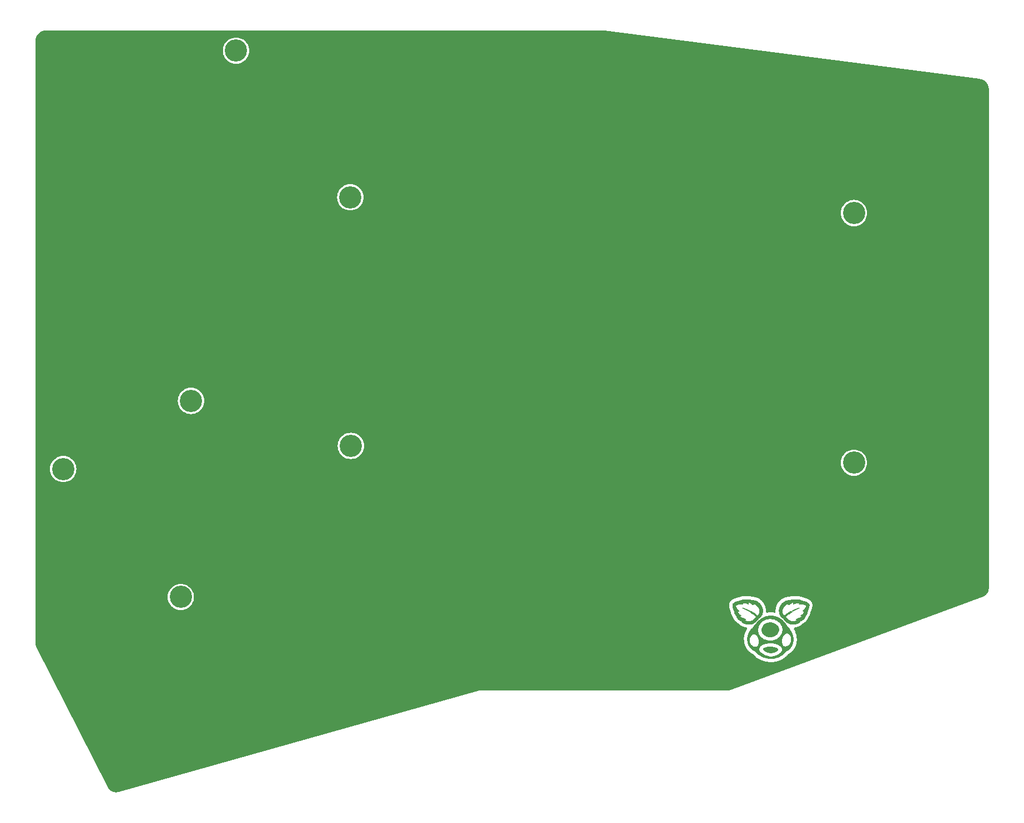
<source format=gbr>
%TF.GenerationSoftware,KiCad,Pcbnew,7.0.5-0*%
%TF.CreationDate,2024-02-11T16:28:25-08:00*%
%TF.ProjectId,Sofle_Pico_Bottom_Plate,536f666c-655f-4506-9963-6f5f426f7474,3.5.5*%
%TF.SameCoordinates,Original*%
%TF.FileFunction,Copper,L1,Top*%
%TF.FilePolarity,Positive*%
%FSLAX46Y46*%
G04 Gerber Fmt 4.6, Leading zero omitted, Abs format (unit mm)*
G04 Created by KiCad (PCBNEW 7.0.5-0) date 2024-02-11 16:28:25*
%MOMM*%
%LPD*%
G01*
G04 APERTURE LIST*
%TA.AperFunction,EtchedComponent*%
%ADD10C,0.022619*%
%TD*%
%TA.AperFunction,ComponentPad*%
%ADD11C,3.400000*%
%TD*%
G04 APERTURE END LIST*
%TO.C,REF\u002A\u002A*%
D10*
X188157952Y-127363632D02*
X188197722Y-127365223D01*
X188237587Y-127367758D01*
X188277502Y-127371252D01*
X188317417Y-127375721D01*
X188357287Y-127381180D01*
X188397063Y-127387646D01*
X188436698Y-127395133D01*
X188476146Y-127403659D01*
X188515359Y-127413238D01*
X188554289Y-127423886D01*
X188592889Y-127435619D01*
X188631113Y-127448453D01*
X188668912Y-127462403D01*
X188706240Y-127477486D01*
X188787192Y-127474029D01*
X188868850Y-127476362D01*
X188950925Y-127484356D01*
X189033127Y-127497884D01*
X189115166Y-127516816D01*
X189196750Y-127541024D01*
X189277591Y-127570379D01*
X189357398Y-127604753D01*
X189435881Y-127644017D01*
X189512749Y-127688042D01*
X189587713Y-127736700D01*
X189660483Y-127789863D01*
X189730767Y-127847401D01*
X189798277Y-127909187D01*
X189862721Y-127975091D01*
X189923810Y-128044985D01*
X189981254Y-128118741D01*
X190034762Y-128196229D01*
X190084045Y-128277321D01*
X190128811Y-128361889D01*
X190168772Y-128449804D01*
X190203636Y-128540938D01*
X190233114Y-128635161D01*
X190256915Y-128732346D01*
X190274750Y-128832364D01*
X190286328Y-128935085D01*
X190291358Y-129040382D01*
X190289552Y-129148126D01*
X190280618Y-129258188D01*
X190264267Y-129370440D01*
X190240208Y-129484754D01*
X190208151Y-129601000D01*
X190190078Y-129646749D01*
X190169813Y-129691461D01*
X190147442Y-129735087D01*
X190123048Y-129777577D01*
X190096715Y-129818883D01*
X190068529Y-129858955D01*
X190038572Y-129897745D01*
X190006929Y-129935203D01*
X189973685Y-129971281D01*
X189938924Y-130005930D01*
X189902730Y-130039101D01*
X189865186Y-130070744D01*
X189826378Y-130100812D01*
X189786389Y-130129254D01*
X189745304Y-130156022D01*
X189703208Y-130181067D01*
X189654371Y-130255262D01*
X189604537Y-130326657D01*
X189553454Y-130395327D01*
X189500866Y-130461345D01*
X189446519Y-130524785D01*
X189390159Y-130585722D01*
X189331532Y-130644230D01*
X189270383Y-130700383D01*
X189206460Y-130754255D01*
X189139506Y-130805920D01*
X189069268Y-130855452D01*
X188995493Y-130902925D01*
X188917925Y-130948414D01*
X188836310Y-130991992D01*
X188750395Y-131033734D01*
X188659925Y-131073713D01*
X188582109Y-131094360D01*
X188492209Y-131110854D01*
X188392198Y-131122720D01*
X188284047Y-131129487D01*
X188169729Y-131130681D01*
X188051213Y-131125828D01*
X187930474Y-131114457D01*
X187809482Y-131096095D01*
X187690209Y-131070267D01*
X187574627Y-131036502D01*
X187518836Y-131016494D01*
X187464708Y-130994325D01*
X187412488Y-130969936D01*
X187362423Y-130943266D01*
X187314760Y-130914256D01*
X187269745Y-130882849D01*
X187227624Y-130848984D01*
X187188645Y-130812603D01*
X187153053Y-130773645D01*
X187121095Y-130732054D01*
X187093017Y-130687768D01*
X187069066Y-130640729D01*
X186993936Y-130612424D01*
X186947783Y-130593510D01*
X186897110Y-130570717D01*
X186842821Y-130543517D01*
X186785820Y-130511379D01*
X186727011Y-130473777D01*
X186667297Y-130430180D01*
X186607583Y-130380059D01*
X186548772Y-130322887D01*
X186519988Y-130291491D01*
X186491769Y-130258134D01*
X186464227Y-130222750D01*
X186437477Y-130185272D01*
X186411630Y-130145634D01*
X186386800Y-130103771D01*
X186363099Y-130059616D01*
X186340641Y-130013103D01*
X186319539Y-129964166D01*
X186299906Y-129912739D01*
X186281855Y-129858756D01*
X186265498Y-129802150D01*
X186228529Y-129766698D01*
X186193785Y-129728232D01*
X186161296Y-129687061D01*
X186131092Y-129643498D01*
X186103203Y-129597852D01*
X186077659Y-129550433D01*
X186054489Y-129501553D01*
X186033724Y-129451521D01*
X186015394Y-129400649D01*
X185999528Y-129349247D01*
X185986157Y-129297625D01*
X185975310Y-129246095D01*
X185967017Y-129194966D01*
X185961309Y-129144548D01*
X185958215Y-129095154D01*
X185957765Y-129047093D01*
X185937818Y-129019142D01*
X185918940Y-128989873D01*
X185901085Y-128959422D01*
X185884208Y-128927925D01*
X185868264Y-128895518D01*
X185853208Y-128862339D01*
X185838994Y-128828524D01*
X185825577Y-128794208D01*
X185800953Y-128724623D01*
X185778973Y-128654675D01*
X185759276Y-128585455D01*
X185741499Y-128518055D01*
X185733037Y-128479155D01*
X185725147Y-128440038D01*
X185718081Y-128400731D01*
X185712093Y-128361256D01*
X185707434Y-128321640D01*
X185705683Y-128301786D01*
X185704359Y-128281905D01*
X185703494Y-128262002D01*
X185703244Y-128248692D01*
X186167183Y-128248692D01*
X186172520Y-128310386D01*
X186182088Y-128369287D01*
X186195489Y-128425455D01*
X186212325Y-128478950D01*
X186232197Y-128529832D01*
X186254707Y-128578161D01*
X186279455Y-128623998D01*
X186306045Y-128667401D01*
X186334076Y-128708432D01*
X186363150Y-128747150D01*
X186422836Y-128817888D01*
X186481913Y-128880096D01*
X186537194Y-128934253D01*
X186585490Y-128980840D01*
X186623614Y-129020337D01*
X186637864Y-129037577D01*
X186648376Y-129053225D01*
X186654751Y-129067340D01*
X186656589Y-129079983D01*
X186653494Y-129091214D01*
X186645065Y-129101093D01*
X186630906Y-129109679D01*
X186610616Y-129117034D01*
X186583798Y-129123216D01*
X186550053Y-129128286D01*
X186460189Y-129135330D01*
X186468409Y-129189351D01*
X186481589Y-129240777D01*
X186499241Y-129289663D01*
X186520884Y-129336061D01*
X186546030Y-129380024D01*
X186574196Y-129421605D01*
X186604898Y-129460857D01*
X186637651Y-129497834D01*
X186671969Y-129532588D01*
X186707369Y-129565172D01*
X186779474Y-129624042D01*
X186850090Y-129674869D01*
X186915339Y-129718077D01*
X187014230Y-129783331D01*
X187029541Y-129795545D01*
X187040118Y-129806225D01*
X187045476Y-129815425D01*
X187045131Y-129823196D01*
X187038598Y-129829593D01*
X187025393Y-129834668D01*
X187005031Y-129838474D01*
X186977027Y-129841064D01*
X186896156Y-129842808D01*
X186778903Y-129840326D01*
X186798771Y-129878452D01*
X186823994Y-129914403D01*
X186854048Y-129948282D01*
X186888412Y-129980191D01*
X186926563Y-130010234D01*
X186967979Y-130038514D01*
X187012137Y-130065132D01*
X187058515Y-130090193D01*
X187155840Y-130136051D01*
X187255777Y-130176910D01*
X187446766Y-130246922D01*
X187529459Y-130277720D01*
X187598047Y-130306809D01*
X187625745Y-130320969D01*
X187648350Y-130335011D01*
X187665338Y-130349037D01*
X187676188Y-130363150D01*
X187680377Y-130377452D01*
X187677382Y-130392047D01*
X187666682Y-130407037D01*
X187647754Y-130422525D01*
X187620075Y-130438614D01*
X187583124Y-130455406D01*
X187536377Y-130473005D01*
X187479312Y-130491513D01*
X187566688Y-130537265D01*
X187660633Y-130579498D01*
X187760455Y-130616760D01*
X187865457Y-130647599D01*
X187974943Y-130670562D01*
X188088219Y-130684196D01*
X188146061Y-130687061D01*
X188204590Y-130687048D01*
X188263718Y-130683978D01*
X188323359Y-130677667D01*
X188383425Y-130667934D01*
X188443831Y-130654598D01*
X188504489Y-130637477D01*
X188565312Y-130616390D01*
X188626213Y-130591155D01*
X188687105Y-130561590D01*
X188747902Y-130527514D01*
X188808516Y-130488745D01*
X188868860Y-130445101D01*
X188928848Y-130396402D01*
X188988393Y-130342465D01*
X189047408Y-130283109D01*
X189105805Y-130218152D01*
X189163498Y-130147413D01*
X189220401Y-130070710D01*
X189276425Y-129987862D01*
X189208127Y-129915432D01*
X189132847Y-129841451D01*
X189050337Y-129765853D01*
X188960349Y-129688571D01*
X188862635Y-129609540D01*
X188756945Y-129528693D01*
X188520645Y-129361286D01*
X188249460Y-129185820D01*
X187941403Y-129001767D01*
X187594486Y-128808595D01*
X187206719Y-128605776D01*
X187364774Y-128659917D01*
X187520801Y-128716356D01*
X187674734Y-128775168D01*
X187826508Y-128836425D01*
X187976055Y-128900200D01*
X188123309Y-128966567D01*
X188268205Y-129035597D01*
X188410675Y-129107363D01*
X188550653Y-129181940D01*
X188688074Y-129259399D01*
X188822870Y-129339815D01*
X188954975Y-129423258D01*
X189084323Y-129509804D01*
X189210847Y-129599524D01*
X189334482Y-129692491D01*
X189455161Y-129788779D01*
X189519969Y-129750880D01*
X189578138Y-129708531D01*
X189629798Y-129662057D01*
X189675080Y-129611787D01*
X189714116Y-129558048D01*
X189747038Y-129501165D01*
X189773977Y-129441467D01*
X189795064Y-129379281D01*
X189810431Y-129314932D01*
X189820209Y-129248750D01*
X189824529Y-129181059D01*
X189823524Y-129112189D01*
X189817324Y-129042464D01*
X189806061Y-128972214D01*
X189789867Y-128901764D01*
X189768872Y-128831441D01*
X189743208Y-128761574D01*
X189713007Y-128692488D01*
X189678400Y-128624510D01*
X189639518Y-128557969D01*
X189596494Y-128493190D01*
X189549457Y-128430502D01*
X189498541Y-128370230D01*
X189443875Y-128312702D01*
X189385593Y-128258245D01*
X189323824Y-128207186D01*
X189258700Y-128159852D01*
X189190354Y-128116570D01*
X189118916Y-128077667D01*
X189044518Y-128043470D01*
X188967290Y-128014307D01*
X188887366Y-127990504D01*
X188891398Y-128034194D01*
X188892757Y-128071016D01*
X188891531Y-128101332D01*
X188887810Y-128125506D01*
X188881682Y-128143901D01*
X188873235Y-128156879D01*
X188862560Y-128164804D01*
X188849744Y-128168039D01*
X188834877Y-128166947D01*
X188818048Y-128161892D01*
X188799344Y-128153236D01*
X188778856Y-128141342D01*
X188732881Y-128109296D01*
X188680834Y-128068657D01*
X188561364Y-127973222D01*
X188495364Y-127924237D01*
X188426135Y-127878279D01*
X188390531Y-127857344D01*
X188354387Y-127838255D01*
X188317791Y-127821375D01*
X188280833Y-127807068D01*
X188243600Y-127795697D01*
X188206182Y-127787624D01*
X188168668Y-127783214D01*
X188131146Y-127782829D01*
X188121148Y-127783454D01*
X188111154Y-127784400D01*
X188101168Y-127785675D01*
X188091190Y-127787282D01*
X188081226Y-127789230D01*
X188071276Y-127791523D01*
X188061345Y-127794167D01*
X188051435Y-127797169D01*
X188086022Y-127881665D01*
X188096238Y-127914812D01*
X188101970Y-127942363D01*
X188103397Y-127964674D01*
X188100694Y-127982099D01*
X188094040Y-127994993D01*
X188083610Y-128003709D01*
X188069582Y-128008603D01*
X188052132Y-128010028D01*
X188031438Y-128008341D01*
X188007676Y-128003894D01*
X187951658Y-127988140D01*
X187885493Y-127965604D01*
X187728384Y-127911530D01*
X187640270Y-127885662D01*
X187547671Y-127864357D01*
X187500131Y-127856300D01*
X187452001Y-127850448D01*
X187403458Y-127847154D01*
X187354677Y-127846773D01*
X187305837Y-127849659D01*
X187257114Y-127856167D01*
X187208685Y-127866651D01*
X187160727Y-127881466D01*
X187223258Y-127953110D01*
X187260898Y-128004471D01*
X187270938Y-128023469D01*
X187275420Y-128038505D01*
X187274566Y-128049947D01*
X187268598Y-128058165D01*
X187257736Y-128063530D01*
X187242203Y-128066409D01*
X187198009Y-128066189D01*
X187063317Y-128052184D01*
X186976365Y-128044309D01*
X186878705Y-128039791D01*
X186772111Y-128041586D01*
X186658356Y-128052650D01*
X186599347Y-128062581D01*
X186539213Y-128075938D01*
X186478175Y-128093089D01*
X186416454Y-128114404D01*
X186354273Y-128140252D01*
X186291853Y-128171003D01*
X186229416Y-128207027D01*
X186167183Y-128248692D01*
X185703244Y-128248692D01*
X185703119Y-128242078D01*
X185703267Y-128222138D01*
X185703969Y-128202183D01*
X185705092Y-128181879D01*
X185707283Y-128161690D01*
X185710523Y-128141661D01*
X185714792Y-128121840D01*
X185720070Y-128102275D01*
X185726339Y-128083012D01*
X185733577Y-128064099D01*
X185741767Y-128045582D01*
X185750887Y-128027509D01*
X185760920Y-128009927D01*
X185771844Y-127992883D01*
X185783642Y-127976424D01*
X185796292Y-127960597D01*
X185809776Y-127945450D01*
X185824074Y-127931029D01*
X185839167Y-127917381D01*
X185882393Y-127883761D01*
X185926848Y-127851854D01*
X185972461Y-127821667D01*
X186019160Y-127793205D01*
X186066875Y-127766476D01*
X186115533Y-127741485D01*
X186165064Y-127718239D01*
X186215396Y-127696745D01*
X186266458Y-127677008D01*
X186318179Y-127659034D01*
X186370487Y-127642831D01*
X186423311Y-127628405D01*
X186476580Y-127615761D01*
X186530223Y-127604907D01*
X186584167Y-127595847D01*
X186638343Y-127588590D01*
X186659976Y-127574746D01*
X186682055Y-127562139D01*
X186704562Y-127550632D01*
X186727477Y-127540087D01*
X186750781Y-127530365D01*
X186774453Y-127521329D01*
X186822825Y-127504759D01*
X186923132Y-127473769D01*
X186974753Y-127457138D01*
X187000862Y-127448055D01*
X187027144Y-127438276D01*
X187065704Y-127426824D01*
X187106040Y-127416543D01*
X187147904Y-127407459D01*
X187191051Y-127399595D01*
X187235235Y-127392973D01*
X187280210Y-127387618D01*
X187325728Y-127383553D01*
X187371546Y-127380801D01*
X187417415Y-127379386D01*
X187463090Y-127379331D01*
X187508325Y-127380660D01*
X187552874Y-127383397D01*
X187596491Y-127387564D01*
X187638929Y-127393186D01*
X187679942Y-127400285D01*
X187719285Y-127408885D01*
X187761608Y-127399139D01*
X187804845Y-127390492D01*
X187848915Y-127382971D01*
X187893735Y-127376603D01*
X187939224Y-127371417D01*
X187985300Y-127367438D01*
X188031882Y-127364696D01*
X188078888Y-127363216D01*
X188118325Y-127362968D01*
X188157952Y-127363632D01*
%TA.AperFunction,EtchedComponent*%
G36*
X188157952Y-127363632D02*
G01*
X188197722Y-127365223D01*
X188237587Y-127367758D01*
X188277502Y-127371252D01*
X188317417Y-127375721D01*
X188357287Y-127381180D01*
X188397063Y-127387646D01*
X188436698Y-127395133D01*
X188476146Y-127403659D01*
X188515359Y-127413238D01*
X188554289Y-127423886D01*
X188592889Y-127435619D01*
X188631113Y-127448453D01*
X188668912Y-127462403D01*
X188706240Y-127477486D01*
X188787192Y-127474029D01*
X188868850Y-127476362D01*
X188950925Y-127484356D01*
X189033127Y-127497884D01*
X189115166Y-127516816D01*
X189196750Y-127541024D01*
X189277591Y-127570379D01*
X189357398Y-127604753D01*
X189435881Y-127644017D01*
X189512749Y-127688042D01*
X189587713Y-127736700D01*
X189660483Y-127789863D01*
X189730767Y-127847401D01*
X189798277Y-127909187D01*
X189862721Y-127975091D01*
X189923810Y-128044985D01*
X189981254Y-128118741D01*
X190034762Y-128196229D01*
X190084045Y-128277321D01*
X190128811Y-128361889D01*
X190168772Y-128449804D01*
X190203636Y-128540938D01*
X190233114Y-128635161D01*
X190256915Y-128732346D01*
X190274750Y-128832364D01*
X190286328Y-128935085D01*
X190291358Y-129040382D01*
X190289552Y-129148126D01*
X190280618Y-129258188D01*
X190264267Y-129370440D01*
X190240208Y-129484754D01*
X190208151Y-129601000D01*
X190190078Y-129646749D01*
X190169813Y-129691461D01*
X190147442Y-129735087D01*
X190123048Y-129777577D01*
X190096715Y-129818883D01*
X190068529Y-129858955D01*
X190038572Y-129897745D01*
X190006929Y-129935203D01*
X189973685Y-129971281D01*
X189938924Y-130005930D01*
X189902730Y-130039101D01*
X189865186Y-130070744D01*
X189826378Y-130100812D01*
X189786389Y-130129254D01*
X189745304Y-130156022D01*
X189703208Y-130181067D01*
X189654371Y-130255262D01*
X189604537Y-130326657D01*
X189553454Y-130395327D01*
X189500866Y-130461345D01*
X189446519Y-130524785D01*
X189390159Y-130585722D01*
X189331532Y-130644230D01*
X189270383Y-130700383D01*
X189206460Y-130754255D01*
X189139506Y-130805920D01*
X189069268Y-130855452D01*
X188995493Y-130902925D01*
X188917925Y-130948414D01*
X188836310Y-130991992D01*
X188750395Y-131033734D01*
X188659925Y-131073713D01*
X188582109Y-131094360D01*
X188492209Y-131110854D01*
X188392198Y-131122720D01*
X188284047Y-131129487D01*
X188169729Y-131130681D01*
X188051213Y-131125828D01*
X187930474Y-131114457D01*
X187809482Y-131096095D01*
X187690209Y-131070267D01*
X187574627Y-131036502D01*
X187518836Y-131016494D01*
X187464708Y-130994325D01*
X187412488Y-130969936D01*
X187362423Y-130943266D01*
X187314760Y-130914256D01*
X187269745Y-130882849D01*
X187227624Y-130848984D01*
X187188645Y-130812603D01*
X187153053Y-130773645D01*
X187121095Y-130732054D01*
X187093017Y-130687768D01*
X187069066Y-130640729D01*
X186993936Y-130612424D01*
X186947783Y-130593510D01*
X186897110Y-130570717D01*
X186842821Y-130543517D01*
X186785820Y-130511379D01*
X186727011Y-130473777D01*
X186667297Y-130430180D01*
X186607583Y-130380059D01*
X186548772Y-130322887D01*
X186519988Y-130291491D01*
X186491769Y-130258134D01*
X186464227Y-130222750D01*
X186437477Y-130185272D01*
X186411630Y-130145634D01*
X186386800Y-130103771D01*
X186363099Y-130059616D01*
X186340641Y-130013103D01*
X186319539Y-129964166D01*
X186299906Y-129912739D01*
X186281855Y-129858756D01*
X186265498Y-129802150D01*
X186228529Y-129766698D01*
X186193785Y-129728232D01*
X186161296Y-129687061D01*
X186131092Y-129643498D01*
X186103203Y-129597852D01*
X186077659Y-129550433D01*
X186054489Y-129501553D01*
X186033724Y-129451521D01*
X186015394Y-129400649D01*
X185999528Y-129349247D01*
X185986157Y-129297625D01*
X185975310Y-129246095D01*
X185967017Y-129194966D01*
X185961309Y-129144548D01*
X185958215Y-129095154D01*
X185957765Y-129047093D01*
X185937818Y-129019142D01*
X185918940Y-128989873D01*
X185901085Y-128959422D01*
X185884208Y-128927925D01*
X185868264Y-128895518D01*
X185853208Y-128862339D01*
X185838994Y-128828524D01*
X185825577Y-128794208D01*
X185800953Y-128724623D01*
X185778973Y-128654675D01*
X185759276Y-128585455D01*
X185741499Y-128518055D01*
X185733037Y-128479155D01*
X185725147Y-128440038D01*
X185718081Y-128400731D01*
X185712093Y-128361256D01*
X185707434Y-128321640D01*
X185705683Y-128301786D01*
X185704359Y-128281905D01*
X185703494Y-128262002D01*
X185703244Y-128248692D01*
X186167183Y-128248692D01*
X186172520Y-128310386D01*
X186182088Y-128369287D01*
X186195489Y-128425455D01*
X186212325Y-128478950D01*
X186232197Y-128529832D01*
X186254707Y-128578161D01*
X186279455Y-128623998D01*
X186306045Y-128667401D01*
X186334076Y-128708432D01*
X186363150Y-128747150D01*
X186422836Y-128817888D01*
X186481913Y-128880096D01*
X186537194Y-128934253D01*
X186585490Y-128980840D01*
X186623614Y-129020337D01*
X186637864Y-129037577D01*
X186648376Y-129053225D01*
X186654751Y-129067340D01*
X186656589Y-129079983D01*
X186653494Y-129091214D01*
X186645065Y-129101093D01*
X186630906Y-129109679D01*
X186610616Y-129117034D01*
X186583798Y-129123216D01*
X186550053Y-129128286D01*
X186460189Y-129135330D01*
X186468409Y-129189351D01*
X186481589Y-129240777D01*
X186499241Y-129289663D01*
X186520884Y-129336061D01*
X186546030Y-129380024D01*
X186574196Y-129421605D01*
X186604898Y-129460857D01*
X186637651Y-129497834D01*
X186671969Y-129532588D01*
X186707369Y-129565172D01*
X186779474Y-129624042D01*
X186850090Y-129674869D01*
X186915339Y-129718077D01*
X187014230Y-129783331D01*
X187029541Y-129795545D01*
X187040118Y-129806225D01*
X187045476Y-129815425D01*
X187045131Y-129823196D01*
X187038598Y-129829593D01*
X187025393Y-129834668D01*
X187005031Y-129838474D01*
X186977027Y-129841064D01*
X186896156Y-129842808D01*
X186778903Y-129840326D01*
X186798771Y-129878452D01*
X186823994Y-129914403D01*
X186854048Y-129948282D01*
X186888412Y-129980191D01*
X186926563Y-130010234D01*
X186967979Y-130038514D01*
X187012137Y-130065132D01*
X187058515Y-130090193D01*
X187155840Y-130136051D01*
X187255777Y-130176910D01*
X187446766Y-130246922D01*
X187529459Y-130277720D01*
X187598047Y-130306809D01*
X187625745Y-130320969D01*
X187648350Y-130335011D01*
X187665338Y-130349037D01*
X187676188Y-130363150D01*
X187680377Y-130377452D01*
X187677382Y-130392047D01*
X187666682Y-130407037D01*
X187647754Y-130422525D01*
X187620075Y-130438614D01*
X187583124Y-130455406D01*
X187536377Y-130473005D01*
X187479312Y-130491513D01*
X187566688Y-130537265D01*
X187660633Y-130579498D01*
X187760455Y-130616760D01*
X187865457Y-130647599D01*
X187974943Y-130670562D01*
X188088219Y-130684196D01*
X188146061Y-130687061D01*
X188204590Y-130687048D01*
X188263718Y-130683978D01*
X188323359Y-130677667D01*
X188383425Y-130667934D01*
X188443831Y-130654598D01*
X188504489Y-130637477D01*
X188565312Y-130616390D01*
X188626213Y-130591155D01*
X188687105Y-130561590D01*
X188747902Y-130527514D01*
X188808516Y-130488745D01*
X188868860Y-130445101D01*
X188928848Y-130396402D01*
X188988393Y-130342465D01*
X189047408Y-130283109D01*
X189105805Y-130218152D01*
X189163498Y-130147413D01*
X189220401Y-130070710D01*
X189276425Y-129987862D01*
X189208127Y-129915432D01*
X189132847Y-129841451D01*
X189050337Y-129765853D01*
X188960349Y-129688571D01*
X188862635Y-129609540D01*
X188756945Y-129528693D01*
X188520645Y-129361286D01*
X188249460Y-129185820D01*
X187941403Y-129001767D01*
X187594486Y-128808595D01*
X187206719Y-128605776D01*
X187364774Y-128659917D01*
X187520801Y-128716356D01*
X187674734Y-128775168D01*
X187826508Y-128836425D01*
X187976055Y-128900200D01*
X188123309Y-128966567D01*
X188268205Y-129035597D01*
X188410675Y-129107363D01*
X188550653Y-129181940D01*
X188688074Y-129259399D01*
X188822870Y-129339815D01*
X188954975Y-129423258D01*
X189084323Y-129509804D01*
X189210847Y-129599524D01*
X189334482Y-129692491D01*
X189455161Y-129788779D01*
X189519969Y-129750880D01*
X189578138Y-129708531D01*
X189629798Y-129662057D01*
X189675080Y-129611787D01*
X189714116Y-129558048D01*
X189747038Y-129501165D01*
X189773977Y-129441467D01*
X189795064Y-129379281D01*
X189810431Y-129314932D01*
X189820209Y-129248750D01*
X189824529Y-129181059D01*
X189823524Y-129112189D01*
X189817324Y-129042464D01*
X189806061Y-128972214D01*
X189789867Y-128901764D01*
X189768872Y-128831441D01*
X189743208Y-128761574D01*
X189713007Y-128692488D01*
X189678400Y-128624510D01*
X189639518Y-128557969D01*
X189596494Y-128493190D01*
X189549457Y-128430502D01*
X189498541Y-128370230D01*
X189443875Y-128312702D01*
X189385593Y-128258245D01*
X189323824Y-128207186D01*
X189258700Y-128159852D01*
X189190354Y-128116570D01*
X189118916Y-128077667D01*
X189044518Y-128043470D01*
X188967290Y-128014307D01*
X188887366Y-127990504D01*
X188891398Y-128034194D01*
X188892757Y-128071016D01*
X188891531Y-128101332D01*
X188887810Y-128125506D01*
X188881682Y-128143901D01*
X188873235Y-128156879D01*
X188862560Y-128164804D01*
X188849744Y-128168039D01*
X188834877Y-128166947D01*
X188818048Y-128161892D01*
X188799344Y-128153236D01*
X188778856Y-128141342D01*
X188732881Y-128109296D01*
X188680834Y-128068657D01*
X188561364Y-127973222D01*
X188495364Y-127924237D01*
X188426135Y-127878279D01*
X188390531Y-127857344D01*
X188354387Y-127838255D01*
X188317791Y-127821375D01*
X188280833Y-127807068D01*
X188243600Y-127795697D01*
X188206182Y-127787624D01*
X188168668Y-127783214D01*
X188131146Y-127782829D01*
X188121148Y-127783454D01*
X188111154Y-127784400D01*
X188101168Y-127785675D01*
X188091190Y-127787282D01*
X188081226Y-127789230D01*
X188071276Y-127791523D01*
X188061345Y-127794167D01*
X188051435Y-127797169D01*
X188086022Y-127881665D01*
X188096238Y-127914812D01*
X188101970Y-127942363D01*
X188103397Y-127964674D01*
X188100694Y-127982099D01*
X188094040Y-127994993D01*
X188083610Y-128003709D01*
X188069582Y-128008603D01*
X188052132Y-128010028D01*
X188031438Y-128008341D01*
X188007676Y-128003894D01*
X187951658Y-127988140D01*
X187885493Y-127965604D01*
X187728384Y-127911530D01*
X187640270Y-127885662D01*
X187547671Y-127864357D01*
X187500131Y-127856300D01*
X187452001Y-127850448D01*
X187403458Y-127847154D01*
X187354677Y-127846773D01*
X187305837Y-127849659D01*
X187257114Y-127856167D01*
X187208685Y-127866651D01*
X187160727Y-127881466D01*
X187223258Y-127953110D01*
X187260898Y-128004471D01*
X187270938Y-128023469D01*
X187275420Y-128038505D01*
X187274566Y-128049947D01*
X187268598Y-128058165D01*
X187257736Y-128063530D01*
X187242203Y-128066409D01*
X187198009Y-128066189D01*
X187063317Y-128052184D01*
X186976365Y-128044309D01*
X186878705Y-128039791D01*
X186772111Y-128041586D01*
X186658356Y-128052650D01*
X186599347Y-128062581D01*
X186539213Y-128075938D01*
X186478175Y-128093089D01*
X186416454Y-128114404D01*
X186354273Y-128140252D01*
X186291853Y-128171003D01*
X186229416Y-128207027D01*
X186167183Y-128248692D01*
X185703244Y-128248692D01*
X185703119Y-128242078D01*
X185703267Y-128222138D01*
X185703969Y-128202183D01*
X185705092Y-128181879D01*
X185707283Y-128161690D01*
X185710523Y-128141661D01*
X185714792Y-128121840D01*
X185720070Y-128102275D01*
X185726339Y-128083012D01*
X185733577Y-128064099D01*
X185741767Y-128045582D01*
X185750887Y-128027509D01*
X185760920Y-128009927D01*
X185771844Y-127992883D01*
X185783642Y-127976424D01*
X185796292Y-127960597D01*
X185809776Y-127945450D01*
X185824074Y-127931029D01*
X185839167Y-127917381D01*
X185882393Y-127883761D01*
X185926848Y-127851854D01*
X185972461Y-127821667D01*
X186019160Y-127793205D01*
X186066875Y-127766476D01*
X186115533Y-127741485D01*
X186165064Y-127718239D01*
X186215396Y-127696745D01*
X186266458Y-127677008D01*
X186318179Y-127659034D01*
X186370487Y-127642831D01*
X186423311Y-127628405D01*
X186476580Y-127615761D01*
X186530223Y-127604907D01*
X186584167Y-127595847D01*
X186638343Y-127588590D01*
X186659976Y-127574746D01*
X186682055Y-127562139D01*
X186704562Y-127550632D01*
X186727477Y-127540087D01*
X186750781Y-127530365D01*
X186774453Y-127521329D01*
X186822825Y-127504759D01*
X186923132Y-127473769D01*
X186974753Y-127457138D01*
X187000862Y-127448055D01*
X187027144Y-127438276D01*
X187065704Y-127426824D01*
X187106040Y-127416543D01*
X187147904Y-127407459D01*
X187191051Y-127399595D01*
X187235235Y-127392973D01*
X187280210Y-127387618D01*
X187325728Y-127383553D01*
X187371546Y-127380801D01*
X187417415Y-127379386D01*
X187463090Y-127379331D01*
X187508325Y-127380660D01*
X187552874Y-127383397D01*
X187596491Y-127387564D01*
X187638929Y-127393186D01*
X187679942Y-127400285D01*
X187719285Y-127408885D01*
X187761608Y-127399139D01*
X187804845Y-127390492D01*
X187848915Y-127382971D01*
X187893735Y-127376603D01*
X187939224Y-127371417D01*
X187985300Y-127367438D01*
X188031882Y-127364696D01*
X188078888Y-127363216D01*
X188118325Y-127362968D01*
X188157952Y-127363632D01*
G37*
%TD.AperFunction*%
X195011113Y-127363216D02*
X195058119Y-127364696D01*
X195104701Y-127367438D01*
X195150778Y-127371417D01*
X195196267Y-127376603D01*
X195241087Y-127382971D01*
X195285156Y-127390492D01*
X195328393Y-127399139D01*
X195370716Y-127408885D01*
X195410059Y-127400285D01*
X195451072Y-127393186D01*
X195493510Y-127387564D01*
X195537127Y-127383397D01*
X195581676Y-127380660D01*
X195626911Y-127379331D01*
X195672586Y-127379386D01*
X195718456Y-127380801D01*
X195764273Y-127383553D01*
X195809792Y-127387618D01*
X195854766Y-127392973D01*
X195898950Y-127399595D01*
X195942097Y-127407459D01*
X195983962Y-127416543D01*
X196024297Y-127426824D01*
X196062858Y-127438276D01*
X196089139Y-127448055D01*
X196115248Y-127457138D01*
X196166869Y-127473769D01*
X196267176Y-127504759D01*
X196315548Y-127521329D01*
X196339220Y-127530365D01*
X196362524Y-127540087D01*
X196385439Y-127550632D01*
X196407946Y-127562139D01*
X196430026Y-127574746D01*
X196451658Y-127588590D01*
X196505834Y-127595847D01*
X196559779Y-127604907D01*
X196613421Y-127615761D01*
X196666690Y-127628405D01*
X196719514Y-127642831D01*
X196771822Y-127659034D01*
X196823543Y-127677008D01*
X196874605Y-127696745D01*
X196924937Y-127718239D01*
X196974468Y-127741485D01*
X197023126Y-127766476D01*
X197070841Y-127793205D01*
X197117540Y-127821667D01*
X197163153Y-127851854D01*
X197207608Y-127883761D01*
X197250834Y-127917381D01*
X197265926Y-127931029D01*
X197280225Y-127945450D01*
X197293709Y-127960597D01*
X197306359Y-127976424D01*
X197318157Y-127992883D01*
X197329081Y-128009927D01*
X197339114Y-128027509D01*
X197348234Y-128045582D01*
X197356424Y-128064099D01*
X197363662Y-128083012D01*
X197369931Y-128102275D01*
X197375209Y-128121840D01*
X197379478Y-128141661D01*
X197382718Y-128161690D01*
X197384909Y-128181879D01*
X197386032Y-128202183D01*
X197386734Y-128222138D01*
X197386882Y-128242078D01*
X197386507Y-128262002D01*
X197385642Y-128281905D01*
X197384318Y-128301786D01*
X197382567Y-128321640D01*
X197377908Y-128361256D01*
X197371920Y-128400731D01*
X197364854Y-128440038D01*
X197356964Y-128479155D01*
X197348502Y-128518055D01*
X197330725Y-128585455D01*
X197311028Y-128654675D01*
X197289048Y-128724623D01*
X197264424Y-128794208D01*
X197251007Y-128828524D01*
X197236793Y-128862339D01*
X197221737Y-128895518D01*
X197205793Y-128927925D01*
X197188916Y-128959422D01*
X197171062Y-128989873D01*
X197152183Y-129019142D01*
X197132237Y-129047093D01*
X197131787Y-129095154D01*
X197128692Y-129144548D01*
X197122984Y-129194966D01*
X197114691Y-129246095D01*
X197103845Y-129297625D01*
X197090473Y-129349247D01*
X197074607Y-129400649D01*
X197056277Y-129451521D01*
X197035512Y-129501553D01*
X197012342Y-129550433D01*
X196986798Y-129597852D01*
X196958909Y-129643498D01*
X196928705Y-129687061D01*
X196896216Y-129728232D01*
X196861472Y-129766698D01*
X196824503Y-129802150D01*
X196808146Y-129858756D01*
X196790095Y-129912739D01*
X196770461Y-129964166D01*
X196749359Y-130013103D01*
X196726902Y-130059616D01*
X196703201Y-130103771D01*
X196678371Y-130145634D01*
X196652524Y-130185272D01*
X196625774Y-130222750D01*
X196598232Y-130258134D01*
X196570013Y-130291491D01*
X196541229Y-130322887D01*
X196482418Y-130380059D01*
X196422704Y-130430180D01*
X196362990Y-130473777D01*
X196304181Y-130511379D01*
X196247180Y-130543517D01*
X196192891Y-130570717D01*
X196142219Y-130593510D01*
X196096066Y-130612424D01*
X196020935Y-130640729D01*
X195996984Y-130687768D01*
X195968907Y-130732054D01*
X195936948Y-130773645D01*
X195901356Y-130812602D01*
X195862377Y-130848984D01*
X195820256Y-130882849D01*
X195775241Y-130914256D01*
X195727578Y-130943265D01*
X195677513Y-130969935D01*
X195625293Y-130994325D01*
X195571165Y-131016494D01*
X195515374Y-131036501D01*
X195399792Y-131070267D01*
X195280519Y-131096095D01*
X195159527Y-131114457D01*
X195038788Y-131125828D01*
X194920273Y-131130681D01*
X194805954Y-131129487D01*
X194697803Y-131122720D01*
X194597792Y-131110854D01*
X194507892Y-131094360D01*
X194430076Y-131073713D01*
X194339606Y-131033734D01*
X194253691Y-130991992D01*
X194172076Y-130948414D01*
X194094508Y-130902925D01*
X194020733Y-130855452D01*
X193950495Y-130805920D01*
X193883541Y-130754255D01*
X193819617Y-130700383D01*
X193758469Y-130644230D01*
X193699842Y-130585722D01*
X193643482Y-130524785D01*
X193589135Y-130461345D01*
X193536547Y-130395327D01*
X193485463Y-130326657D01*
X193435630Y-130255262D01*
X193386793Y-130181067D01*
X193344696Y-130156022D01*
X193303611Y-130129254D01*
X193263623Y-130100812D01*
X193224815Y-130070744D01*
X193187271Y-130039101D01*
X193151077Y-130005930D01*
X193116315Y-129971281D01*
X193083071Y-129935203D01*
X193051429Y-129897745D01*
X193021472Y-129858955D01*
X192993286Y-129818883D01*
X192966953Y-129777577D01*
X192942559Y-129735087D01*
X192920188Y-129691461D01*
X192899923Y-129646749D01*
X192881850Y-129601000D01*
X192849793Y-129484754D01*
X192825734Y-129370440D01*
X192809383Y-129258188D01*
X192803122Y-129181059D01*
X193265471Y-129181059D01*
X193269791Y-129248750D01*
X193279569Y-129314932D01*
X193294936Y-129379281D01*
X193316023Y-129441467D01*
X193342962Y-129501165D01*
X193375884Y-129558048D01*
X193414920Y-129611787D01*
X193460203Y-129662057D01*
X193511862Y-129708531D01*
X193570031Y-129750880D01*
X193634840Y-129788779D01*
X193755518Y-129692491D01*
X193879153Y-129599524D01*
X194005677Y-129509804D01*
X194135025Y-129423258D01*
X194267130Y-129339815D01*
X194401926Y-129259399D01*
X194539346Y-129181940D01*
X194679325Y-129107363D01*
X194821795Y-129035597D01*
X194966690Y-128966567D01*
X195113945Y-128900200D01*
X195263492Y-128836425D01*
X195415266Y-128775168D01*
X195569199Y-128716356D01*
X195725226Y-128659917D01*
X195883281Y-128605776D01*
X195495514Y-128808595D01*
X195148597Y-129001767D01*
X194840540Y-129185820D01*
X194569356Y-129361286D01*
X194333055Y-129528693D01*
X194227365Y-129609540D01*
X194129651Y-129688571D01*
X194039663Y-129765853D01*
X193957153Y-129841451D01*
X193881873Y-129915432D01*
X193813575Y-129987862D01*
X193869599Y-130070710D01*
X193926502Y-130147413D01*
X193984195Y-130218152D01*
X194042592Y-130283109D01*
X194101607Y-130342465D01*
X194161152Y-130396402D01*
X194221140Y-130445101D01*
X194281485Y-130488745D01*
X194342099Y-130527514D01*
X194402895Y-130561590D01*
X194463788Y-130591155D01*
X194524689Y-130616390D01*
X194585512Y-130637477D01*
X194646169Y-130654598D01*
X194706575Y-130667934D01*
X194766642Y-130677667D01*
X194826283Y-130683978D01*
X194885411Y-130687048D01*
X194943939Y-130687061D01*
X195001781Y-130684196D01*
X195115057Y-130670562D01*
X195224544Y-130647599D01*
X195329545Y-130616760D01*
X195429367Y-130579498D01*
X195523312Y-130537265D01*
X195610687Y-130491513D01*
X195553623Y-130473005D01*
X195506876Y-130455406D01*
X195469924Y-130438614D01*
X195442246Y-130422525D01*
X195423317Y-130407037D01*
X195412617Y-130392047D01*
X195409623Y-130377452D01*
X195413812Y-130363150D01*
X195424662Y-130349037D01*
X195441650Y-130335011D01*
X195464254Y-130320969D01*
X195491952Y-130306809D01*
X195560540Y-130277720D01*
X195643234Y-130246922D01*
X195834223Y-130176910D01*
X195934159Y-130136051D01*
X196031485Y-130090193D01*
X196077863Y-130065132D01*
X196122021Y-130038514D01*
X196163437Y-130010234D01*
X196201588Y-129980191D01*
X196235952Y-129948282D01*
X196266006Y-129914403D01*
X196291229Y-129878452D01*
X196311097Y-129840326D01*
X196193844Y-129842808D01*
X196112973Y-129841064D01*
X196084969Y-129838474D01*
X196064607Y-129834668D01*
X196051402Y-129829593D01*
X196044869Y-129823196D01*
X196044524Y-129815425D01*
X196049882Y-129806225D01*
X196060459Y-129795545D01*
X196075770Y-129783331D01*
X196174661Y-129718077D01*
X196239910Y-129674869D01*
X196310526Y-129624042D01*
X196382631Y-129565172D01*
X196418031Y-129532588D01*
X196452350Y-129497834D01*
X196485102Y-129460857D01*
X196515804Y-129421605D01*
X196543970Y-129380024D01*
X196569117Y-129336061D01*
X196590759Y-129289663D01*
X196608411Y-129240777D01*
X196621591Y-129189351D01*
X196629811Y-129135330D01*
X196539947Y-129128286D01*
X196506202Y-129123216D01*
X196479384Y-129117034D01*
X196459094Y-129109679D01*
X196444934Y-129101093D01*
X196436506Y-129091214D01*
X196433410Y-129079983D01*
X196435249Y-129067340D01*
X196441624Y-129053225D01*
X196452136Y-129037577D01*
X196466386Y-129020337D01*
X196504510Y-128980840D01*
X196552806Y-128934253D01*
X196608087Y-128880096D01*
X196667164Y-128817888D01*
X196726850Y-128747150D01*
X196755924Y-128708432D01*
X196783956Y-128667401D01*
X196810545Y-128623998D01*
X196835293Y-128578161D01*
X196857803Y-128529832D01*
X196877675Y-128478950D01*
X196894511Y-128425455D01*
X196907912Y-128369287D01*
X196917481Y-128310386D01*
X196922817Y-128248692D01*
X196860584Y-128207027D01*
X196798147Y-128171003D01*
X196735727Y-128140252D01*
X196673546Y-128114404D01*
X196611826Y-128093089D01*
X196550788Y-128075938D01*
X196490653Y-128062581D01*
X196431644Y-128052650D01*
X196317889Y-128041586D01*
X196211295Y-128039791D01*
X196113636Y-128044309D01*
X196026683Y-128052184D01*
X195891991Y-128066189D01*
X195847797Y-128066409D01*
X195832264Y-128063530D01*
X195821403Y-128058165D01*
X195815434Y-128049947D01*
X195814580Y-128038505D01*
X195819062Y-128023469D01*
X195829102Y-128004471D01*
X195866742Y-127953110D01*
X195929273Y-127881466D01*
X195881315Y-127866651D01*
X195832886Y-127856167D01*
X195784163Y-127849659D01*
X195735323Y-127846773D01*
X195686542Y-127847154D01*
X195637999Y-127850448D01*
X195589869Y-127856300D01*
X195542329Y-127864357D01*
X195449730Y-127885662D01*
X195361617Y-127911530D01*
X195204507Y-127965604D01*
X195138342Y-127988140D01*
X195082324Y-128003894D01*
X195058562Y-128008341D01*
X195037868Y-128010028D01*
X195020419Y-128008603D01*
X195006390Y-128003709D01*
X194995960Y-127994993D01*
X194989306Y-127982099D01*
X194986603Y-127964674D01*
X194988030Y-127942363D01*
X194993762Y-127914812D01*
X195003977Y-127881665D01*
X195038565Y-127797169D01*
X195028655Y-127794167D01*
X195018724Y-127791523D01*
X195008774Y-127789230D01*
X194998810Y-127787282D01*
X194988832Y-127785675D01*
X194978846Y-127784400D01*
X194968852Y-127783454D01*
X194958854Y-127782829D01*
X194921332Y-127783214D01*
X194883818Y-127787624D01*
X194846400Y-127795697D01*
X194809167Y-127807068D01*
X194772209Y-127821375D01*
X194735613Y-127838255D01*
X194699469Y-127857344D01*
X194663866Y-127878279D01*
X194594636Y-127924237D01*
X194528636Y-127973222D01*
X194409167Y-128068657D01*
X194357119Y-128109296D01*
X194311144Y-128141342D01*
X194290656Y-128153236D01*
X194271953Y-128161892D01*
X194255123Y-128166947D01*
X194240256Y-128168039D01*
X194227440Y-128164804D01*
X194216765Y-128156879D01*
X194208319Y-128143901D01*
X194202190Y-128125506D01*
X194198469Y-128101332D01*
X194197243Y-128071016D01*
X194198602Y-128034194D01*
X194202634Y-127990504D01*
X194122709Y-128014307D01*
X194045482Y-128043470D01*
X193971084Y-128077667D01*
X193899646Y-128116570D01*
X193831299Y-128159852D01*
X193766176Y-128207186D01*
X193704407Y-128258245D01*
X193646124Y-128312702D01*
X193591459Y-128370230D01*
X193540542Y-128430502D01*
X193493506Y-128493190D01*
X193450481Y-128557969D01*
X193411600Y-128624510D01*
X193376993Y-128692488D01*
X193346792Y-128761574D01*
X193321128Y-128831441D01*
X193300133Y-128901764D01*
X193283939Y-128972214D01*
X193272676Y-129042464D01*
X193266476Y-129112189D01*
X193265471Y-129181059D01*
X192803122Y-129181059D01*
X192800449Y-129148126D01*
X192798642Y-129040382D01*
X192803673Y-128935085D01*
X192815251Y-128832364D01*
X192833086Y-128732346D01*
X192856887Y-128635161D01*
X192886365Y-128540938D01*
X192921229Y-128449804D01*
X192961189Y-128361889D01*
X193005956Y-128277321D01*
X193055238Y-128196229D01*
X193108747Y-128118741D01*
X193166190Y-128044985D01*
X193227280Y-127975091D01*
X193291724Y-127909187D01*
X193359234Y-127847402D01*
X193429518Y-127789863D01*
X193502288Y-127736700D01*
X193577252Y-127688042D01*
X193654120Y-127644017D01*
X193732603Y-127604753D01*
X193812410Y-127570379D01*
X193893251Y-127541024D01*
X193974835Y-127516816D01*
X194056874Y-127497884D01*
X194139076Y-127484356D01*
X194221151Y-127476362D01*
X194302810Y-127474029D01*
X194383761Y-127477486D01*
X194421089Y-127462403D01*
X194458888Y-127448453D01*
X194497112Y-127435619D01*
X194535712Y-127423886D01*
X194574642Y-127413238D01*
X194613855Y-127403659D01*
X194653302Y-127395133D01*
X194692938Y-127387646D01*
X194732714Y-127381180D01*
X194772584Y-127375721D01*
X194812499Y-127371252D01*
X194852414Y-127367758D01*
X194892280Y-127365223D01*
X194932050Y-127363632D01*
X194971677Y-127362968D01*
X195011113Y-127363216D01*
%TA.AperFunction,EtchedComponent*%
G36*
X195011113Y-127363216D02*
G01*
X195058119Y-127364696D01*
X195104701Y-127367438D01*
X195150778Y-127371417D01*
X195196267Y-127376603D01*
X195241087Y-127382971D01*
X195285156Y-127390492D01*
X195328393Y-127399139D01*
X195370716Y-127408885D01*
X195410059Y-127400285D01*
X195451072Y-127393186D01*
X195493510Y-127387564D01*
X195537127Y-127383397D01*
X195581676Y-127380660D01*
X195626911Y-127379331D01*
X195672586Y-127379386D01*
X195718456Y-127380801D01*
X195764273Y-127383553D01*
X195809792Y-127387618D01*
X195854766Y-127392973D01*
X195898950Y-127399595D01*
X195942097Y-127407459D01*
X195983962Y-127416543D01*
X196024297Y-127426824D01*
X196062858Y-127438276D01*
X196089139Y-127448055D01*
X196115248Y-127457138D01*
X196166869Y-127473769D01*
X196267176Y-127504759D01*
X196315548Y-127521329D01*
X196339220Y-127530365D01*
X196362524Y-127540087D01*
X196385439Y-127550632D01*
X196407946Y-127562139D01*
X196430026Y-127574746D01*
X196451658Y-127588590D01*
X196505834Y-127595847D01*
X196559779Y-127604907D01*
X196613421Y-127615761D01*
X196666690Y-127628405D01*
X196719514Y-127642831D01*
X196771822Y-127659034D01*
X196823543Y-127677008D01*
X196874605Y-127696745D01*
X196924937Y-127718239D01*
X196974468Y-127741485D01*
X197023126Y-127766476D01*
X197070841Y-127793205D01*
X197117540Y-127821667D01*
X197163153Y-127851854D01*
X197207608Y-127883761D01*
X197250834Y-127917381D01*
X197265926Y-127931029D01*
X197280225Y-127945450D01*
X197293709Y-127960597D01*
X197306359Y-127976424D01*
X197318157Y-127992883D01*
X197329081Y-128009927D01*
X197339114Y-128027509D01*
X197348234Y-128045582D01*
X197356424Y-128064099D01*
X197363662Y-128083012D01*
X197369931Y-128102275D01*
X197375209Y-128121840D01*
X197379478Y-128141661D01*
X197382718Y-128161690D01*
X197384909Y-128181879D01*
X197386032Y-128202183D01*
X197386734Y-128222138D01*
X197386882Y-128242078D01*
X197386507Y-128262002D01*
X197385642Y-128281905D01*
X197384318Y-128301786D01*
X197382567Y-128321640D01*
X197377908Y-128361256D01*
X197371920Y-128400731D01*
X197364854Y-128440038D01*
X197356964Y-128479155D01*
X197348502Y-128518055D01*
X197330725Y-128585455D01*
X197311028Y-128654675D01*
X197289048Y-128724623D01*
X197264424Y-128794208D01*
X197251007Y-128828524D01*
X197236793Y-128862339D01*
X197221737Y-128895518D01*
X197205793Y-128927925D01*
X197188916Y-128959422D01*
X197171062Y-128989873D01*
X197152183Y-129019142D01*
X197132237Y-129047093D01*
X197131787Y-129095154D01*
X197128692Y-129144548D01*
X197122984Y-129194966D01*
X197114691Y-129246095D01*
X197103845Y-129297625D01*
X197090473Y-129349247D01*
X197074607Y-129400649D01*
X197056277Y-129451521D01*
X197035512Y-129501553D01*
X197012342Y-129550433D01*
X196986798Y-129597852D01*
X196958909Y-129643498D01*
X196928705Y-129687061D01*
X196896216Y-129728232D01*
X196861472Y-129766698D01*
X196824503Y-129802150D01*
X196808146Y-129858756D01*
X196790095Y-129912739D01*
X196770461Y-129964166D01*
X196749359Y-130013103D01*
X196726902Y-130059616D01*
X196703201Y-130103771D01*
X196678371Y-130145634D01*
X196652524Y-130185272D01*
X196625774Y-130222750D01*
X196598232Y-130258134D01*
X196570013Y-130291491D01*
X196541229Y-130322887D01*
X196482418Y-130380059D01*
X196422704Y-130430180D01*
X196362990Y-130473777D01*
X196304181Y-130511379D01*
X196247180Y-130543517D01*
X196192891Y-130570717D01*
X196142219Y-130593510D01*
X196096066Y-130612424D01*
X196020935Y-130640729D01*
X195996984Y-130687768D01*
X195968907Y-130732054D01*
X195936948Y-130773645D01*
X195901356Y-130812602D01*
X195862377Y-130848984D01*
X195820256Y-130882849D01*
X195775241Y-130914256D01*
X195727578Y-130943265D01*
X195677513Y-130969935D01*
X195625293Y-130994325D01*
X195571165Y-131016494D01*
X195515374Y-131036501D01*
X195399792Y-131070267D01*
X195280519Y-131096095D01*
X195159527Y-131114457D01*
X195038788Y-131125828D01*
X194920273Y-131130681D01*
X194805954Y-131129487D01*
X194697803Y-131122720D01*
X194597792Y-131110854D01*
X194507892Y-131094360D01*
X194430076Y-131073713D01*
X194339606Y-131033734D01*
X194253691Y-130991992D01*
X194172076Y-130948414D01*
X194094508Y-130902925D01*
X194020733Y-130855452D01*
X193950495Y-130805920D01*
X193883541Y-130754255D01*
X193819617Y-130700383D01*
X193758469Y-130644230D01*
X193699842Y-130585722D01*
X193643482Y-130524785D01*
X193589135Y-130461345D01*
X193536547Y-130395327D01*
X193485463Y-130326657D01*
X193435630Y-130255262D01*
X193386793Y-130181067D01*
X193344696Y-130156022D01*
X193303611Y-130129254D01*
X193263623Y-130100812D01*
X193224815Y-130070744D01*
X193187271Y-130039101D01*
X193151077Y-130005930D01*
X193116315Y-129971281D01*
X193083071Y-129935203D01*
X193051429Y-129897745D01*
X193021472Y-129858955D01*
X192993286Y-129818883D01*
X192966953Y-129777577D01*
X192942559Y-129735087D01*
X192920188Y-129691461D01*
X192899923Y-129646749D01*
X192881850Y-129601000D01*
X192849793Y-129484754D01*
X192825734Y-129370440D01*
X192809383Y-129258188D01*
X192803122Y-129181059D01*
X193265471Y-129181059D01*
X193269791Y-129248750D01*
X193279569Y-129314932D01*
X193294936Y-129379281D01*
X193316023Y-129441467D01*
X193342962Y-129501165D01*
X193375884Y-129558048D01*
X193414920Y-129611787D01*
X193460203Y-129662057D01*
X193511862Y-129708531D01*
X193570031Y-129750880D01*
X193634840Y-129788779D01*
X193755518Y-129692491D01*
X193879153Y-129599524D01*
X194005677Y-129509804D01*
X194135025Y-129423258D01*
X194267130Y-129339815D01*
X194401926Y-129259399D01*
X194539346Y-129181940D01*
X194679325Y-129107363D01*
X194821795Y-129035597D01*
X194966690Y-128966567D01*
X195113945Y-128900200D01*
X195263492Y-128836425D01*
X195415266Y-128775168D01*
X195569199Y-128716356D01*
X195725226Y-128659917D01*
X195883281Y-128605776D01*
X195495514Y-128808595D01*
X195148597Y-129001767D01*
X194840540Y-129185820D01*
X194569356Y-129361286D01*
X194333055Y-129528693D01*
X194227365Y-129609540D01*
X194129651Y-129688571D01*
X194039663Y-129765853D01*
X193957153Y-129841451D01*
X193881873Y-129915432D01*
X193813575Y-129987862D01*
X193869599Y-130070710D01*
X193926502Y-130147413D01*
X193984195Y-130218152D01*
X194042592Y-130283109D01*
X194101607Y-130342465D01*
X194161152Y-130396402D01*
X194221140Y-130445101D01*
X194281485Y-130488745D01*
X194342099Y-130527514D01*
X194402895Y-130561590D01*
X194463788Y-130591155D01*
X194524689Y-130616390D01*
X194585512Y-130637477D01*
X194646169Y-130654598D01*
X194706575Y-130667934D01*
X194766642Y-130677667D01*
X194826283Y-130683978D01*
X194885411Y-130687048D01*
X194943939Y-130687061D01*
X195001781Y-130684196D01*
X195115057Y-130670562D01*
X195224544Y-130647599D01*
X195329545Y-130616760D01*
X195429367Y-130579498D01*
X195523312Y-130537265D01*
X195610687Y-130491513D01*
X195553623Y-130473005D01*
X195506876Y-130455406D01*
X195469924Y-130438614D01*
X195442246Y-130422525D01*
X195423317Y-130407037D01*
X195412617Y-130392047D01*
X195409623Y-130377452D01*
X195413812Y-130363150D01*
X195424662Y-130349037D01*
X195441650Y-130335011D01*
X195464254Y-130320969D01*
X195491952Y-130306809D01*
X195560540Y-130277720D01*
X195643234Y-130246922D01*
X195834223Y-130176910D01*
X195934159Y-130136051D01*
X196031485Y-130090193D01*
X196077863Y-130065132D01*
X196122021Y-130038514D01*
X196163437Y-130010234D01*
X196201588Y-129980191D01*
X196235952Y-129948282D01*
X196266006Y-129914403D01*
X196291229Y-129878452D01*
X196311097Y-129840326D01*
X196193844Y-129842808D01*
X196112973Y-129841064D01*
X196084969Y-129838474D01*
X196064607Y-129834668D01*
X196051402Y-129829593D01*
X196044869Y-129823196D01*
X196044524Y-129815425D01*
X196049882Y-129806225D01*
X196060459Y-129795545D01*
X196075770Y-129783331D01*
X196174661Y-129718077D01*
X196239910Y-129674869D01*
X196310526Y-129624042D01*
X196382631Y-129565172D01*
X196418031Y-129532588D01*
X196452350Y-129497834D01*
X196485102Y-129460857D01*
X196515804Y-129421605D01*
X196543970Y-129380024D01*
X196569117Y-129336061D01*
X196590759Y-129289663D01*
X196608411Y-129240777D01*
X196621591Y-129189351D01*
X196629811Y-129135330D01*
X196539947Y-129128286D01*
X196506202Y-129123216D01*
X196479384Y-129117034D01*
X196459094Y-129109679D01*
X196444934Y-129101093D01*
X196436506Y-129091214D01*
X196433410Y-129079983D01*
X196435249Y-129067340D01*
X196441624Y-129053225D01*
X196452136Y-129037577D01*
X196466386Y-129020337D01*
X196504510Y-128980840D01*
X196552806Y-128934253D01*
X196608087Y-128880096D01*
X196667164Y-128817888D01*
X196726850Y-128747150D01*
X196755924Y-128708432D01*
X196783956Y-128667401D01*
X196810545Y-128623998D01*
X196835293Y-128578161D01*
X196857803Y-128529832D01*
X196877675Y-128478950D01*
X196894511Y-128425455D01*
X196907912Y-128369287D01*
X196917481Y-128310386D01*
X196922817Y-128248692D01*
X196860584Y-128207027D01*
X196798147Y-128171003D01*
X196735727Y-128140252D01*
X196673546Y-128114404D01*
X196611826Y-128093089D01*
X196550788Y-128075938D01*
X196490653Y-128062581D01*
X196431644Y-128052650D01*
X196317889Y-128041586D01*
X196211295Y-128039791D01*
X196113636Y-128044309D01*
X196026683Y-128052184D01*
X195891991Y-128066189D01*
X195847797Y-128066409D01*
X195832264Y-128063530D01*
X195821403Y-128058165D01*
X195815434Y-128049947D01*
X195814580Y-128038505D01*
X195819062Y-128023469D01*
X195829102Y-128004471D01*
X195866742Y-127953110D01*
X195929273Y-127881466D01*
X195881315Y-127866651D01*
X195832886Y-127856167D01*
X195784163Y-127849659D01*
X195735323Y-127846773D01*
X195686542Y-127847154D01*
X195637999Y-127850448D01*
X195589869Y-127856300D01*
X195542329Y-127864357D01*
X195449730Y-127885662D01*
X195361617Y-127911530D01*
X195204507Y-127965604D01*
X195138342Y-127988140D01*
X195082324Y-128003894D01*
X195058562Y-128008341D01*
X195037868Y-128010028D01*
X195020419Y-128008603D01*
X195006390Y-128003709D01*
X194995960Y-127994993D01*
X194989306Y-127982099D01*
X194986603Y-127964674D01*
X194988030Y-127942363D01*
X194993762Y-127914812D01*
X195003977Y-127881665D01*
X195038565Y-127797169D01*
X195028655Y-127794167D01*
X195018724Y-127791523D01*
X195008774Y-127789230D01*
X194998810Y-127787282D01*
X194988832Y-127785675D01*
X194978846Y-127784400D01*
X194968852Y-127783454D01*
X194958854Y-127782829D01*
X194921332Y-127783214D01*
X194883818Y-127787624D01*
X194846400Y-127795697D01*
X194809167Y-127807068D01*
X194772209Y-127821375D01*
X194735613Y-127838255D01*
X194699469Y-127857344D01*
X194663866Y-127878279D01*
X194594636Y-127924237D01*
X194528636Y-127973222D01*
X194409167Y-128068657D01*
X194357119Y-128109296D01*
X194311144Y-128141342D01*
X194290656Y-128153236D01*
X194271953Y-128161892D01*
X194255123Y-128166947D01*
X194240256Y-128168039D01*
X194227440Y-128164804D01*
X194216765Y-128156879D01*
X194208319Y-128143901D01*
X194202190Y-128125506D01*
X194198469Y-128101332D01*
X194197243Y-128071016D01*
X194198602Y-128034194D01*
X194202634Y-127990504D01*
X194122709Y-128014307D01*
X194045482Y-128043470D01*
X193971084Y-128077667D01*
X193899646Y-128116570D01*
X193831299Y-128159852D01*
X193766176Y-128207186D01*
X193704407Y-128258245D01*
X193646124Y-128312702D01*
X193591459Y-128370230D01*
X193540542Y-128430502D01*
X193493506Y-128493190D01*
X193450481Y-128557969D01*
X193411600Y-128624510D01*
X193376993Y-128692488D01*
X193346792Y-128761574D01*
X193321128Y-128831441D01*
X193300133Y-128901764D01*
X193283939Y-128972214D01*
X193272676Y-129042464D01*
X193266476Y-129112189D01*
X193265471Y-129181059D01*
X192803122Y-129181059D01*
X192800449Y-129148126D01*
X192798642Y-129040382D01*
X192803673Y-128935085D01*
X192815251Y-128832364D01*
X192833086Y-128732346D01*
X192856887Y-128635161D01*
X192886365Y-128540938D01*
X192921229Y-128449804D01*
X192961189Y-128361889D01*
X193005956Y-128277321D01*
X193055238Y-128196229D01*
X193108747Y-128118741D01*
X193166190Y-128044985D01*
X193227280Y-127975091D01*
X193291724Y-127909187D01*
X193359234Y-127847402D01*
X193429518Y-127789863D01*
X193502288Y-127736700D01*
X193577252Y-127688042D01*
X193654120Y-127644017D01*
X193732603Y-127604753D01*
X193812410Y-127570379D01*
X193893251Y-127541024D01*
X193974835Y-127516816D01*
X194056874Y-127497884D01*
X194139076Y-127484356D01*
X194221151Y-127476362D01*
X194302810Y-127474029D01*
X194383761Y-127477486D01*
X194421089Y-127462403D01*
X194458888Y-127448453D01*
X194497112Y-127435619D01*
X194535712Y-127423886D01*
X194574642Y-127413238D01*
X194613855Y-127403659D01*
X194653302Y-127395133D01*
X194692938Y-127387646D01*
X194732714Y-127381180D01*
X194772584Y-127375721D01*
X194812499Y-127371252D01*
X194852414Y-127367758D01*
X194892280Y-127365223D01*
X194932050Y-127363632D01*
X194971677Y-127362968D01*
X195011113Y-127363216D01*
G37*
%TD.AperFunction*%
%TA.AperFunction,EtchedComponent*%
G36*
X191497644Y-129813707D02*
G01*
X191725033Y-129829699D01*
X191941063Y-129855821D01*
X192146394Y-129892433D01*
X192245253Y-129914785D01*
X192341686Y-129939896D01*
X192435773Y-129967809D01*
X192527599Y-129998570D01*
X192617245Y-130032224D01*
X192704795Y-130068816D01*
X192790330Y-130108392D01*
X192873933Y-130150995D01*
X192955687Y-130196673D01*
X193035674Y-130245468D01*
X193113978Y-130297428D01*
X193190679Y-130352596D01*
X193265862Y-130411018D01*
X193339608Y-130472739D01*
X193412000Y-130537804D01*
X193483121Y-130606258D01*
X193621880Y-130753513D01*
X193756544Y-130914867D01*
X193887773Y-131090678D01*
X194016230Y-131281308D01*
X194142572Y-131487119D01*
X194257463Y-131603167D01*
X194366280Y-131724661D01*
X194468546Y-131851405D01*
X194563780Y-131983201D01*
X194651505Y-132119854D01*
X194731239Y-132261169D01*
X194802505Y-132406949D01*
X194864823Y-132556997D01*
X194917714Y-132711119D01*
X194960698Y-132869118D01*
X194993297Y-133030798D01*
X195015031Y-133195963D01*
X195025421Y-133364417D01*
X195023988Y-133535964D01*
X195010252Y-133710409D01*
X194983735Y-133887554D01*
X194965639Y-133975108D01*
X194944542Y-134059377D01*
X194920633Y-134140417D01*
X194894098Y-134218285D01*
X194865126Y-134293037D01*
X194833903Y-134364728D01*
X194800617Y-134433416D01*
X194765457Y-134499157D01*
X194728608Y-134562005D01*
X194690260Y-134622019D01*
X194650598Y-134679253D01*
X194609811Y-134733765D01*
X194568087Y-134785610D01*
X194525612Y-134834845D01*
X194482575Y-134881525D01*
X194439162Y-134925708D01*
X194351962Y-135006804D01*
X194265510Y-135078582D01*
X194181307Y-135141491D01*
X194100853Y-135195983D01*
X194025649Y-135242506D01*
X193957194Y-135281509D01*
X193846531Y-135338757D01*
X193793929Y-135411839D01*
X193739245Y-135482001D01*
X193624014Y-135613713D01*
X193501604Y-135734200D01*
X193372779Y-135843768D01*
X193238305Y-135942722D01*
X193098944Y-136031370D01*
X192955463Y-136110018D01*
X192808626Y-136178970D01*
X192659197Y-136238535D01*
X192507942Y-136289018D01*
X192355624Y-136330725D01*
X192203010Y-136363963D01*
X192050863Y-136389037D01*
X191899948Y-136406254D01*
X191751029Y-136415921D01*
X191604872Y-136418342D01*
X191450782Y-136415022D01*
X191293604Y-136404569D01*
X191134162Y-136386670D01*
X190973279Y-136361012D01*
X190811777Y-136327279D01*
X190650479Y-136285160D01*
X190490208Y-136234340D01*
X190331786Y-136174505D01*
X190176035Y-136105341D01*
X190023779Y-136026536D01*
X189875840Y-135937775D01*
X189733041Y-135838744D01*
X189596204Y-135729131D01*
X189530278Y-135670257D01*
X189466152Y-135608620D01*
X189403928Y-135544180D01*
X189343708Y-135476899D01*
X189285596Y-135406737D01*
X189229694Y-135333654D01*
X189112088Y-135276403D01*
X189039336Y-135237396D01*
X188959411Y-135190870D01*
X188873908Y-135136373D01*
X188784420Y-135073458D01*
X188692541Y-135001674D01*
X188608273Y-134927929D01*
X189819129Y-134927929D01*
X189821923Y-134979777D01*
X189830165Y-135031686D01*
X189843644Y-135083541D01*
X189862150Y-135135229D01*
X189885472Y-135186636D01*
X189913399Y-135237648D01*
X189945719Y-135288152D01*
X189982224Y-135338033D01*
X190066939Y-135435472D01*
X190165860Y-135529055D01*
X190277299Y-135617870D01*
X190399572Y-135701008D01*
X190530990Y-135777557D01*
X190669870Y-135846607D01*
X190814524Y-135907246D01*
X190963267Y-135958564D01*
X191114413Y-135999650D01*
X191266275Y-136029593D01*
X191417167Y-136047483D01*
X191565404Y-136052409D01*
X191647458Y-136052302D01*
X191729187Y-136048379D01*
X191810443Y-136040814D01*
X191891075Y-136029781D01*
X191970934Y-136015457D01*
X192049872Y-135998016D01*
X192127737Y-135977634D01*
X192204381Y-135954484D01*
X192279654Y-135928742D01*
X192353406Y-135900584D01*
X192425488Y-135870184D01*
X192495750Y-135837716D01*
X192564043Y-135803357D01*
X192630217Y-135767282D01*
X192694122Y-135729664D01*
X192755609Y-135690680D01*
X192814529Y-135650504D01*
X192870731Y-135609311D01*
X192924066Y-135567276D01*
X192974385Y-135524575D01*
X193021539Y-135481381D01*
X193065376Y-135437872D01*
X193105749Y-135394220D01*
X193142506Y-135350602D01*
X193175500Y-135307191D01*
X193204579Y-135264165D01*
X193229596Y-135221696D01*
X193250399Y-135179961D01*
X193266840Y-135139134D01*
X193278768Y-135099391D01*
X193286035Y-135060905D01*
X193288490Y-135023854D01*
X193286757Y-134979811D01*
X193280982Y-134935796D01*
X193271230Y-134891898D01*
X193257568Y-134848203D01*
X193240061Y-134804799D01*
X193218777Y-134761772D01*
X193165137Y-134677200D01*
X193097175Y-134595186D01*
X193015421Y-134516426D01*
X192920402Y-134441620D01*
X192812647Y-134371464D01*
X192692683Y-134306657D01*
X192561038Y-134247897D01*
X192418242Y-134195880D01*
X192264821Y-134151305D01*
X192101304Y-134114870D01*
X191928218Y-134087272D01*
X191746093Y-134069209D01*
X191555457Y-134061380D01*
X191457371Y-134061913D01*
X191361585Y-134064717D01*
X191268153Y-134069734D01*
X191177127Y-134076910D01*
X191088560Y-134086189D01*
X191002504Y-134097515D01*
X190919012Y-134110832D01*
X190838137Y-134126085D01*
X190759931Y-134143218D01*
X190684447Y-134162174D01*
X190611738Y-134182899D01*
X190541856Y-134205337D01*
X190474855Y-134229432D01*
X190410786Y-134255128D01*
X190349703Y-134282369D01*
X190291658Y-134311100D01*
X190236704Y-134341265D01*
X190184894Y-134372809D01*
X190136280Y-134405675D01*
X190090915Y-134439807D01*
X190048851Y-134475151D01*
X190010142Y-134511651D01*
X189974840Y-134549250D01*
X189942997Y-134587892D01*
X189914667Y-134627523D01*
X189889902Y-134668087D01*
X189868755Y-134709527D01*
X189851278Y-134751789D01*
X189837524Y-134794815D01*
X189827546Y-134838551D01*
X189821397Y-134882941D01*
X189819129Y-134927929D01*
X188608273Y-134927929D01*
X188599866Y-134920572D01*
X188507990Y-134829703D01*
X188418505Y-134728618D01*
X188333007Y-134616866D01*
X188292251Y-134556850D01*
X188253090Y-134493999D01*
X188215722Y-134428256D01*
X188180347Y-134359566D01*
X188147165Y-134287873D01*
X188116374Y-134213120D01*
X188088174Y-134135251D01*
X188062764Y-134054209D01*
X188040344Y-133969940D01*
X188021112Y-133882386D01*
X188004977Y-133794000D01*
X187991697Y-133707247D01*
X187981249Y-133622085D01*
X187978029Y-133586835D01*
X188346617Y-133586835D01*
X188350929Y-133683668D01*
X188356473Y-133733358D01*
X188364439Y-133783833D01*
X188374949Y-133835045D01*
X188388124Y-133886944D01*
X188404087Y-133939484D01*
X188422959Y-133992615D01*
X188444864Y-134046290D01*
X188469923Y-134100460D01*
X188499996Y-134146011D01*
X188530860Y-134189157D01*
X188562450Y-134229928D01*
X188594698Y-134268355D01*
X188627536Y-134304468D01*
X188660899Y-134338297D01*
X188694718Y-134369873D01*
X188728927Y-134399224D01*
X188763459Y-134426383D01*
X188798246Y-134451379D01*
X188833222Y-134474241D01*
X188868320Y-134495001D01*
X188903472Y-134513689D01*
X188938611Y-134530334D01*
X188973671Y-134544968D01*
X189008584Y-134557619D01*
X189043283Y-134568319D01*
X189077702Y-134577097D01*
X189111773Y-134583985D01*
X189145429Y-134589011D01*
X189178603Y-134592206D01*
X189211228Y-134593601D01*
X189243237Y-134593226D01*
X189274563Y-134591110D01*
X189305139Y-134587284D01*
X189334898Y-134581779D01*
X189363772Y-134574624D01*
X189391696Y-134565850D01*
X189418601Y-134555486D01*
X189444420Y-134543564D01*
X189469087Y-134530113D01*
X189492535Y-134515163D01*
X189516137Y-134492486D01*
X189538488Y-134466155D01*
X189559560Y-134436373D01*
X189579326Y-134403346D01*
X189614828Y-134328365D01*
X189644777Y-134242844D01*
X189668954Y-134148410D01*
X189687139Y-134046693D01*
X189699115Y-133939324D01*
X189704663Y-133827931D01*
X189703996Y-133759008D01*
X193284165Y-133759008D01*
X193289713Y-133870401D01*
X193301688Y-133977771D01*
X193319874Y-134079487D01*
X193344051Y-134173921D01*
X193374000Y-134259443D01*
X193391071Y-134298352D01*
X193409503Y-134334423D01*
X193429268Y-134367451D01*
X193450340Y-134397232D01*
X193472691Y-134423563D01*
X193496294Y-134446240D01*
X193519742Y-134461190D01*
X193544409Y-134474641D01*
X193570228Y-134486563D01*
X193597133Y-134496927D01*
X193625056Y-134505701D01*
X193653931Y-134512856D01*
X193683690Y-134518361D01*
X193714266Y-134522187D01*
X193745592Y-134524303D01*
X193777601Y-134524678D01*
X193810226Y-134523283D01*
X193843400Y-134520088D01*
X193877056Y-134515062D01*
X193911127Y-134508174D01*
X193945545Y-134499396D01*
X193980245Y-134488696D01*
X194015158Y-134476044D01*
X194050218Y-134461411D01*
X194085357Y-134444766D01*
X194120509Y-134426078D01*
X194155607Y-134405318D01*
X194190583Y-134382455D01*
X194225370Y-134357460D01*
X194259902Y-134330301D01*
X194294111Y-134300949D01*
X194327930Y-134269374D01*
X194361292Y-134235545D01*
X194394131Y-134199432D01*
X194426379Y-134161005D01*
X194457968Y-134120233D01*
X194488833Y-134077087D01*
X194518906Y-134031537D01*
X194544159Y-133977208D01*
X194566620Y-133923068D01*
X194586372Y-133869180D01*
X194603495Y-133815606D01*
X194618071Y-133762411D01*
X194630183Y-133709657D01*
X194639912Y-133657409D01*
X194647340Y-133605729D01*
X194652550Y-133554681D01*
X194655622Y-133504328D01*
X194656639Y-133454734D01*
X194655682Y-133405962D01*
X194652834Y-133358075D01*
X194648176Y-133311137D01*
X194641790Y-133265211D01*
X194633758Y-133220361D01*
X194624162Y-133176649D01*
X194613083Y-133134140D01*
X194600605Y-133092896D01*
X194586807Y-133052982D01*
X194571773Y-133014459D01*
X194555584Y-132977393D01*
X194538321Y-132941846D01*
X194520068Y-132907881D01*
X194500905Y-132875562D01*
X194480915Y-132844952D01*
X194460179Y-132816116D01*
X194438779Y-132789115D01*
X194416798Y-132764013D01*
X194394316Y-132740875D01*
X194371416Y-132719762D01*
X194348180Y-132700739D01*
X194327731Y-132685325D01*
X194307285Y-132670541D01*
X194286828Y-132656437D01*
X194266346Y-132643061D01*
X194245825Y-132630464D01*
X194225250Y-132618695D01*
X194204609Y-132607804D01*
X194183887Y-132597841D01*
X194163069Y-132588854D01*
X194142143Y-132580894D01*
X194121093Y-132574010D01*
X194099907Y-132568251D01*
X194078569Y-132563668D01*
X194057067Y-132560310D01*
X194035385Y-132558226D01*
X194013511Y-132557466D01*
X194013512Y-132557467D01*
X193985081Y-132558516D01*
X193956279Y-132561942D01*
X193927076Y-132567851D01*
X193897441Y-132576347D01*
X193867347Y-132587537D01*
X193836762Y-132601526D01*
X193805658Y-132618419D01*
X193774004Y-132638322D01*
X193741772Y-132661340D01*
X193708931Y-132687579D01*
X193675453Y-132717144D01*
X193641307Y-132750141D01*
X193606465Y-132786675D01*
X193570895Y-132826852D01*
X193534570Y-132870777D01*
X193497459Y-132918556D01*
X193469545Y-132959787D01*
X193443704Y-133003475D01*
X193419907Y-133049416D01*
X193398128Y-133097407D01*
X193378338Y-133147244D01*
X193360511Y-133198722D01*
X193330635Y-133305790D01*
X193308281Y-133416983D01*
X193293231Y-133530669D01*
X193285265Y-133645221D01*
X193284165Y-133759008D01*
X189703996Y-133759008D01*
X189703563Y-133714144D01*
X189695597Y-133599592D01*
X189680547Y-133485906D01*
X189658193Y-133374713D01*
X189628317Y-133267645D01*
X189590701Y-133166330D01*
X189568921Y-133118339D01*
X189545125Y-133072398D01*
X189519284Y-133028710D01*
X189491371Y-132987479D01*
X189458070Y-132945131D01*
X189424881Y-132906434D01*
X189391832Y-132871271D01*
X189358952Y-132839520D01*
X189326272Y-132811064D01*
X189293820Y-132785782D01*
X189261627Y-132763557D01*
X189229721Y-132744268D01*
X189198132Y-132727796D01*
X189166890Y-132714022D01*
X189136024Y-132702827D01*
X189105563Y-132694091D01*
X189075537Y-132687696D01*
X189045976Y-132683522D01*
X189016909Y-132681450D01*
X188988365Y-132681361D01*
X188988367Y-132681360D01*
X188974301Y-132682022D01*
X188960376Y-132683134D01*
X188946597Y-132684682D01*
X188932967Y-132686652D01*
X188906169Y-132691794D01*
X188880012Y-132698440D01*
X188854525Y-132706472D01*
X188829739Y-132715770D01*
X188805682Y-132726214D01*
X188782385Y-132737685D01*
X188759876Y-132750064D01*
X188738186Y-132763230D01*
X188717344Y-132777065D01*
X188697380Y-132791449D01*
X188678323Y-132806262D01*
X188660202Y-132821386D01*
X188643048Y-132836700D01*
X188626890Y-132852086D01*
X188594491Y-132886768D01*
X188560546Y-132929032D01*
X188526031Y-132978491D01*
X188491923Y-133034759D01*
X188459199Y-133097449D01*
X188428836Y-133166176D01*
X188401811Y-133240553D01*
X188379099Y-133320194D01*
X188361679Y-133404712D01*
X188350526Y-133493721D01*
X188346617Y-133586835D01*
X187978029Y-133586835D01*
X187973611Y-133538474D01*
X187968757Y-133456372D01*
X187966666Y-133375738D01*
X187967313Y-133296532D01*
X187970676Y-133218713D01*
X187976730Y-133142239D01*
X187985453Y-133067070D01*
X187996821Y-132993165D01*
X188010811Y-132920483D01*
X188027398Y-132848983D01*
X188046561Y-132778624D01*
X188068275Y-132709365D01*
X188092517Y-132641165D01*
X188119264Y-132573984D01*
X188148492Y-132507779D01*
X188180177Y-132442512D01*
X188214297Y-132378139D01*
X188289748Y-132251918D01*
X188374655Y-132128787D01*
X188419918Y-132070935D01*
X189651574Y-132070935D01*
X189655968Y-132161517D01*
X189665873Y-132250191D01*
X189681126Y-132336875D01*
X189701566Y-132421485D01*
X189727031Y-132503938D01*
X189757359Y-132584151D01*
X189792388Y-132662041D01*
X189831956Y-132737525D01*
X189875902Y-132810520D01*
X189924063Y-132880942D01*
X189976278Y-132948709D01*
X190032384Y-133013738D01*
X190092220Y-133075944D01*
X190155625Y-133135246D01*
X190222435Y-133191561D01*
X190292489Y-133244804D01*
X190365625Y-133294893D01*
X190441682Y-133341745D01*
X190520497Y-133385277D01*
X190601909Y-133425405D01*
X190685756Y-133462048D01*
X190771875Y-133495120D01*
X190860105Y-133524540D01*
X190950284Y-133550224D01*
X191042251Y-133572090D01*
X191135842Y-133590053D01*
X191230897Y-133604032D01*
X191327254Y-133613942D01*
X191424750Y-133619701D01*
X191523223Y-133621226D01*
X191621288Y-133618062D01*
X191717601Y-133609923D01*
X191812071Y-133596981D01*
X191904605Y-133579407D01*
X191995109Y-133557369D01*
X192083491Y-133531040D01*
X192169658Y-133500590D01*
X192253518Y-133466189D01*
X192334976Y-133428008D01*
X192413941Y-133386217D01*
X192490320Y-133340988D01*
X192564019Y-133292490D01*
X192634946Y-133240895D01*
X192703009Y-133186373D01*
X192768113Y-133129094D01*
X192830166Y-133069229D01*
X192889076Y-133006949D01*
X192944750Y-132942424D01*
X192997094Y-132875825D01*
X193046016Y-132807323D01*
X193091423Y-132737087D01*
X193133222Y-132665290D01*
X193171321Y-132592100D01*
X193205626Y-132517690D01*
X193236044Y-132442229D01*
X193262483Y-132365888D01*
X193284850Y-132288837D01*
X193303052Y-132211248D01*
X193316995Y-132133290D01*
X193326588Y-132055135D01*
X193331738Y-131976953D01*
X193332351Y-131898915D01*
X193328319Y-131821357D01*
X193319678Y-131744579D01*
X193306551Y-131668691D01*
X193289059Y-131593804D01*
X193267325Y-131520030D01*
X193241472Y-131447481D01*
X193211621Y-131376266D01*
X193177895Y-131306497D01*
X193140416Y-131238286D01*
X193099307Y-131171744D01*
X193054690Y-131106982D01*
X193006687Y-131044112D01*
X192955420Y-130983243D01*
X192901013Y-130924489D01*
X192843586Y-130867959D01*
X192783263Y-130813766D01*
X192720166Y-130762020D01*
X192654418Y-130712832D01*
X192586139Y-130666315D01*
X192515454Y-130622578D01*
X192442484Y-130581734D01*
X192367351Y-130543893D01*
X192290178Y-130509167D01*
X192211087Y-130477667D01*
X192130201Y-130449504D01*
X192047642Y-130424789D01*
X191963532Y-130403634D01*
X191877993Y-130386150D01*
X191791148Y-130372448D01*
X191703119Y-130362639D01*
X191614028Y-130356835D01*
X191523999Y-130355146D01*
X191345237Y-130361903D01*
X191257614Y-130369738D01*
X191171286Y-130380542D01*
X191086348Y-130394314D01*
X191002893Y-130411054D01*
X190921014Y-130430760D01*
X190840806Y-130453432D01*
X190762361Y-130479068D01*
X190685774Y-130507667D01*
X190611136Y-130539227D01*
X190538544Y-130573749D01*
X190468088Y-130611231D01*
X190399864Y-130651672D01*
X190333965Y-130695071D01*
X190270483Y-130741426D01*
X190209514Y-130790738D01*
X190151150Y-130843004D01*
X190095484Y-130898223D01*
X190042611Y-130956396D01*
X189992623Y-131017519D01*
X189945615Y-131081594D01*
X189901679Y-131148617D01*
X189860910Y-131218589D01*
X189823401Y-131291509D01*
X189789245Y-131367374D01*
X189758535Y-131446185D01*
X189731367Y-131527940D01*
X189707832Y-131612638D01*
X189688024Y-131700279D01*
X189672037Y-131790860D01*
X189659965Y-131884381D01*
X189652852Y-131978528D01*
X189651574Y-132070935D01*
X188419918Y-132070935D01*
X188468831Y-132008419D01*
X188572091Y-131890487D01*
X188684245Y-131774664D01*
X188805108Y-131660622D01*
X188939027Y-131453034D01*
X189074463Y-131257362D01*
X189212073Y-131073686D01*
X189352513Y-130902086D01*
X189496440Y-130742641D01*
X189644512Y-130595431D01*
X189797384Y-130460535D01*
X189955713Y-130338032D01*
X190120157Y-130228002D01*
X190291373Y-130130524D01*
X190470016Y-130045678D01*
X190656745Y-129973543D01*
X190852215Y-129914199D01*
X191057084Y-129867726D01*
X191272007Y-129834201D01*
X191497644Y-129813706D01*
X191497644Y-129813707D01*
G37*
%TD.AperFunction*%
%TD*%
D11*
%TO.P,TH2,*%
%TO.N,*%
X103110000Y-97040000D03*
%TD*%
%TO.P,TH1,*%
%TO.N,*%
X83619033Y-107450000D03*
%TD*%
%TO.P,TH8,*%
%TO.N,*%
X101560000Y-126980000D03*
%TD*%
%TO.P,TH3,*%
%TO.N,*%
X127410000Y-65960000D03*
%TD*%
%TO.P,TH6,*%
%TO.N,*%
X204245000Y-106475000D03*
%TD*%
%TO.P,TH5,*%
%TO.N,*%
X127500000Y-103910000D03*
%TD*%
%TO.P,TH4,*%
%TO.N,*%
X204260000Y-68360000D03*
%TD*%
%TO.P,TH7,*%
%TO.N,*%
X109980000Y-43567432D03*
%TD*%
%TA.AperFunction,NonConductor*%
G36*
X166176164Y-40501185D02*
G01*
X172796747Y-41355877D01*
X223409460Y-47889786D01*
X223413459Y-47891258D01*
X223479977Y-47898939D01*
X223487215Y-47900046D01*
X223542509Y-47910611D01*
X223701766Y-47942414D01*
X223714932Y-47945997D01*
X223799853Y-47975490D01*
X223802069Y-47976290D01*
X223920963Y-48020840D01*
X223931984Y-48025749D01*
X224018453Y-48070736D01*
X224021940Y-48072640D01*
X224089633Y-48111411D01*
X224125576Y-48131998D01*
X224134362Y-48137663D01*
X224180367Y-48170869D01*
X224215695Y-48196368D01*
X224220154Y-48199783D01*
X224310795Y-48273348D01*
X224317410Y-48279223D01*
X224390141Y-48349844D01*
X224395146Y-48355071D01*
X224472282Y-48441719D01*
X224476887Y-48447286D01*
X224499690Y-48476994D01*
X224538623Y-48527717D01*
X224543692Y-48534967D01*
X224606266Y-48633510D01*
X224609139Y-48638331D01*
X224658037Y-48725918D01*
X224662647Y-48735303D01*
X224709589Y-48845068D01*
X224711090Y-48848786D01*
X224724439Y-48883857D01*
X224745767Y-48939889D01*
X224749368Y-48951404D01*
X224779848Y-49074633D01*
X224780399Y-49076983D01*
X224799846Y-49164675D01*
X224801883Y-49178198D01*
X224815438Y-49345504D01*
X224816971Y-49366540D01*
X224819080Y-49395473D01*
X224819343Y-49402690D01*
X224819343Y-125596248D01*
X224819080Y-125603481D01*
X224815859Y-125647690D01*
X224801241Y-125823243D01*
X224799224Y-125836533D01*
X224780176Y-125922471D01*
X224779458Y-125925489D01*
X224747228Y-126052082D01*
X224743797Y-126062925D01*
X224709608Y-126152782D01*
X224707645Y-126157563D01*
X224658053Y-126269967D01*
X224653903Y-126278296D01*
X224605822Y-126364453D01*
X224602068Y-126370639D01*
X224535534Y-126471810D01*
X224531341Y-126477707D01*
X224471283Y-126555986D01*
X224465280Y-126563096D01*
X224381721Y-126653161D01*
X224378110Y-126656856D01*
X224309151Y-126723848D01*
X224300553Y-126731295D01*
X224197057Y-126811062D01*
X224194573Y-126812916D01*
X224123245Y-126864430D01*
X224111841Y-126871547D01*
X223956670Y-126954399D01*
X223919502Y-126973752D01*
X223907972Y-126978856D01*
X185253088Y-141237069D01*
X185184221Y-141249365D01*
X147125544Y-141249365D01*
X147121375Y-141249127D01*
X147119651Y-141249198D01*
X147118589Y-141249452D01*
X147114471Y-141250858D01*
X92108988Y-156743819D01*
X92100916Y-156745734D01*
X92053280Y-156754954D01*
X91883949Y-156786069D01*
X91855808Y-156789192D01*
X91770703Y-156792541D01*
X91767872Y-156792612D01*
X91634062Y-156794067D01*
X91621795Y-156793443D01*
X91521866Y-156782150D01*
X91517189Y-156781509D01*
X91393098Y-156761487D01*
X91382941Y-156759299D01*
X91283091Y-156732268D01*
X91276769Y-156730329D01*
X91160271Y-156690319D01*
X91152357Y-156687217D01*
X91057040Y-156645081D01*
X91049419Y-156641315D01*
X90941407Y-156582076D01*
X90935720Y-156578706D01*
X90917651Y-156567173D01*
X90848522Y-156523048D01*
X90840077Y-156517016D01*
X90741744Y-156438710D01*
X90738134Y-156435694D01*
X90662518Y-156369380D01*
X90653811Y-156360738D01*
X90613240Y-156315171D01*
X90564798Y-156260762D01*
X90562945Y-156258620D01*
X90508155Y-156193437D01*
X90491528Y-156170528D01*
X90400773Y-156024679D01*
X90375092Y-155982521D01*
X90371429Y-155975960D01*
X79563541Y-134765131D01*
X79560969Y-134759677D01*
X79552845Y-134740996D01*
X79552058Y-134739137D01*
X79550878Y-134736265D01*
X79481951Y-134568491D01*
X79478586Y-134558947D01*
X79458816Y-134492238D01*
X79457268Y-134486363D01*
X79452473Y-134465608D01*
X79425551Y-134349086D01*
X79424385Y-134343230D01*
X79412883Y-134274580D01*
X79411722Y-134264548D01*
X79399823Y-134079557D01*
X79399721Y-134077668D01*
X79398869Y-134058261D01*
X79398787Y-134052331D01*
X79399813Y-133988123D01*
X79398744Y-133980138D01*
X79398744Y-126980000D01*
X99554390Y-126980000D01*
X99574803Y-127265427D01*
X99635631Y-127545048D01*
X99735633Y-127813161D01*
X99872771Y-128064311D01*
X99872774Y-128064315D01*
X100044261Y-128293395D01*
X100044265Y-128293399D01*
X100044268Y-128293403D01*
X100246596Y-128495731D01*
X100246599Y-128495733D01*
X100246605Y-128495739D01*
X100474456Y-128666306D01*
X100475688Y-128667228D01*
X100577292Y-128722708D01*
X100726839Y-128804367D01*
X100913789Y-128874096D01*
X100959008Y-128890962D01*
X100994954Y-128904369D01*
X101274572Y-128965196D01*
X101274571Y-128965196D01*
X101294985Y-128966655D01*
X101560000Y-128985610D01*
X101845428Y-128965196D01*
X102125046Y-128904369D01*
X102393161Y-128804367D01*
X102644315Y-128667226D01*
X102873395Y-128495739D01*
X103075739Y-128293395D01*
X103115175Y-128240714D01*
X185190486Y-128240714D01*
X185190532Y-128241978D01*
X185190553Y-128247108D01*
X185191044Y-128258422D01*
X185191135Y-128263459D01*
X185191050Y-128275097D01*
X185191119Y-128277451D01*
X185191215Y-128278879D01*
X185191435Y-128285495D01*
X185191435Y-128322278D01*
X185193461Y-128336370D01*
X185193249Y-128336400D01*
X185194629Y-128343163D01*
X185196333Y-128357647D01*
X185196795Y-128362659D01*
X185197438Y-128372322D01*
X185197840Y-128375219D01*
X185199114Y-128383756D01*
X185199764Y-128391109D01*
X185200219Y-128396257D01*
X185200340Y-128398776D01*
X185200583Y-128401825D01*
X185204535Y-128427883D01*
X185204979Y-128431182D01*
X185208062Y-128457392D01*
X185208510Y-128459745D01*
X185209377Y-128463644D01*
X185212869Y-128483067D01*
X185213313Y-128485747D01*
X185215573Y-128500644D01*
X185215885Y-128502868D01*
X185216254Y-128505737D01*
X185216900Y-128509393D01*
X185217550Y-128513678D01*
X185218075Y-128516006D01*
X185219485Y-128521617D01*
X185222171Y-128534936D01*
X185222564Y-128537000D01*
X185224234Y-128546290D01*
X185224792Y-128549741D01*
X185225141Y-128552172D01*
X185225624Y-128554392D01*
X185226322Y-128557909D01*
X185227888Y-128566617D01*
X185229126Y-128571484D01*
X185230196Y-128575413D01*
X185232100Y-128584168D01*
X185235542Y-128601232D01*
X185236847Y-128609464D01*
X185237275Y-128613166D01*
X185237280Y-128613192D01*
X185243210Y-128635676D01*
X185244223Y-128639891D01*
X185244582Y-128641538D01*
X185249166Y-128662615D01*
X185251168Y-128669431D01*
X185251008Y-128669477D01*
X185256875Y-128689770D01*
X185256989Y-128690320D01*
X185265645Y-128720740D01*
X185273726Y-128751377D01*
X185274889Y-128754780D01*
X185277540Y-128763960D01*
X185279729Y-128773183D01*
X185288206Y-128800158D01*
X185288978Y-128802737D01*
X185290753Y-128808976D01*
X185296722Y-128829952D01*
X185299014Y-128836256D01*
X185304006Y-128854084D01*
X185304360Y-128853987D01*
X185306248Y-128860842D01*
X185306249Y-128860847D01*
X185306251Y-128860853D01*
X185310940Y-128874103D01*
X185314833Y-128885104D01*
X185315948Y-128888442D01*
X185318749Y-128897356D01*
X185323655Y-128912969D01*
X185326267Y-128919588D01*
X185325687Y-128919816D01*
X185332769Y-128939922D01*
X185333469Y-128939705D01*
X185335576Y-128946484D01*
X185335577Y-128946487D01*
X185337925Y-128952492D01*
X185345285Y-128971318D01*
X185346401Y-128974315D01*
X185351570Y-128988920D01*
X185352986Y-128993096D01*
X185352989Y-128993107D01*
X185352993Y-128993116D01*
X185353399Y-128994314D01*
X185354344Y-128996759D01*
X185355295Y-128999447D01*
X185355489Y-128999892D01*
X185358746Y-129006804D01*
X185364183Y-129019737D01*
X185365110Y-129022021D01*
X185365135Y-129022085D01*
X185369455Y-129033136D01*
X185371366Y-129038748D01*
X185372012Y-129040495D01*
X185373225Y-129043166D01*
X185375279Y-129048032D01*
X185375648Y-129048977D01*
X185377322Y-129052493D01*
X185378565Y-129054935D01*
X185383589Y-129066007D01*
X185384711Y-129068574D01*
X185390338Y-129081962D01*
X185392235Y-129087061D01*
X185392868Y-129088619D01*
X185393408Y-129089716D01*
X185395337Y-129093949D01*
X185397229Y-129097678D01*
X185398238Y-129099530D01*
X185404809Y-129112890D01*
X185406132Y-129115688D01*
X185413448Y-129131809D01*
X185415028Y-129135679D01*
X185416016Y-129137887D01*
X185416310Y-129138482D01*
X185419077Y-129143575D01*
X185419424Y-129144165D01*
X185428069Y-129160301D01*
X185429641Y-129163362D01*
X185437038Y-129178395D01*
X185454914Y-129234392D01*
X185459457Y-129262399D01*
X185460108Y-129267131D01*
X185462575Y-129288915D01*
X185463877Y-129295906D01*
X185463224Y-129296027D01*
X185465280Y-129308753D01*
X185465973Y-129308659D01*
X185466937Y-129315705D01*
X185471537Y-129337556D01*
X185472387Y-129342118D01*
X185475965Y-129364176D01*
X185477601Y-129371095D01*
X185476904Y-129371259D01*
X185479510Y-129383657D01*
X185480231Y-129383525D01*
X185481517Y-129390511D01*
X185487175Y-129412356D01*
X185488219Y-129416807D01*
X185492862Y-129438866D01*
X185494819Y-129445700D01*
X185494123Y-129445899D01*
X185497376Y-129458457D01*
X185498082Y-129458294D01*
X185499687Y-129465213D01*
X185506344Y-129486782D01*
X185507589Y-129491171D01*
X185513247Y-129513013D01*
X185515514Y-129519744D01*
X185514860Y-129519964D01*
X185518904Y-129533049D01*
X185519554Y-129532867D01*
X185521477Y-129539698D01*
X185521479Y-129539706D01*
X185529088Y-129560825D01*
X185530540Y-129565169D01*
X185537149Y-129586579D01*
X185539725Y-129593206D01*
X185539149Y-129593429D01*
X185544174Y-129607347D01*
X185544731Y-129607162D01*
X185546980Y-129613904D01*
X185555431Y-129634269D01*
X185557138Y-129638676D01*
X185564625Y-129659453D01*
X185567504Y-129665948D01*
X185567033Y-129666156D01*
X185573313Y-129681251D01*
X185573752Y-129681081D01*
X185576331Y-129687708D01*
X185585556Y-129707169D01*
X185587542Y-129711641D01*
X185595805Y-129731548D01*
X185598996Y-129737912D01*
X185598658Y-129738081D01*
X185606505Y-129754585D01*
X185606794Y-129754456D01*
X185609708Y-129760934D01*
X185619603Y-129779304D01*
X185621913Y-129783870D01*
X185630856Y-129802736D01*
X185634350Y-129808922D01*
X185634169Y-129809023D01*
X185644002Y-129827213D01*
X185644118Y-129827154D01*
X185647319Y-129833349D01*
X185647363Y-129833429D01*
X185647372Y-129833450D01*
X185647378Y-129833462D01*
X185652437Y-129841742D01*
X185657432Y-129849917D01*
X185657791Y-129850503D01*
X185660485Y-129855195D01*
X185669971Y-129872806D01*
X185669976Y-129872814D01*
X185670640Y-129873711D01*
X185673355Y-129878138D01*
X185673780Y-129878807D01*
X185673769Y-129878813D01*
X185688655Y-129903081D01*
X185689629Y-129905031D01*
X185689634Y-129905039D01*
X185700429Y-129920610D01*
X185703563Y-129925421D01*
X185713435Y-129941577D01*
X185715610Y-129944206D01*
X185715624Y-129944222D01*
X185734474Y-129971293D01*
X185736838Y-129975372D01*
X185736839Y-129975373D01*
X185736842Y-129975378D01*
X185747719Y-129989163D01*
X185747796Y-129989260D01*
X185751450Y-129994197D01*
X185761071Y-130008072D01*
X185761551Y-130008764D01*
X185765707Y-130013234D01*
X185765716Y-130013243D01*
X185785150Y-130037751D01*
X185789436Y-130044129D01*
X185793808Y-130049724D01*
X185791949Y-130051175D01*
X185822566Y-130103551D01*
X185823397Y-130103206D01*
X185825940Y-130109322D01*
X185826025Y-130109468D01*
X185826125Y-130109769D01*
X185829749Y-130118484D01*
X185831819Y-130123901D01*
X185835070Y-130133218D01*
X185844422Y-130154905D01*
X185846010Y-130158812D01*
X185854442Y-130180900D01*
X185858189Y-130188940D01*
X185860459Y-130194202D01*
X185863830Y-130202680D01*
X185874060Y-130223866D01*
X185875824Y-130227729D01*
X185885159Y-130249377D01*
X185888960Y-130256705D01*
X185891433Y-130261826D01*
X185894838Y-130269426D01*
X185905948Y-130290122D01*
X185907880Y-130293914D01*
X185918112Y-130315106D01*
X185921878Y-130321665D01*
X185924571Y-130326682D01*
X185927926Y-130333385D01*
X185939929Y-130353622D01*
X185942019Y-130357323D01*
X185953166Y-130378090D01*
X185956797Y-130383830D01*
X185959714Y-130388749D01*
X185962915Y-130394519D01*
X185975810Y-130414294D01*
X185978043Y-130417884D01*
X185990101Y-130438211D01*
X185993517Y-130443133D01*
X185996682Y-130447989D01*
X185999628Y-130452810D01*
X185999629Y-130452812D01*
X186013421Y-130472136D01*
X186015779Y-130475592D01*
X186028754Y-130495490D01*
X186031833Y-130499546D01*
X186035253Y-130504340D01*
X186037856Y-130508227D01*
X186037861Y-130508233D01*
X186037862Y-130508235D01*
X186037864Y-130508238D01*
X186052539Y-130527090D01*
X186055008Y-130530402D01*
X186068910Y-130549880D01*
X186071573Y-130553098D01*
X186075272Y-130557854D01*
X186077379Y-130560740D01*
X186083689Y-130568197D01*
X186093007Y-130579212D01*
X186095522Y-130582312D01*
X186108073Y-130598436D01*
X186110376Y-130601395D01*
X186112441Y-130603689D01*
X186116433Y-130608412D01*
X186117990Y-130610375D01*
X186117994Y-130610379D01*
X186117995Y-130610380D01*
X186134477Y-130628358D01*
X186134496Y-130628378D01*
X186137111Y-130631347D01*
X186152886Y-130649994D01*
X186152892Y-130650000D01*
X186157431Y-130654647D01*
X186165062Y-130663433D01*
X186165772Y-130664355D01*
X186171882Y-130670294D01*
X186179432Y-130677634D01*
X186183399Y-130681719D01*
X186196251Y-130695737D01*
X186196257Y-130695743D01*
X186204395Y-130702405D01*
X186210722Y-130708052D01*
X186220396Y-130717456D01*
X186235541Y-130732179D01*
X186240324Y-130737165D01*
X186250503Y-130748546D01*
X186261453Y-130757737D01*
X186266818Y-130762585D01*
X186277076Y-130772556D01*
X186277079Y-130772558D01*
X186277080Y-130772559D01*
X186289422Y-130781529D01*
X186294879Y-130785793D01*
X186320644Y-130807418D01*
X186326183Y-130812433D01*
X186335938Y-130821958D01*
X186335944Y-130821962D01*
X186335946Y-130821964D01*
X186348813Y-130831358D01*
X186354100Y-130835498D01*
X186366293Y-130845733D01*
X186377862Y-130852913D01*
X186384046Y-130857081D01*
X186390491Y-130861786D01*
X186405206Y-130872530D01*
X186411512Y-130877538D01*
X186420465Y-130885259D01*
X186431468Y-130892294D01*
X186435392Y-130894803D01*
X186440463Y-130898271D01*
X186443303Y-130900344D01*
X186454781Y-130908724D01*
X186465237Y-130914272D01*
X186472177Y-130918323D01*
X186487619Y-130928196D01*
X186494705Y-130933176D01*
X186502569Y-130939231D01*
X186519696Y-130948888D01*
X186524404Y-130951718D01*
X186537299Y-130959962D01*
X186540954Y-130962299D01*
X186550015Y-130966411D01*
X186557723Y-130970327D01*
X186561966Y-130972720D01*
X186566523Y-130975294D01*
X186574375Y-130980223D01*
X186580826Y-130984705D01*
X186580832Y-130984709D01*
X186600219Y-130994422D01*
X186604470Y-130996685D01*
X186623342Y-131007325D01*
X186623354Y-131007329D01*
X186629764Y-131010363D01*
X186629631Y-131010642D01*
X186647265Y-131019556D01*
X186647515Y-131019094D01*
X186653768Y-131022462D01*
X186653772Y-131022463D01*
X186653774Y-131022465D01*
X186675551Y-131032260D01*
X186679256Y-131034021D01*
X186681944Y-131035368D01*
X186682109Y-131035451D01*
X186745321Y-131086929D01*
X186745705Y-131086579D01*
X186748071Y-131089168D01*
X186748990Y-131089917D01*
X186750498Y-131091825D01*
X186750502Y-131091830D01*
X186750504Y-131091832D01*
X186757646Y-131099649D01*
X186763072Y-131106121D01*
X186769519Y-131114511D01*
X186769523Y-131114516D01*
X186783097Y-131127753D01*
X186787077Y-131131863D01*
X186793005Y-131138352D01*
X186797754Y-131143551D01*
X186801835Y-131148311D01*
X186809224Y-131157503D01*
X186812664Y-131161783D01*
X186821638Y-131170159D01*
X186827199Y-131175779D01*
X186835476Y-131184840D01*
X186835479Y-131184843D01*
X186835480Y-131184844D01*
X186848818Y-131195801D01*
X186853543Y-131199939D01*
X186858526Y-131204589D01*
X186862977Y-131208743D01*
X186867816Y-131213582D01*
X186878401Y-131224925D01*
X186889351Y-131233729D01*
X186894890Y-131238528D01*
X186905159Y-131248114D01*
X186905161Y-131248115D01*
X186905164Y-131248118D01*
X186917897Y-131256982D01*
X186923357Y-131261070D01*
X186931216Y-131267388D01*
X186936833Y-131272261D01*
X186944099Y-131279056D01*
X186946869Y-131281647D01*
X186958763Y-131289945D01*
X186959838Y-131290695D01*
X186965254Y-131294754D01*
X186977570Y-131304657D01*
X186977572Y-131304658D01*
X186977578Y-131304663D01*
X186985466Y-131309331D01*
X186986054Y-131309679D01*
X187011313Y-131327407D01*
X187017383Y-131332412D01*
X187017390Y-131332418D01*
X187017392Y-131332419D01*
X187017393Y-131332420D01*
X187032366Y-131341534D01*
X187037547Y-131344913D01*
X187051926Y-131354945D01*
X187056743Y-131357370D01*
X187057608Y-131357805D01*
X187085748Y-131375031D01*
X187089485Y-131377769D01*
X187106331Y-131386743D01*
X187111255Y-131389549D01*
X187124048Y-131397335D01*
X187127591Y-131399492D01*
X187130541Y-131400753D01*
X187161338Y-131417253D01*
X187162738Y-131418170D01*
X187162739Y-131418170D01*
X187162742Y-131418172D01*
X187181345Y-131426860D01*
X187181356Y-131426865D01*
X187186017Y-131429192D01*
X187204164Y-131438860D01*
X187204477Y-131438973D01*
X187205481Y-131439444D01*
X187210653Y-131441742D01*
X187210604Y-131441850D01*
X187230373Y-131451135D01*
X187230481Y-131450918D01*
X187236847Y-131454072D01*
X187236853Y-131454076D01*
X187257118Y-131462376D01*
X187261453Y-131464274D01*
X187281294Y-131473541D01*
X187281302Y-131473543D01*
X187287930Y-131476080D01*
X187287788Y-131476449D01*
X187304891Y-131483491D01*
X187305096Y-131483029D01*
X187311596Y-131485897D01*
X187311607Y-131485903D01*
X187333312Y-131493686D01*
X187337419Y-131495264D01*
X187346741Y-131499081D01*
X187358730Y-131503992D01*
X187358743Y-131503995D01*
X187365493Y-131506213D01*
X187365428Y-131506408D01*
X187391965Y-131515689D01*
X187395974Y-131517513D01*
X187413463Y-131522622D01*
X187419148Y-131524469D01*
X187436310Y-131530624D01*
X187445773Y-131532557D01*
X187447393Y-131532888D01*
X187455383Y-131534868D01*
X187467529Y-131538416D01*
X187525624Y-131555387D01*
X187532389Y-131557630D01*
X187546114Y-131562735D01*
X187560667Y-131565886D01*
X187567505Y-131567622D01*
X187581829Y-131571807D01*
X187595342Y-131573730D01*
X187596328Y-131573871D01*
X187603363Y-131575131D01*
X187677217Y-131591124D01*
X187684901Y-131593114D01*
X187696497Y-131596618D01*
X187713768Y-131599239D01*
X187719881Y-131600363D01*
X187736938Y-131604057D01*
X187749010Y-131604908D01*
X187756896Y-131605783D01*
X187777640Y-131608931D01*
X187860044Y-131641371D01*
X187920216Y-131706355D01*
X187946233Y-131791010D01*
X187932943Y-131878571D01*
X187911600Y-131918647D01*
X187890978Y-131948552D01*
X187886337Y-131954751D01*
X187878520Y-131964387D01*
X187878517Y-131964392D01*
X187870146Y-131978393D01*
X187866664Y-131983811D01*
X187857391Y-131997261D01*
X187857382Y-131997277D01*
X187851858Y-132008399D01*
X187848148Y-132015193D01*
X187798784Y-132097774D01*
X187793772Y-132105351D01*
X187788837Y-132112117D01*
X187779282Y-132130143D01*
X187776781Y-132134584D01*
X187766334Y-132152062D01*
X187766329Y-132152071D01*
X187763111Y-132159769D01*
X187759229Y-132167979D01*
X187753059Y-132179620D01*
X187747567Y-132188762D01*
X187745571Y-132191712D01*
X187745563Y-132191727D01*
X187734571Y-132214369D01*
X187732976Y-132217512D01*
X187721189Y-132239749D01*
X187718325Y-132246234D01*
X187717808Y-132246005D01*
X187707934Y-132266364D01*
X187708409Y-132266616D01*
X187705087Y-132272887D01*
X187695016Y-132295696D01*
X187693506Y-132298956D01*
X187682610Y-132321401D01*
X187679972Y-132327997D01*
X187679494Y-132327806D01*
X187670150Y-132348988D01*
X187670593Y-132349202D01*
X187667507Y-132355584D01*
X187658351Y-132378579D01*
X187656936Y-132381948D01*
X187646939Y-132404596D01*
X187644542Y-132411282D01*
X187644103Y-132411124D01*
X187635353Y-132433119D01*
X187635763Y-132433299D01*
X187632910Y-132439810D01*
X187624678Y-132462966D01*
X187623372Y-132466434D01*
X187614274Y-132489289D01*
X187612125Y-132496058D01*
X187611723Y-132495930D01*
X187603627Y-132518717D01*
X187604009Y-132518868D01*
X187601404Y-132525481D01*
X187594073Y-132548860D01*
X187592887Y-132552404D01*
X187584693Y-132575461D01*
X187582795Y-132582317D01*
X187582419Y-132582212D01*
X187575049Y-132605733D01*
X187575408Y-132605859D01*
X187573056Y-132612565D01*
X187566638Y-132636130D01*
X187565579Y-132639745D01*
X187558272Y-132663053D01*
X187556637Y-132669964D01*
X187556286Y-132669881D01*
X187549691Y-132694103D01*
X187550033Y-132694209D01*
X187547935Y-132701007D01*
X187542422Y-132724770D01*
X187541500Y-132728426D01*
X187535079Y-132752001D01*
X187533708Y-132758966D01*
X187533380Y-132758901D01*
X187527609Y-132783773D01*
X187527937Y-132783861D01*
X187526099Y-132790729D01*
X187521475Y-132814750D01*
X187520695Y-132818424D01*
X187515168Y-132842250D01*
X187515168Y-132842251D01*
X187514797Y-132846598D01*
X187513351Y-132856956D01*
X187512383Y-132861980D01*
X187511256Y-132867784D01*
X187508779Y-132877748D01*
X187507584Y-132881674D01*
X187507578Y-132881701D01*
X187503847Y-132905954D01*
X187503212Y-132909623D01*
X187498577Y-132933708D01*
X187498576Y-132933714D01*
X187498376Y-132937940D01*
X187497326Y-132948352D01*
X187496555Y-132953363D01*
X187495571Y-132959728D01*
X187493443Y-132969923D01*
X187492418Y-132973805D01*
X187492415Y-132973821D01*
X187489573Y-132998301D01*
X187489082Y-133001946D01*
X187485329Y-133026350D01*
X187485327Y-133026379D01*
X187485287Y-133030413D01*
X187484634Y-133040846D01*
X187484093Y-133045531D01*
X187483247Y-133052823D01*
X187481477Y-133063232D01*
X187480618Y-133067041D01*
X187480616Y-133067054D01*
X187478653Y-133091833D01*
X187478301Y-133095442D01*
X187475439Y-133120106D01*
X187475439Y-133120113D01*
X187475545Y-133123996D01*
X187475271Y-133134572D01*
X187474271Y-133147182D01*
X187472869Y-133157709D01*
X187472190Y-133161317D01*
X187472188Y-133161340D01*
X187471105Y-133186376D01*
X187470888Y-133189924D01*
X187468911Y-133214902D01*
X187468911Y-133214909D01*
X187469145Y-133218565D01*
X187469254Y-133229183D01*
X187468678Y-133242563D01*
X187467639Y-133253243D01*
X187467122Y-133256639D01*
X187467121Y-133256650D01*
X187466915Y-133281915D01*
X187466826Y-133285392D01*
X187465733Y-133310687D01*
X187465734Y-133310694D01*
X187466076Y-133314119D01*
X187466564Y-133324815D01*
X187466448Y-133338998D01*
X187465775Y-133349776D01*
X187465407Y-133352912D01*
X187465406Y-133352937D01*
X187466068Y-133378491D01*
X187466098Y-133381877D01*
X187465889Y-133407451D01*
X187466314Y-133410585D01*
X187467180Y-133421360D01*
X187467570Y-133436414D01*
X187467256Y-133447308D01*
X187467017Y-133450160D01*
X187467016Y-133450170D01*
X187467756Y-133462682D01*
X187468544Y-133476012D01*
X187468681Y-133479254D01*
X187469352Y-133505131D01*
X187469353Y-133505138D01*
X187469835Y-133507968D01*
X187471072Y-133518786D01*
X187471261Y-133521973D01*
X187472020Y-133534803D01*
X187472061Y-133545822D01*
X187471929Y-133548355D01*
X187471929Y-133548356D01*
X187474311Y-133574427D01*
X187474550Y-133577605D01*
X187476096Y-133603761D01*
X187476683Y-133608238D01*
X187477528Y-133621181D01*
X187477528Y-133658796D01*
X187477529Y-133658798D01*
X187478579Y-133662375D01*
X187485810Y-133700305D01*
X187486081Y-133703268D01*
X187486082Y-133703278D01*
X187486598Y-133705443D01*
X187488564Y-133716380D01*
X187490787Y-133734504D01*
X187491523Y-133745676D01*
X187491540Y-133747559D01*
X187491544Y-133747602D01*
X187495608Y-133774156D01*
X187496012Y-133777089D01*
X187499279Y-133803719D01*
X187499281Y-133803726D01*
X187499772Y-133805537D01*
X187502092Y-133816513D01*
X187502816Y-133821240D01*
X187505050Y-133835841D01*
X187506124Y-133847113D01*
X187506181Y-133848637D01*
X187506184Y-133848663D01*
X187511061Y-133875377D01*
X187511533Y-133878188D01*
X187515656Y-133905119D01*
X187515657Y-133905120D01*
X187516101Y-133906584D01*
X187518768Y-133917602D01*
X187520657Y-133927944D01*
X187522968Y-133940604D01*
X187524318Y-133951173D01*
X187524585Y-133954796D01*
X187529968Y-133979309D01*
X187530666Y-133982777D01*
X187535179Y-134007490D01*
X187536330Y-134010926D01*
X187539169Y-134021195D01*
X187545118Y-134048276D01*
X187546752Y-134057982D01*
X187547463Y-134064017D01*
X187547464Y-134064024D01*
X187547465Y-134064027D01*
X187551597Y-134079557D01*
X187553289Y-134085917D01*
X187554317Y-134090151D01*
X187559176Y-134112275D01*
X187559178Y-134112281D01*
X187559179Y-134112284D01*
X187560770Y-134116524D01*
X187561311Y-134117964D01*
X187564311Y-134127345D01*
X187571443Y-134154153D01*
X187573501Y-134163779D01*
X187574475Y-134169779D01*
X187574478Y-134169788D01*
X187581263Y-134191431D01*
X187582474Y-134195611D01*
X187588292Y-134217481D01*
X187588299Y-134217501D01*
X187590675Y-134223076D01*
X187594081Y-134232311D01*
X187600532Y-134252886D01*
X187601686Y-134256565D01*
X187604166Y-134266109D01*
X187605391Y-134272009D01*
X187613120Y-134293352D01*
X187614507Y-134297459D01*
X187621307Y-134319148D01*
X187621308Y-134319150D01*
X187623909Y-134324581D01*
X187627722Y-134333676D01*
X187635608Y-134355450D01*
X187638511Y-134364913D01*
X187639960Y-134370637D01*
X187648645Y-134391723D01*
X187650197Y-134395735D01*
X187657971Y-134417202D01*
X187660754Y-134422416D01*
X187664980Y-134431381D01*
X187672944Y-134450717D01*
X187676265Y-134460083D01*
X187677918Y-134465608D01*
X187687573Y-134486468D01*
X187689277Y-134490367D01*
X187698020Y-134511592D01*
X187698023Y-134511599D01*
X187700948Y-134516551D01*
X187705574Y-134525361D01*
X187713430Y-134542335D01*
X187717175Y-134551624D01*
X187718996Y-134556893D01*
X187729603Y-134577488D01*
X187731429Y-134581225D01*
X187737860Y-134595119D01*
X187741175Y-134602281D01*
X187744203Y-134606939D01*
X187749240Y-134615619D01*
X187756810Y-134630321D01*
X187760964Y-134639504D01*
X187762903Y-134644442D01*
X187762909Y-134644455D01*
X187774474Y-134664803D01*
X187776429Y-134668415D01*
X187787151Y-134689233D01*
X187790239Y-134693574D01*
X187795671Y-134702094D01*
X187797783Y-134705811D01*
X187802775Y-134714596D01*
X187807341Y-134723684D01*
X187809364Y-134728283D01*
X187809367Y-134728288D01*
X187809369Y-134728292D01*
X187820128Y-134745560D01*
X187821890Y-134748388D01*
X187823942Y-134751835D01*
X187835654Y-134772439D01*
X187835665Y-134772455D01*
X187838739Y-134776420D01*
X187844543Y-134784750D01*
X187848455Y-134791024D01*
X187851026Y-134795150D01*
X187856006Y-134804144D01*
X187858087Y-134808411D01*
X187858088Y-134808412D01*
X187858091Y-134808417D01*
X187871558Y-134828248D01*
X187873692Y-134831527D01*
X187886393Y-134851911D01*
X187886396Y-134851915D01*
X187886402Y-134851923D01*
X187889443Y-134855534D01*
X187895656Y-134863736D01*
X187904402Y-134876615D01*
X187908910Y-134883912D01*
X187913748Y-134892554D01*
X187922361Y-134903812D01*
X187925188Y-134907507D01*
X187928476Y-134912066D01*
X187939059Y-134927650D01*
X187939064Y-134927656D01*
X187939066Y-134927659D01*
X187945743Y-134934981D01*
X187951240Y-134941559D01*
X188007992Y-135015738D01*
X188012096Y-135021517D01*
X188020020Y-135033564D01*
X188020022Y-135033566D01*
X188020026Y-135033572D01*
X188029530Y-135044307D01*
X188034036Y-135049780D01*
X188042751Y-135061170D01*
X188042755Y-135061174D01*
X188042756Y-135061175D01*
X188053052Y-135071259D01*
X188057923Y-135076382D01*
X188118020Y-135144267D01*
X188122835Y-135150145D01*
X188130585Y-135160381D01*
X188141874Y-135171545D01*
X188146411Y-135176340D01*
X188156961Y-135188257D01*
X188156963Y-135188259D01*
X188165030Y-135195101D01*
X188166758Y-135196566D01*
X188172354Y-135201692D01*
X188203151Y-135232150D01*
X188216475Y-135248592D01*
X188216811Y-135248302D01*
X188226129Y-135259056D01*
X188257761Y-135286466D01*
X188262572Y-135290921D01*
X188273367Y-135301597D01*
X188273369Y-135301599D01*
X188282401Y-135308283D01*
X188288736Y-135313384D01*
X188343254Y-135361094D01*
X188349498Y-135367057D01*
X188356192Y-135374033D01*
X188356195Y-135374036D01*
X188371249Y-135385797D01*
X188375507Y-135389319D01*
X188389873Y-135401891D01*
X188397961Y-135407145D01*
X188405009Y-135412174D01*
X188454434Y-135450789D01*
X188461403Y-135456772D01*
X188467278Y-135462306D01*
X188484196Y-135474200D01*
X188488178Y-135477152D01*
X188504490Y-135489897D01*
X188504492Y-135489898D01*
X188504495Y-135489900D01*
X188511507Y-135493919D01*
X188519261Y-135498852D01*
X188562093Y-135528965D01*
X188569749Y-135534925D01*
X188570784Y-135535815D01*
X188574711Y-135539192D01*
X188581737Y-135543670D01*
X188593439Y-135551129D01*
X188597165Y-135553623D01*
X188611740Y-135563870D01*
X188615340Y-135566401D01*
X188621160Y-135569357D01*
X188629572Y-135574159D01*
X188664456Y-135596393D01*
X188672751Y-135602300D01*
X188676676Y-135605409D01*
X188687540Y-135611733D01*
X188697160Y-135617333D01*
X188700586Y-135619421D01*
X188720586Y-135632169D01*
X188720591Y-135632172D01*
X188725159Y-135634237D01*
X188734231Y-135638913D01*
X188759563Y-135653660D01*
X188768531Y-135659549D01*
X188771285Y-135661578D01*
X188786860Y-135669928D01*
X188793577Y-135673530D01*
X188796620Y-135675231D01*
X188818479Y-135687956D01*
X188821656Y-135689240D01*
X188831366Y-135693790D01*
X188845140Y-135701176D01*
X188848152Y-135702791D01*
X188856967Y-135708124D01*
X188860833Y-135710745D01*
X188866828Y-135713663D01*
X188933005Y-135765672D01*
X188938250Y-135772006D01*
X188944443Y-135780333D01*
X188946895Y-135784016D01*
X188946898Y-135784020D01*
X188947428Y-135784612D01*
X188963098Y-135802120D01*
X188965588Y-135805011D01*
X188981088Y-135823725D01*
X188984372Y-135826701D01*
X188991685Y-135834059D01*
X189000861Y-135844311D01*
X189009968Y-135854487D01*
X189016509Y-135862615D01*
X189019010Y-135866081D01*
X189019013Y-135866085D01*
X189019017Y-135866089D01*
X189036035Y-135883713D01*
X189038551Y-135886420D01*
X189054870Y-135904653D01*
X189058148Y-135907403D01*
X189065781Y-135914520D01*
X189084090Y-135933480D01*
X189090982Y-135941414D01*
X189093510Y-135944655D01*
X189111252Y-135961708D01*
X189113855Y-135964304D01*
X189130976Y-135982035D01*
X189134225Y-135984557D01*
X189142157Y-135991414D01*
X189160460Y-136009007D01*
X189167667Y-136016709D01*
X189170199Y-136019721D01*
X189170207Y-136019728D01*
X189188720Y-136036262D01*
X189191392Y-136038738D01*
X189205995Y-136052773D01*
X189209253Y-136055905D01*
X189212434Y-136058189D01*
X189220671Y-136064794D01*
X189242852Y-136084602D01*
X189249190Y-136090792D01*
X189255355Y-136097375D01*
X189270767Y-136109720D01*
X189274809Y-136113141D01*
X189289529Y-136126286D01*
X189297037Y-136131271D01*
X189304200Y-136136503D01*
X189402853Y-136215528D01*
X189408396Y-136220314D01*
X189414154Y-136225669D01*
X189418403Y-136229621D01*
X189418404Y-136229622D01*
X189430787Y-136238209D01*
X189436298Y-136242320D01*
X189448069Y-136251749D01*
X189459833Y-136258682D01*
X189466012Y-136262637D01*
X189571678Y-136335916D01*
X189577769Y-136340498D01*
X189587639Y-136348533D01*
X189587641Y-136348534D01*
X189587642Y-136348535D01*
X189601371Y-136356772D01*
X189606872Y-136360324D01*
X189620037Y-136369454D01*
X189631437Y-136375152D01*
X189638123Y-136378822D01*
X189745665Y-136443345D01*
X189752318Y-136447707D01*
X189761925Y-136454572D01*
X189777005Y-136462377D01*
X189782452Y-136465417D01*
X189796977Y-136474132D01*
X189807844Y-136478695D01*
X189815043Y-136482064D01*
X189923803Y-136538356D01*
X189930984Y-136542459D01*
X189939552Y-136547840D01*
X189940188Y-136548239D01*
X189951124Y-136553095D01*
X189956550Y-136555505D01*
X189961906Y-136558077D01*
X189977767Y-136566287D01*
X189988012Y-136569851D01*
X189995679Y-136572880D01*
X190104955Y-136621406D01*
X190105059Y-136621452D01*
X190112732Y-136625263D01*
X190121448Y-136630070D01*
X190121449Y-136630070D01*
X190121454Y-136630073D01*
X190138973Y-136636690D01*
X190138992Y-136636697D01*
X190144217Y-136638842D01*
X190161368Y-136646458D01*
X190161375Y-136646461D01*
X190168240Y-136648398D01*
X190170973Y-136649170D01*
X190179108Y-136651848D01*
X190288444Y-136693145D01*
X190296552Y-136696625D01*
X190303903Y-136700174D01*
X190304804Y-136700609D01*
X190323463Y-136706525D01*
X190328500Y-136708273D01*
X190346855Y-136715206D01*
X190355811Y-136717192D01*
X190364303Y-136719474D01*
X190473115Y-136753977D01*
X190481620Y-136757109D01*
X190485050Y-136758552D01*
X190489388Y-136760377D01*
X190509066Y-136765515D01*
X190513968Y-136766932D01*
X190533324Y-136773070D01*
X190539439Y-136774083D01*
X190541638Y-136774448D01*
X190550512Y-136776338D01*
X190584849Y-136785303D01*
X190658235Y-136804466D01*
X190667079Y-136807223D01*
X190674403Y-136809887D01*
X190694915Y-136814170D01*
X190699683Y-136815290D01*
X190719961Y-136820586D01*
X190722816Y-136820908D01*
X190727699Y-136821461D01*
X190736861Y-136822931D01*
X190843018Y-136845104D01*
X190852151Y-136847470D01*
X190859102Y-136849628D01*
X190873860Y-136851981D01*
X190880306Y-136853009D01*
X190884988Y-136853871D01*
X190893855Y-136855723D01*
X190905990Y-136858258D01*
X190910225Y-136858525D01*
X190913222Y-136858715D01*
X190922627Y-136859759D01*
X190933764Y-136861535D01*
X191026751Y-136876364D01*
X191036134Y-136878329D01*
X191042751Y-136880052D01*
X191064501Y-136882493D01*
X191069066Y-136883114D01*
X191082788Y-136885302D01*
X191090689Y-136886562D01*
X191097536Y-136886666D01*
X191107089Y-136887274D01*
X191208710Y-136898682D01*
X191218259Y-136900228D01*
X191224672Y-136901590D01*
X191246823Y-136903062D01*
X191251254Y-136903458D01*
X191273344Y-136905939D01*
X191279907Y-136905735D01*
X191289587Y-136905906D01*
X191388223Y-136912466D01*
X191397893Y-136913588D01*
X191402855Y-136914410D01*
X191404210Y-136914635D01*
X191426596Y-136915116D01*
X191430986Y-136915310D01*
X191453290Y-136916794D01*
X191459650Y-136916306D01*
X191469395Y-136916039D01*
X191562670Y-136918048D01*
X191573047Y-136918817D01*
X191577367Y-136919366D01*
X191601743Y-136918962D01*
X191605467Y-136918970D01*
X191629882Y-136919497D01*
X191634201Y-136918970D01*
X191644600Y-136918252D01*
X191667080Y-136917879D01*
X191730950Y-136916821D01*
X191740321Y-136917110D01*
X191747727Y-136917689D01*
X191769037Y-136916304D01*
X191773807Y-136916111D01*
X191795112Y-136915759D01*
X191802426Y-136914583D01*
X191811751Y-136913532D01*
X191904224Y-136907529D01*
X191913536Y-136907364D01*
X191921111Y-136907586D01*
X191942167Y-136905183D01*
X191946912Y-136904758D01*
X191968093Y-136903384D01*
X191975497Y-136901823D01*
X191984727Y-136900328D01*
X191999155Y-136898682D01*
X192079849Y-136889476D01*
X192089055Y-136888858D01*
X192096926Y-136888697D01*
X192117588Y-136885291D01*
X192122362Y-136884626D01*
X192143162Y-136882254D01*
X192150759Y-136880261D01*
X192159816Y-136878332D01*
X192257250Y-136862274D01*
X192266274Y-136861209D01*
X192274539Y-136860617D01*
X192294552Y-136856257D01*
X192299479Y-136855315D01*
X192319717Y-136851981D01*
X192327605Y-136849487D01*
X192336418Y-136847140D01*
X192341331Y-136846070D01*
X192435747Y-136825506D01*
X192444546Y-136824001D01*
X192453275Y-136822910D01*
X192472520Y-136817639D01*
X192477605Y-136816390D01*
X192497111Y-136812143D01*
X192505359Y-136809063D01*
X192513832Y-136806327D01*
X192614652Y-136778721D01*
X192623181Y-136776785D01*
X192632439Y-136775107D01*
X192650804Y-136768976D01*
X192655991Y-136767402D01*
X192674649Y-136762294D01*
X192683275Y-136758543D01*
X192691432Y-136755417D01*
X192793268Y-136721428D01*
X192801449Y-136719081D01*
X192811269Y-136716715D01*
X192828594Y-136709808D01*
X192833912Y-136707861D01*
X192851609Y-136701956D01*
X192860644Y-136697423D01*
X192868390Y-136693944D01*
X192970770Y-136653133D01*
X192978572Y-136650393D01*
X192988960Y-136647224D01*
X193005158Y-136639616D01*
X193010608Y-136637253D01*
X193027207Y-136630638D01*
X193036618Y-136625222D01*
X193043922Y-136621413D01*
X193146378Y-136573302D01*
X193153709Y-136570213D01*
X193164645Y-136566115D01*
X193179621Y-136557905D01*
X193185130Y-136555105D01*
X193200605Y-136547839D01*
X193210367Y-136541416D01*
X193217176Y-136537318D01*
X193319098Y-136481452D01*
X193325977Y-136478022D01*
X193337366Y-136472886D01*
X193351083Y-136464159D01*
X193356647Y-136460869D01*
X193370910Y-136453053D01*
X193380896Y-136445551D01*
X193387235Y-136441163D01*
X193487956Y-136377095D01*
X193494378Y-136373340D01*
X193506111Y-136367059D01*
X193518544Y-136357909D01*
X193524105Y-136354100D01*
X193537138Y-136345811D01*
X193547248Y-136337130D01*
X193553040Y-136332524D01*
X193651939Y-136259748D01*
X193657862Y-136255713D01*
X193669772Y-136248214D01*
X193680941Y-136238712D01*
X193686421Y-136234374D01*
X193698252Y-136225670D01*
X193708297Y-136215788D01*
X193713599Y-136210938D01*
X193809847Y-136129076D01*
X193815287Y-136124769D01*
X193827185Y-136116010D01*
X193837165Y-136106185D01*
X193842472Y-136101328D01*
X193853136Y-136092260D01*
X193862917Y-136081179D01*
X193867679Y-136076151D01*
X193960508Y-135984779D01*
X193965500Y-135980190D01*
X193977131Y-135970210D01*
X193985987Y-135960085D01*
X193991038Y-135954728D01*
X194000621Y-135945298D01*
X194009909Y-135933091D01*
X194014187Y-135927852D01*
X194025851Y-135914520D01*
X194098928Y-135830991D01*
X194104806Y-135824829D01*
X194111999Y-135817912D01*
X194123573Y-135803060D01*
X194127129Y-135798756D01*
X194139506Y-135784611D01*
X194144935Y-135776249D01*
X194149883Y-135769302D01*
X194154409Y-135763496D01*
X194213562Y-135714382D01*
X194213199Y-135713789D01*
X194213164Y-135713739D01*
X194213167Y-135713736D01*
X194212902Y-135713302D01*
X194218948Y-135709604D01*
X194218959Y-135709599D01*
X194223083Y-135706653D01*
X194231645Y-135701176D01*
X194238395Y-135697328D01*
X194245588Y-135693230D01*
X194255055Y-135688486D01*
X194258515Y-135686978D01*
X194279754Y-135673838D01*
X194282828Y-135672012D01*
X194304525Y-135659651D01*
X194307491Y-135657345D01*
X194316186Y-135651300D01*
X194338264Y-135637642D01*
X194347087Y-135632786D01*
X194351885Y-135630454D01*
X194371297Y-135617304D01*
X194374656Y-135615129D01*
X194394608Y-135602788D01*
X194398701Y-135599362D01*
X194406746Y-135593296D01*
X194438017Y-135572116D01*
X194446185Y-135567142D01*
X194452186Y-135563873D01*
X194453007Y-135563259D01*
X194469726Y-135550768D01*
X194473479Y-135548097D01*
X194491620Y-135535811D01*
X194496685Y-135531202D01*
X194504068Y-135525110D01*
X194543060Y-135495978D01*
X194550587Y-135490874D01*
X194557681Y-135486525D01*
X194573392Y-135473479D01*
X194577370Y-135470345D01*
X194593747Y-135458111D01*
X194599636Y-135452231D01*
X194606374Y-135446096D01*
X194607484Y-135445174D01*
X194651697Y-135408465D01*
X194658518Y-135403285D01*
X194666594Y-135397686D01*
X194680461Y-135384787D01*
X194684656Y-135381102D01*
X194699216Y-135369014D01*
X194699220Y-135369011D01*
X194705807Y-135361724D01*
X194711833Y-135355613D01*
X194758516Y-135312197D01*
X194765948Y-135305935D01*
X194771076Y-135302026D01*
X194786731Y-135286091D01*
X194789882Y-135283026D01*
X194806223Y-135267831D01*
X194808173Y-135265413D01*
X194817460Y-135255394D01*
X194826267Y-135247114D01*
X194826283Y-135247102D01*
X194844106Y-135227768D01*
X194846273Y-135225493D01*
X194864669Y-135206772D01*
X194864675Y-135206763D01*
X194869740Y-135200815D01*
X194875002Y-135195101D01*
X194881178Y-135188896D01*
X194881193Y-135188884D01*
X194898146Y-135169232D01*
X194900260Y-135166861D01*
X194917852Y-135147782D01*
X194917861Y-135147767D01*
X194923637Y-135140529D01*
X194928561Y-135134815D01*
X194935546Y-135127304D01*
X194935556Y-135127295D01*
X194951589Y-135107371D01*
X194953762Y-135104765D01*
X194970437Y-135085437D01*
X194970441Y-135085430D01*
X194974686Y-135079735D01*
X194975521Y-135080357D01*
X194985202Y-135068298D01*
X194984451Y-135067647D01*
X194989104Y-135062274D01*
X194989103Y-135062274D01*
X194989106Y-135062272D01*
X195004213Y-135042079D01*
X195006355Y-135039321D01*
X195010987Y-135033566D01*
X195022169Y-135019672D01*
X195022172Y-135019665D01*
X195026218Y-135013832D01*
X195026892Y-135014299D01*
X195037744Y-134999780D01*
X195037133Y-134999289D01*
X195041585Y-134993754D01*
X195055787Y-134973258D01*
X195057829Y-134970422D01*
X195072787Y-134950433D01*
X195072791Y-134950424D01*
X195076626Y-134944455D01*
X195077167Y-134944803D01*
X195088971Y-134927752D01*
X195088484Y-134927389D01*
X195092727Y-134921688D01*
X195092728Y-134921685D01*
X195092735Y-134921678D01*
X195106003Y-134900912D01*
X195108013Y-134897893D01*
X195122028Y-134877671D01*
X195122034Y-134877657D01*
X195125651Y-134871552D01*
X195126062Y-134871795D01*
X195138602Y-134852150D01*
X195138235Y-134851898D01*
X195142261Y-134846034D01*
X195154559Y-134825058D01*
X195156542Y-134821819D01*
X195169635Y-134801331D01*
X195169640Y-134801318D01*
X195173027Y-134795080D01*
X195173307Y-134795232D01*
X195186368Y-134772932D01*
X195186126Y-134772780D01*
X195189905Y-134766783D01*
X195189918Y-134766767D01*
X195201285Y-134745511D01*
X195203132Y-134742214D01*
X195215323Y-134721424D01*
X195217091Y-134717090D01*
X195221474Y-134707761D01*
X195227382Y-134696713D01*
X195232665Y-134687952D01*
X195235407Y-134683895D01*
X195245825Y-134662394D01*
X195247593Y-134658923D01*
X195258844Y-134637890D01*
X195260511Y-134633298D01*
X195264490Y-134623879D01*
X195270919Y-134610612D01*
X195275800Y-134601729D01*
X195278478Y-134597397D01*
X195287925Y-134575704D01*
X195289590Y-134572082D01*
X195299916Y-134550776D01*
X195301461Y-134545926D01*
X195305030Y-134536428D01*
X195311796Y-134520895D01*
X195316309Y-134511826D01*
X195318864Y-134507288D01*
X195327381Y-134485311D01*
X195328883Y-134481660D01*
X195338290Y-134460063D01*
X195339677Y-134455009D01*
X195342844Y-134445412D01*
X195349760Y-134427568D01*
X195353887Y-134418341D01*
X195356299Y-134413609D01*
X195363843Y-134391470D01*
X195365251Y-134387601D01*
X195371826Y-134370637D01*
X195373710Y-134365777D01*
X195374907Y-134360593D01*
X195377678Y-134350870D01*
X195384572Y-134330639D01*
X195388297Y-134321286D01*
X195390547Y-134316379D01*
X195397154Y-134293979D01*
X195398395Y-134290076D01*
X195405929Y-134267970D01*
X195406924Y-134262669D01*
X195409279Y-134252886D01*
X195415982Y-134230164D01*
X195419316Y-134220661D01*
X195421364Y-134215655D01*
X195427033Y-134193010D01*
X195428123Y-134189013D01*
X195434713Y-134166676D01*
X195434716Y-134166667D01*
X195435493Y-134161306D01*
X195437433Y-134151463D01*
X195443765Y-134126173D01*
X195446708Y-134116524D01*
X195448534Y-134111470D01*
X195453258Y-134088607D01*
X195454179Y-134084576D01*
X195454593Y-134082921D01*
X195459849Y-134061931D01*
X195460400Y-134056571D01*
X195461937Y-134046618D01*
X195462861Y-134042150D01*
X195468555Y-134014597D01*
X195470689Y-134006156D01*
X195473420Y-133997053D01*
X195476266Y-133978040D01*
X195477227Y-133972643D01*
X195477864Y-133969563D01*
X195481122Y-133953800D01*
X195481702Y-133944294D01*
X195482610Y-133935656D01*
X195502005Y-133806089D01*
X195503330Y-133799009D01*
X195506397Y-133785386D01*
X195507555Y-133770658D01*
X195508347Y-133763723D01*
X195510021Y-133752543D01*
X195510537Y-133749099D01*
X195510617Y-133735139D01*
X195510923Y-133727901D01*
X195521232Y-133596980D01*
X195522061Y-133589799D01*
X195524172Y-133575943D01*
X195524185Y-133574427D01*
X195524294Y-133561205D01*
X195524597Y-133554251D01*
X195525754Y-133539564D01*
X195524853Y-133525571D01*
X195524652Y-133518360D01*
X195525720Y-133390451D01*
X195526045Y-133383222D01*
X195527176Y-133369336D01*
X195526263Y-133354540D01*
X195526079Y-133347601D01*
X195526203Y-133332804D01*
X195526202Y-133332803D01*
X195526203Y-133332800D01*
X195524333Y-133318982D01*
X195523626Y-133311784D01*
X195522693Y-133296654D01*
X195515940Y-133187185D01*
X195515759Y-133179893D01*
X195515924Y-133166158D01*
X195513959Y-133151236D01*
X195513302Y-133144415D01*
X195512378Y-133129420D01*
X195510449Y-133120113D01*
X195509593Y-133115983D01*
X195508373Y-133108780D01*
X195492443Y-132987727D01*
X195491750Y-132980327D01*
X195490999Y-132966970D01*
X195490997Y-132966957D01*
X195487965Y-132951924D01*
X195486850Y-132945222D01*
X195486575Y-132943135D01*
X195484849Y-132930007D01*
X195481225Y-132917097D01*
X195479489Y-132909885D01*
X195455835Y-132792573D01*
X195454632Y-132785153D01*
X195453043Y-132772275D01*
X195448888Y-132757004D01*
X195447372Y-132750595D01*
X195444249Y-132735102D01*
X195439905Y-132722890D01*
X195437652Y-132715703D01*
X195406792Y-132602271D01*
X195405058Y-132594755D01*
X195402734Y-132582520D01*
X195399716Y-132573727D01*
X195397439Y-132567090D01*
X195395539Y-132560908D01*
X195391263Y-132545189D01*
X195386322Y-132533772D01*
X195383533Y-132526571D01*
X195345983Y-132417154D01*
X195343718Y-132409579D01*
X195340774Y-132398088D01*
X195334303Y-132382508D01*
X195332078Y-132376635D01*
X195326602Y-132360678D01*
X195326602Y-132360677D01*
X195321188Y-132350110D01*
X195317863Y-132342926D01*
X195274134Y-132237635D01*
X195271331Y-132230020D01*
X195267874Y-132219296D01*
X195260191Y-132203580D01*
X195257710Y-132198087D01*
X195250995Y-132181918D01*
X195245240Y-132172239D01*
X195241370Y-132165080D01*
X195208467Y-132097774D01*
X195191936Y-132063960D01*
X195188592Y-132056324D01*
X195184737Y-132046410D01*
X195184733Y-132046403D01*
X195184732Y-132046399D01*
X195175838Y-132030636D01*
X195173107Y-132025443D01*
X195168096Y-132015193D01*
X195165163Y-132009193D01*
X195159167Y-132000381D01*
X195154783Y-131993320D01*
X195109793Y-131913584D01*
X195084528Y-131828705D01*
X195098593Y-131741265D01*
X195149204Y-131668588D01*
X195226337Y-131625067D01*
X195237119Y-131622579D01*
X195237039Y-131622248D01*
X195243955Y-131620579D01*
X195243959Y-131620579D01*
X195253953Y-131618167D01*
X195262332Y-131616523D01*
X195333094Y-131605784D01*
X195340998Y-131604907D01*
X195353062Y-131604057D01*
X195370109Y-131600364D01*
X195376230Y-131599238D01*
X195393503Y-131596618D01*
X195405087Y-131593117D01*
X195412799Y-131591120D01*
X195486650Y-131575128D01*
X195493651Y-131573873D01*
X195508176Y-131571806D01*
X195522498Y-131567621D01*
X195529318Y-131565889D01*
X195543887Y-131562735D01*
X195557631Y-131557622D01*
X195564370Y-131555388D01*
X195634618Y-131534866D01*
X195642590Y-131532891D01*
X195653683Y-131530626D01*
X195670847Y-131524469D01*
X195676537Y-131522620D01*
X195694030Y-131517511D01*
X195698021Y-131515694D01*
X195724576Y-131506407D01*
X195724512Y-131506212D01*
X195731259Y-131503995D01*
X195731272Y-131503992D01*
X195752606Y-131495253D01*
X195756672Y-131493691D01*
X195778387Y-131485906D01*
X195778398Y-131485900D01*
X195784893Y-131483034D01*
X195785098Y-131483499D01*
X195802216Y-131476449D01*
X195802075Y-131476079D01*
X195808703Y-131473541D01*
X195808714Y-131473538D01*
X195828511Y-131464291D01*
X195832910Y-131462364D01*
X195853148Y-131454076D01*
X195853153Y-131454072D01*
X195859519Y-131450919D01*
X195859627Y-131451138D01*
X195879383Y-131441859D01*
X195879334Y-131441748D01*
X195884634Y-131439393D01*
X195885554Y-131438960D01*
X195885837Y-131438859D01*
X195903974Y-131429196D01*
X195908630Y-131426870D01*
X195927266Y-131418167D01*
X195928652Y-131417259D01*
X195959464Y-131400751D01*
X195962401Y-131399496D01*
X195978740Y-131389550D01*
X195983649Y-131386752D01*
X196000516Y-131377768D01*
X196004252Y-131375030D01*
X196032382Y-131357810D01*
X196038076Y-131354944D01*
X196052449Y-131344914D01*
X196057644Y-131341528D01*
X196072597Y-131332428D01*
X196072600Y-131332426D01*
X196072598Y-131332426D01*
X196072602Y-131332425D01*
X196078678Y-131327414D01*
X196103946Y-131309679D01*
X196112423Y-131304663D01*
X196124770Y-131294734D01*
X196130145Y-131290707D01*
X196143132Y-131281647D01*
X196153182Y-131272246D01*
X196158765Y-131267403D01*
X196166640Y-131261070D01*
X196172110Y-131256976D01*
X196184842Y-131248114D01*
X196195112Y-131238528D01*
X196200642Y-131233734D01*
X196211600Y-131224925D01*
X196222162Y-131213604D01*
X196227017Y-131208748D01*
X196228533Y-131207333D01*
X196236465Y-131199929D01*
X196241157Y-131195819D01*
X196254520Y-131184843D01*
X196262795Y-131175784D01*
X196268349Y-131170170D01*
X196277341Y-131161778D01*
X196288170Y-131148303D01*
X196292245Y-131143549D01*
X196302927Y-131131858D01*
X196306879Y-131127775D01*
X196320477Y-131114517D01*
X196326922Y-131106128D01*
X196332330Y-131099676D01*
X196339493Y-131091837D01*
X196339503Y-131091821D01*
X196341006Y-131089922D01*
X196341926Y-131089172D01*
X196344294Y-131086582D01*
X196344677Y-131086932D01*
X196407968Y-131035411D01*
X196410791Y-131033997D01*
X196414471Y-131032249D01*
X196436230Y-131022463D01*
X196436240Y-131022456D01*
X196442491Y-131019090D01*
X196442741Y-131019555D01*
X196460366Y-131010645D01*
X196460233Y-131010364D01*
X196466647Y-131007328D01*
X196466659Y-131007324D01*
X196485542Y-130996676D01*
X196489792Y-130994416D01*
X196509169Y-130984709D01*
X196515638Y-130980212D01*
X196523493Y-130975282D01*
X196526208Y-130973748D01*
X196532296Y-130970316D01*
X196539978Y-130966415D01*
X196549048Y-130962299D01*
X196565621Y-130951700D01*
X196570311Y-130948883D01*
X196587433Y-130939231D01*
X196595287Y-130933182D01*
X196602382Y-130928196D01*
X196617819Y-130918326D01*
X196624766Y-130914271D01*
X196635221Y-130908724D01*
X196649555Y-130898257D01*
X196654573Y-130894825D01*
X196669537Y-130885259D01*
X196678487Y-130877538D01*
X196684795Y-130872529D01*
X196705957Y-130857078D01*
X196712109Y-130852931D01*
X196723709Y-130845733D01*
X196735915Y-130835486D01*
X196741165Y-130831374D01*
X196754063Y-130821958D01*
X196763827Y-130812423D01*
X196769333Y-130807436D01*
X196795120Y-130785793D01*
X196800586Y-130781521D01*
X196812925Y-130772555D01*
X196823185Y-130762579D01*
X196828551Y-130757731D01*
X196839498Y-130748545D01*
X196849673Y-130737166D01*
X196854470Y-130732166D01*
X196854479Y-130732158D01*
X196879285Y-130708042D01*
X196885606Y-130702402D01*
X196893748Y-130695739D01*
X196906611Y-130681706D01*
X196910562Y-130677638D01*
X196924230Y-130664353D01*
X196924940Y-130663431D01*
X196932563Y-130654654D01*
X196937100Y-130650006D01*
X196937115Y-130649994D01*
X196952923Y-130631305D01*
X196955483Y-130628399D01*
X196972006Y-130610379D01*
X196972017Y-130610362D01*
X196973543Y-130608439D01*
X196977557Y-130603691D01*
X196979616Y-130601402D01*
X196979629Y-130601390D01*
X196994488Y-130582298D01*
X196996989Y-130579216D01*
X197012617Y-130560745D01*
X197012621Y-130560738D01*
X197014727Y-130557855D01*
X197018439Y-130553083D01*
X197021082Y-130549887D01*
X197021090Y-130549880D01*
X197034996Y-130530394D01*
X197037451Y-130527103D01*
X197038647Y-130525565D01*
X197052139Y-130508234D01*
X197052152Y-130508210D01*
X197054732Y-130504360D01*
X197058165Y-130499548D01*
X197061242Y-130495494D01*
X197061246Y-130495490D01*
X197074231Y-130475574D01*
X197076547Y-130472179D01*
X197090371Y-130452814D01*
X197090377Y-130452801D01*
X197093322Y-130447984D01*
X197096495Y-130443115D01*
X197099888Y-130438225D01*
X197099899Y-130438213D01*
X197111957Y-130417882D01*
X197114191Y-130414294D01*
X197127076Y-130394534D01*
X197127081Y-130394527D01*
X197127086Y-130394514D01*
X197130277Y-130388763D01*
X197133207Y-130383821D01*
X197136827Y-130378097D01*
X197136840Y-130378080D01*
X197147997Y-130357292D01*
X197150041Y-130353672D01*
X197162077Y-130333382D01*
X197162086Y-130333358D01*
X197165417Y-130326704D01*
X197168121Y-130321667D01*
X197171880Y-130315119D01*
X197171888Y-130315108D01*
X197182129Y-130293893D01*
X197184020Y-130290182D01*
X197195166Y-130269420D01*
X197195170Y-130269406D01*
X197198578Y-130261803D01*
X197201060Y-130256664D01*
X197204841Y-130249375D01*
X197204842Y-130249374D01*
X197214175Y-130227729D01*
X197215932Y-130223883D01*
X197215940Y-130223866D01*
X197226176Y-130202667D01*
X197226180Y-130202652D01*
X197229537Y-130194209D01*
X197231818Y-130188922D01*
X197235546Y-130180921D01*
X197235552Y-130180912D01*
X197243999Y-130158787D01*
X197245555Y-130154954D01*
X197254932Y-130133210D01*
X197254934Y-130133199D01*
X197258181Y-130123901D01*
X197260254Y-130118473D01*
X197263869Y-130109777D01*
X197263878Y-130109761D01*
X197263970Y-130109483D01*
X197264047Y-130109352D01*
X197266610Y-130103192D01*
X197267449Y-130103541D01*
X197298082Y-130051211D01*
X197296187Y-130049731D01*
X197300557Y-130044136D01*
X197300564Y-130044129D01*
X197304846Y-130037756D01*
X197324292Y-130013234D01*
X197328446Y-130008767D01*
X197328450Y-130008763D01*
X197338555Y-129994187D01*
X197342186Y-129989281D01*
X197353159Y-129975378D01*
X197355522Y-129971301D01*
X197374381Y-129944217D01*
X197376566Y-129941577D01*
X197386440Y-129925414D01*
X197389555Y-129920629D01*
X197400368Y-129905036D01*
X197401333Y-129903104D01*
X197416227Y-129878819D01*
X197416217Y-129878813D01*
X197416670Y-129878098D01*
X197419371Y-129873694D01*
X197420029Y-129872806D01*
X197429516Y-129855193D01*
X197432186Y-129850542D01*
X197442625Y-129833458D01*
X197442632Y-129833440D01*
X197445888Y-129827144D01*
X197446005Y-129827204D01*
X197455832Y-129809027D01*
X197455649Y-129808924D01*
X197459142Y-129802738D01*
X197459143Y-129802736D01*
X197459144Y-129802735D01*
X197468087Y-129783864D01*
X197470395Y-129779304D01*
X197480292Y-129760934D01*
X197480293Y-129760928D01*
X197483209Y-129754449D01*
X197483501Y-129754580D01*
X197491346Y-129738078D01*
X197491007Y-129737908D01*
X197494193Y-129731554D01*
X197502452Y-129711652D01*
X197504446Y-129707163D01*
X197513670Y-129687705D01*
X197516252Y-129681073D01*
X197516694Y-129681245D01*
X197522972Y-129666154D01*
X197522962Y-129666151D01*
X197522962Y-129666149D01*
X197522498Y-129665943D01*
X197525374Y-129659455D01*
X197526403Y-129656600D01*
X197532861Y-129638676D01*
X197534553Y-129634304D01*
X197543021Y-129613904D01*
X197543025Y-129613886D01*
X197545271Y-129607159D01*
X197545839Y-129607348D01*
X197550866Y-129593426D01*
X197550279Y-129593198D01*
X197552851Y-129586582D01*
X197552853Y-129586576D01*
X197559461Y-129565166D01*
X197560910Y-129560829D01*
X197568522Y-129539705D01*
X197568524Y-129539692D01*
X197570450Y-129532857D01*
X197571110Y-129533042D01*
X197575140Y-129519999D01*
X197574476Y-129519776D01*
X197576743Y-129513040D01*
X197576750Y-129513024D01*
X197582410Y-129491171D01*
X197583646Y-129486812D01*
X197590312Y-129465221D01*
X197590313Y-129465212D01*
X197590315Y-129465207D01*
X197591922Y-129458286D01*
X197592641Y-129458452D01*
X197595892Y-129445901D01*
X197595183Y-129445698D01*
X197597134Y-129438879D01*
X197597141Y-129438861D01*
X197601797Y-129416735D01*
X197602826Y-129412356D01*
X197608480Y-129390531D01*
X197608481Y-129390517D01*
X197609766Y-129383543D01*
X197610508Y-129383679D01*
X197613118Y-129371259D01*
X197612401Y-129371090D01*
X197614037Y-129364171D01*
X197614188Y-129363237D01*
X197617614Y-129342106D01*
X197618461Y-129337564D01*
X197619433Y-129332945D01*
X197623066Y-129315690D01*
X197623066Y-129315676D01*
X197624030Y-129308645D01*
X197624732Y-129308741D01*
X197626785Y-129296030D01*
X197626124Y-129295907D01*
X197627425Y-129288920D01*
X197627426Y-129288914D01*
X197629892Y-129267120D01*
X197630542Y-129262404D01*
X197630543Y-129262399D01*
X197634051Y-129240777D01*
X197634051Y-129240768D01*
X197635087Y-129234382D01*
X197652965Y-129178385D01*
X197660358Y-129163362D01*
X197661908Y-129160343D01*
X197670767Y-129143810D01*
X197671124Y-129143208D01*
X197672672Y-129140354D01*
X197672679Y-129140344D01*
X197672684Y-129140332D01*
X197673761Y-129138348D01*
X197673950Y-129137966D01*
X197674203Y-129137399D01*
X197674210Y-129137387D01*
X197674214Y-129137374D01*
X197674949Y-129135732D01*
X197676534Y-129131846D01*
X197683887Y-129115640D01*
X197685139Y-129112991D01*
X197691850Y-129099350D01*
X197692839Y-129097545D01*
X197694422Y-129094422D01*
X197694429Y-129094412D01*
X197694433Y-129094400D01*
X197694673Y-129093929D01*
X197696598Y-129089702D01*
X197697134Y-129088614D01*
X197697141Y-129088592D01*
X197697777Y-129087027D01*
X197699650Y-129081987D01*
X197705324Y-129068491D01*
X197706388Y-129066058D01*
X197711496Y-129054799D01*
X197712737Y-129052370D01*
X197714337Y-129049008D01*
X197714340Y-129048999D01*
X197714348Y-129048986D01*
X197714721Y-129048032D01*
X197716754Y-129043214D01*
X197717987Y-129040498D01*
X197717989Y-129040490D01*
X197717993Y-129040482D01*
X197718641Y-129038731D01*
X197720541Y-129033144D01*
X197720811Y-129032454D01*
X197724907Y-129021977D01*
X197725787Y-129019809D01*
X197731260Y-129006789D01*
X197734500Y-128999917D01*
X197734695Y-128999469D01*
X197734703Y-128999455D01*
X197735657Y-128996759D01*
X197736592Y-128994344D01*
X197737005Y-128993122D01*
X197737012Y-128993107D01*
X197737016Y-128993090D01*
X197738382Y-128989055D01*
X197743604Y-128974297D01*
X197744700Y-128971351D01*
X197754424Y-128946486D01*
X197754426Y-128946477D01*
X197756534Y-128939695D01*
X197757245Y-128939916D01*
X197764317Y-128919829D01*
X197763731Y-128919598D01*
X197766342Y-128912981D01*
X197766346Y-128912969D01*
X197774061Y-128888417D01*
X197775168Y-128885104D01*
X197783749Y-128860854D01*
X197783751Y-128860846D01*
X197785638Y-128853995D01*
X197785994Y-128854093D01*
X197790985Y-128836262D01*
X197793268Y-128829976D01*
X197793276Y-128829960D01*
X197801039Y-128802673D01*
X197801783Y-128800192D01*
X197802182Y-128798922D01*
X197810271Y-128773184D01*
X197810273Y-128773169D01*
X197812460Y-128763957D01*
X197815125Y-128754735D01*
X197816266Y-128751393D01*
X197816274Y-128751377D01*
X197824347Y-128720767D01*
X197833010Y-128690325D01*
X197833012Y-128690306D01*
X197833118Y-128689806D01*
X197838993Y-128669485D01*
X197838830Y-128669438D01*
X197840830Y-128662623D01*
X197840834Y-128662614D01*
X197845776Y-128639890D01*
X197846795Y-128635658D01*
X197852721Y-128613192D01*
X197852721Y-128613191D01*
X197852722Y-128613188D01*
X197853149Y-128609486D01*
X197854452Y-128601258D01*
X197857908Y-128584122D01*
X197859899Y-128574966D01*
X197860966Y-128571116D01*
X197862111Y-128566621D01*
X197862112Y-128566619D01*
X197863677Y-128557908D01*
X197864379Y-128554377D01*
X197864803Y-128552428D01*
X197864858Y-128552177D01*
X197864859Y-128552157D01*
X197865198Y-128549798D01*
X197865765Y-128546291D01*
X197867448Y-128536935D01*
X197867829Y-128534932D01*
X197870518Y-128521607D01*
X197871924Y-128516007D01*
X197872449Y-128513684D01*
X197872448Y-128513684D01*
X197872450Y-128513681D01*
X197873095Y-128509419D01*
X197873748Y-128505726D01*
X197873794Y-128505361D01*
X197873797Y-128505351D01*
X197873797Y-128505339D01*
X197874109Y-128502917D01*
X197874425Y-128500657D01*
X197875328Y-128494704D01*
X197876690Y-128485724D01*
X197877130Y-128483072D01*
X197877906Y-128478754D01*
X197880631Y-128463594D01*
X197881485Y-128459766D01*
X197881936Y-128457400D01*
X197881935Y-128457400D01*
X197881939Y-128457389D01*
X197885025Y-128431141D01*
X197885457Y-128427930D01*
X197889418Y-128401823D01*
X197889418Y-128401811D01*
X197889660Y-128398762D01*
X197889778Y-128396290D01*
X197890478Y-128388355D01*
X197890888Y-128383720D01*
X197892146Y-128375321D01*
X197892562Y-128372322D01*
X197892563Y-128372319D01*
X197893206Y-128362659D01*
X197893666Y-128357660D01*
X197894192Y-128353186D01*
X197895148Y-128345064D01*
X197895147Y-128345026D01*
X197895168Y-128344577D01*
X197895259Y-128343453D01*
X197895566Y-128336400D01*
X197895960Y-128327320D01*
X197896252Y-128322884D01*
X197897364Y-128310286D01*
X197897363Y-128310282D01*
X197897534Y-128308353D01*
X197897536Y-128308237D01*
X197897537Y-128308232D01*
X197897770Y-128295786D01*
X197897969Y-128291122D01*
X197898752Y-128279390D01*
X197898751Y-128279387D01*
X197898882Y-128277437D01*
X197898951Y-128275100D01*
X197898864Y-128263487D01*
X197898955Y-128258415D01*
X197899345Y-128249449D01*
X197899423Y-128247654D01*
X197899422Y-128247651D01*
X197899447Y-128247093D01*
X197899469Y-128241958D01*
X197899512Y-128240741D01*
X197899514Y-128240726D01*
X197899148Y-128230323D01*
X197899104Y-128224946D01*
X197899215Y-128219012D01*
X197899289Y-128215110D01*
X197899286Y-128215093D01*
X197899253Y-128214435D01*
X197899230Y-128213169D01*
X197898507Y-128200102D01*
X197898357Y-128195332D01*
X197898257Y-128181735D01*
X197898256Y-128181726D01*
X197897851Y-128176592D01*
X197897602Y-128165290D01*
X197897680Y-128163051D01*
X197896738Y-128154373D01*
X197896285Y-128148050D01*
X197895480Y-128140529D01*
X197895939Y-128140479D01*
X197894645Y-128130289D01*
X197893915Y-128117065D01*
X197893913Y-128117058D01*
X197893889Y-128116612D01*
X197893885Y-128116579D01*
X197893852Y-128116392D01*
X197890514Y-128095756D01*
X197889818Y-128090607D01*
X197889151Y-128084464D01*
X197887713Y-128071213D01*
X197887638Y-128070344D01*
X197887579Y-128069866D01*
X197887504Y-128069490D01*
X197887241Y-128068383D01*
X197883148Y-128049380D01*
X197882194Y-128044320D01*
X197881946Y-128042789D01*
X197878874Y-128023795D01*
X197878870Y-128023784D01*
X197878694Y-128023039D01*
X197878262Y-128021566D01*
X197873438Y-128003682D01*
X197872248Y-127998774D01*
X197868430Y-127981042D01*
X197868013Y-127978899D01*
X197867919Y-127978493D01*
X197867763Y-127977991D01*
X197866996Y-127975787D01*
X197861454Y-127958756D01*
X197860005Y-127953885D01*
X197858665Y-127948917D01*
X197855425Y-127936907D01*
X197854878Y-127934699D01*
X197854662Y-127933948D01*
X197854427Y-127933303D01*
X197854384Y-127933180D01*
X197853445Y-127930871D01*
X197847218Y-127914598D01*
X197845530Y-127909827D01*
X197842053Y-127899142D01*
X197840186Y-127893404D01*
X197839442Y-127890946D01*
X197839390Y-127890800D01*
X197839181Y-127890189D01*
X197838892Y-127889508D01*
X197838845Y-127889394D01*
X197837778Y-127887110D01*
X197830780Y-127871290D01*
X197828852Y-127866609D01*
X197822684Y-127850491D01*
X197821799Y-127848030D01*
X197821524Y-127847341D01*
X197821160Y-127846593D01*
X197819964Y-127844341D01*
X197814315Y-127833146D01*
X197812175Y-127828904D01*
X197810010Y-127824328D01*
X197806254Y-127815836D01*
X197802927Y-127808315D01*
X197801986Y-127806062D01*
X197801894Y-127805869D01*
X197801659Y-127805361D01*
X197801270Y-127804653D01*
X197801239Y-127804596D01*
X197800118Y-127802723D01*
X197791393Y-127787432D01*
X197788984Y-127782948D01*
X197780851Y-127766831D01*
X197779943Y-127764937D01*
X197779666Y-127764408D01*
X197779340Y-127763883D01*
X197778233Y-127762228D01*
X197768466Y-127746989D01*
X197765818Y-127742614D01*
X197756631Y-127726516D01*
X197755931Y-127725225D01*
X197755464Y-127724458D01*
X197747066Y-127712743D01*
X197743377Y-127707598D01*
X197740477Y-127703320D01*
X197734836Y-127694519D01*
X197729759Y-127686597D01*
X197729208Y-127685699D01*
X197729184Y-127685663D01*
X197728673Y-127685048D01*
X197716148Y-127669377D01*
X197713014Y-127665237D01*
X197700703Y-127648064D01*
X197700592Y-127647925D01*
X197700329Y-127647629D01*
X197700328Y-127647628D01*
X197686772Y-127632401D01*
X197683376Y-127628375D01*
X197670421Y-127612167D01*
X197669599Y-127611245D01*
X197669437Y-127611082D01*
X197669436Y-127611080D01*
X197655235Y-127596758D01*
X197651573Y-127592860D01*
X197638030Y-127577647D01*
X197636416Y-127576020D01*
X197621555Y-127562581D01*
X197617641Y-127558843D01*
X197603593Y-127544676D01*
X197599531Y-127541126D01*
X197594846Y-127536663D01*
X197593949Y-127535857D01*
X197593948Y-127535856D01*
X197593947Y-127535855D01*
X197582940Y-127527294D01*
X197577301Y-127522562D01*
X197566971Y-127513221D01*
X197566968Y-127513219D01*
X197566966Y-127513217D01*
X197560232Y-127508685D01*
X197541484Y-127493562D01*
X197541241Y-127493855D01*
X197535780Y-127489311D01*
X197535778Y-127489309D01*
X197515603Y-127474828D01*
X197512565Y-127472558D01*
X197492933Y-127457289D01*
X197486875Y-127453236D01*
X197481504Y-127449379D01*
X197476135Y-127445245D01*
X197455262Y-127431431D01*
X197452172Y-127429302D01*
X197431847Y-127414714D01*
X197431842Y-127414711D01*
X197425985Y-127411112D01*
X197420369Y-127407392D01*
X197415162Y-127403685D01*
X197415163Y-127403685D01*
X197415160Y-127403683D01*
X197393581Y-127390531D01*
X197390513Y-127388581D01*
X197381072Y-127382332D01*
X197369480Y-127374660D01*
X197363820Y-127371471D01*
X197357976Y-127367907D01*
X197352910Y-127364573D01*
X197346098Y-127360757D01*
X197330744Y-127352155D01*
X197327605Y-127350320D01*
X197305947Y-127337120D01*
X197305946Y-127337119D01*
X197300467Y-127334295D01*
X197294409Y-127330898D01*
X197289523Y-127327931D01*
X197289520Y-127327929D01*
X197289518Y-127327928D01*
X197271284Y-127318563D01*
X197266765Y-127316242D01*
X197263594Y-127314540D01*
X197261687Y-127313472D01*
X197241323Y-127302064D01*
X197241322Y-127302063D01*
X197241321Y-127302063D01*
X197236079Y-127299600D01*
X197229804Y-127296376D01*
X197225056Y-127293719D01*
X197225052Y-127293717D01*
X197201785Y-127282797D01*
X197198607Y-127281235D01*
X197175725Y-127269484D01*
X197170672Y-127267330D01*
X197164202Y-127264291D01*
X197159613Y-127261931D01*
X197135797Y-127251759D01*
X197132607Y-127250330D01*
X197109237Y-127239363D01*
X197104353Y-127237483D01*
X197097706Y-127234642D01*
X197093284Y-127232559D01*
X197069044Y-127223189D01*
X197065856Y-127221893D01*
X197041945Y-127211682D01*
X197041937Y-127211680D01*
X197037259Y-127210066D01*
X197030429Y-127207424D01*
X197026130Y-127205576D01*
X197001476Y-127197009D01*
X196998270Y-127195832D01*
X196973928Y-127186424D01*
X196969405Y-127185038D01*
X196962424Y-127182610D01*
X196958225Y-127180973D01*
X196933198Y-127173220D01*
X196929981Y-127172163D01*
X196905257Y-127163571D01*
X196900866Y-127162389D01*
X196893741Y-127160180D01*
X196889661Y-127158745D01*
X196870392Y-127153483D01*
X196864300Y-127151820D01*
X196861098Y-127150887D01*
X196835975Y-127143105D01*
X196831731Y-127142116D01*
X196824502Y-127140141D01*
X196820502Y-127138884D01*
X196794858Y-127132797D01*
X196791627Y-127131973D01*
X196771896Y-127126585D01*
X196766213Y-127125033D01*
X196766212Y-127125032D01*
X196766209Y-127125032D01*
X196762078Y-127124215D01*
X196754744Y-127122474D01*
X196750791Y-127121375D01*
X196724942Y-127116145D01*
X196721700Y-127115432D01*
X196695999Y-127109332D01*
X196691947Y-127108671D01*
X196684537Y-127107171D01*
X196680661Y-127106232D01*
X196654569Y-127101849D01*
X196651322Y-127101248D01*
X196645092Y-127099988D01*
X196599964Y-127084372D01*
X196599890Y-127084551D01*
X196597033Y-127083358D01*
X196595021Y-127082662D01*
X196592795Y-127081541D01*
X196586888Y-127078803D01*
X196585839Y-127078267D01*
X196585826Y-127078261D01*
X196583280Y-127077390D01*
X196577198Y-127075083D01*
X196568085Y-127071282D01*
X196567760Y-127071132D01*
X196557920Y-127066363D01*
X196556326Y-127065477D01*
X196555936Y-127065260D01*
X196555932Y-127065259D01*
X196553548Y-127064349D01*
X196547432Y-127061778D01*
X196543225Y-127059842D01*
X196536581Y-127057342D01*
X196536745Y-127056903D01*
X196522773Y-127051311D01*
X196522576Y-127051778D01*
X196516036Y-127049001D01*
X196511515Y-127047453D01*
X196505457Y-127045155D01*
X196502491Y-127043917D01*
X196500294Y-127043351D01*
X196489666Y-127039963D01*
X196463868Y-127030115D01*
X196460859Y-127029207D01*
X196453535Y-127026681D01*
X196453235Y-127026564D01*
X196453228Y-127026561D01*
X196453219Y-127026558D01*
X196453216Y-127026557D01*
X196427117Y-127018493D01*
X196424252Y-127017560D01*
X196405959Y-127011295D01*
X196398407Y-127008708D01*
X196398404Y-127008707D01*
X196398400Y-127008706D01*
X196396226Y-127008294D01*
X196385386Y-127005600D01*
X196320912Y-126985681D01*
X196278911Y-126972149D01*
X196276724Y-126971417D01*
X196264604Y-126967199D01*
X196255690Y-126963606D01*
X196243662Y-126958069D01*
X196228350Y-126953521D01*
X196221981Y-126951393D01*
X196207038Y-126945832D01*
X196207022Y-126945828D01*
X196203485Y-126945061D01*
X196193181Y-126942240D01*
X196186186Y-126939914D01*
X196162297Y-126933824D01*
X196158554Y-126932792D01*
X196134912Y-126925771D01*
X196133878Y-126925543D01*
X196129083Y-126924312D01*
X196107628Y-126919657D01*
X196103220Y-126918700D01*
X196099760Y-126917884D01*
X196074544Y-126911458D01*
X196071763Y-126910851D01*
X196043905Y-126905773D01*
X196040655Y-126905124D01*
X196013574Y-126899249D01*
X195984373Y-126894872D01*
X195981287Y-126894360D01*
X195953635Y-126889320D01*
X195924434Y-126885842D01*
X195921460Y-126885443D01*
X195893397Y-126881237D01*
X195864294Y-126878639D01*
X195861380Y-126878336D01*
X195832876Y-126874941D01*
X195803811Y-126873196D01*
X195800984Y-126872985D01*
X195784874Y-126871547D01*
X195772047Y-126870401D01*
X195747624Y-126869648D01*
X195743138Y-126869509D01*
X195740253Y-126869378D01*
X195711015Y-126867622D01*
X195682217Y-126867587D01*
X195679273Y-126867540D01*
X195649762Y-126866629D01*
X195621252Y-126867467D01*
X195618217Y-126867510D01*
X195588367Y-126867475D01*
X195560036Y-126869214D01*
X195556865Y-126869358D01*
X195527968Y-126870208D01*
X195525713Y-126870348D01*
X195498753Y-126872923D01*
X195495406Y-126873185D01*
X195485870Y-126873771D01*
X195468145Y-126874861D01*
X195463088Y-126875351D01*
X195462585Y-126875381D01*
X195462584Y-126875381D01*
X195462583Y-126875381D01*
X195448419Y-126877257D01*
X195437364Y-126878721D01*
X195433766Y-126879131D01*
X195401333Y-126882231D01*
X195401225Y-126881106D01*
X195354357Y-126882043D01*
X195349527Y-126881429D01*
X195321567Y-126877456D01*
X195318826Y-126877028D01*
X195290979Y-126872276D01*
X195266320Y-126869465D01*
X195262614Y-126869042D01*
X195259892Y-126868694D01*
X195231731Y-126864692D01*
X195203138Y-126862224D01*
X195200431Y-126861953D01*
X195171851Y-126858694D01*
X195143116Y-126857002D01*
X195140411Y-126856806D01*
X195111553Y-126854314D01*
X195086825Y-126853536D01*
X195082561Y-126853402D01*
X195079865Y-126853280D01*
X195051654Y-126851619D01*
X195049956Y-126851640D01*
X195043536Y-126851600D01*
X195022002Y-126851464D01*
X195019505Y-126851417D01*
X195014379Y-126851256D01*
X195008436Y-126851068D01*
X195006197Y-126850972D01*
X194999705Y-126850618D01*
X194999703Y-126850618D01*
X194999700Y-126850618D01*
X194998441Y-126850639D01*
X194993666Y-126850604D01*
X194990636Y-126850508D01*
X194986814Y-126850660D01*
X194983130Y-126850894D01*
X194970153Y-126851112D01*
X194967857Y-126851124D01*
X194958621Y-126851066D01*
X194956118Y-126851019D01*
X194948151Y-126850768D01*
X194945429Y-126850877D01*
X194940862Y-126850954D01*
X194938296Y-126850938D01*
X194930614Y-126851438D01*
X194928128Y-126851569D01*
X194918683Y-126851947D01*
X194916373Y-126852013D01*
X194906714Y-126852175D01*
X194904260Y-126852185D01*
X194896325Y-126852122D01*
X194893792Y-126852283D01*
X194889186Y-126852468D01*
X194886881Y-126852507D01*
X194879351Y-126853172D01*
X194876913Y-126853357D01*
X194866989Y-126853988D01*
X194864655Y-126854108D01*
X194854521Y-126854514D01*
X194852140Y-126854580D01*
X194844247Y-126854706D01*
X194841985Y-126854904D01*
X194837314Y-126855202D01*
X194835251Y-126855284D01*
X194827842Y-126856113D01*
X194825457Y-126856351D01*
X194815016Y-126857264D01*
X194812667Y-126857441D01*
X194802192Y-126858108D01*
X194799871Y-126858229D01*
X194791929Y-126858548D01*
X194791928Y-126858548D01*
X194791926Y-126858548D01*
X194791905Y-126858549D01*
X194789866Y-126858777D01*
X194785144Y-126859192D01*
X194783408Y-126859302D01*
X194776156Y-126860285D01*
X194773873Y-126860568D01*
X194762864Y-126861801D01*
X194760469Y-126862040D01*
X194749610Y-126862990D01*
X194747376Y-126863161D01*
X194739422Y-126863676D01*
X194737654Y-126863919D01*
X194732852Y-126864457D01*
X194731413Y-126864583D01*
X194724273Y-126865724D01*
X194722074Y-126866050D01*
X194710569Y-126867626D01*
X194708142Y-126867928D01*
X194702669Y-126868541D01*
X194696803Y-126869198D01*
X194694656Y-126869415D01*
X194686725Y-126870128D01*
X194685212Y-126870374D01*
X194680375Y-126871037D01*
X194679256Y-126871162D01*
X194672312Y-126872447D01*
X194670181Y-126872817D01*
X194658166Y-126874770D01*
X194655707Y-126875138D01*
X194647118Y-126876315D01*
X194643788Y-126876771D01*
X194641756Y-126877028D01*
X194633904Y-126877936D01*
X194632731Y-126878158D01*
X194627835Y-126878955D01*
X194627028Y-126879065D01*
X194620169Y-126880509D01*
X194618150Y-126880912D01*
X194605597Y-126883283D01*
X194603095Y-126883722D01*
X194590007Y-126885850D01*
X194586385Y-126886370D01*
X194586265Y-126886384D01*
X194580956Y-126887141D01*
X194580066Y-126887334D01*
X194575046Y-126888283D01*
X194574688Y-126888341D01*
X194567150Y-126890125D01*
X194552989Y-126893185D01*
X194550452Y-126893699D01*
X194536724Y-126896292D01*
X194527954Y-126897783D01*
X194527494Y-126897896D01*
X194522383Y-126899002D01*
X194522340Y-126899009D01*
X194514883Y-126900976D01*
X194500327Y-126904532D01*
X194497737Y-126905128D01*
X194483547Y-126908195D01*
X194474917Y-126909905D01*
X194474772Y-126909945D01*
X194470143Y-126911077D01*
X194462990Y-126913167D01*
X194447687Y-126917353D01*
X194445045Y-126918036D01*
X194430236Y-126921653D01*
X194421701Y-126923595D01*
X194418124Y-126924575D01*
X194411120Y-126926826D01*
X194395083Y-126931700D01*
X194392399Y-126932475D01*
X194376975Y-126936693D01*
X194368503Y-126938880D01*
X194366085Y-126939617D01*
X194359584Y-126941906D01*
X194342570Y-126947619D01*
X194339837Y-126948493D01*
X194323646Y-126953414D01*
X194319289Y-126954678D01*
X194283743Y-126961559D01*
X194273431Y-126962594D01*
X194266327Y-126963052D01*
X194229225Y-126964112D01*
X194221840Y-126964049D01*
X194218959Y-126963917D01*
X194207963Y-126963414D01*
X194192400Y-126964930D01*
X194185603Y-126965358D01*
X194169950Y-126965805D01*
X194157678Y-126967929D01*
X194156249Y-126968176D01*
X194148930Y-126969164D01*
X194112827Y-126972680D01*
X194105212Y-126973128D01*
X194093818Y-126973360D01*
X194092085Y-126973396D01*
X194092083Y-126973396D01*
X194075881Y-126976062D01*
X194069379Y-126976912D01*
X194066901Y-126977154D01*
X194053026Y-126978506D01*
X194040275Y-126981624D01*
X194032796Y-126983152D01*
X193997637Y-126988938D01*
X193989835Y-126989907D01*
X193977454Y-126990951D01*
X193960768Y-126994802D01*
X193954551Y-126996029D01*
X193937644Y-126998811D01*
X193937643Y-126998811D01*
X193925790Y-127002554D01*
X193918209Y-127004622D01*
X193896498Y-127009632D01*
X193883933Y-127012532D01*
X193876010Y-127014026D01*
X193864340Y-127015738D01*
X193864331Y-127015740D01*
X193847302Y-127020792D01*
X193841380Y-127022353D01*
X193824080Y-127026345D01*
X193813085Y-127030604D01*
X193805456Y-127033208D01*
X193771979Y-127043143D01*
X193763976Y-127045161D01*
X193758021Y-127046403D01*
X193752965Y-127047457D01*
X193752964Y-127047457D01*
X193735753Y-127053707D01*
X193730098Y-127055570D01*
X193712567Y-127060772D01*
X193712564Y-127060773D01*
X193702338Y-127065477D01*
X193694714Y-127068608D01*
X193661995Y-127080489D01*
X193653993Y-127083019D01*
X193643568Y-127085836D01*
X193626330Y-127093260D01*
X193620938Y-127095398D01*
X193603317Y-127101796D01*
X193603308Y-127101801D01*
X193593790Y-127106890D01*
X193586231Y-127110531D01*
X193554182Y-127124334D01*
X193546235Y-127127361D01*
X193536346Y-127130651D01*
X193519231Y-127139213D01*
X193514086Y-127141605D01*
X193496518Y-127149173D01*
X193496516Y-127149174D01*
X193487633Y-127154614D01*
X193480191Y-127158744D01*
X193448796Y-127174451D01*
X193440941Y-127177965D01*
X193431522Y-127181698D01*
X193431514Y-127181702D01*
X193414681Y-127191342D01*
X193409758Y-127193981D01*
X193392386Y-127202672D01*
X193392385Y-127202673D01*
X193384049Y-127208458D01*
X193376777Y-127213051D01*
X193346033Y-127230660D01*
X193338329Y-127234637D01*
X193329308Y-127238806D01*
X193329299Y-127238811D01*
X193312849Y-127249488D01*
X193308136Y-127252364D01*
X193291125Y-127262108D01*
X193291113Y-127262116D01*
X193283284Y-127268228D01*
X193276226Y-127273260D01*
X193246099Y-127292814D01*
X193238601Y-127297227D01*
X193229930Y-127301832D01*
X193229928Y-127301834D01*
X193213998Y-127313470D01*
X193209486Y-127316580D01*
X193192929Y-127327327D01*
X193192922Y-127327332D01*
X193185529Y-127333797D01*
X193178727Y-127339239D01*
X193149272Y-127360757D01*
X193142015Y-127365585D01*
X193133648Y-127370638D01*
X193133621Y-127370657D01*
X193118316Y-127383186D01*
X193113989Y-127386534D01*
X193098041Y-127398185D01*
X193098040Y-127398186D01*
X193091049Y-127405015D01*
X193084550Y-127410830D01*
X193055772Y-127434388D01*
X193048798Y-127439605D01*
X193040708Y-127445121D01*
X193040688Y-127445137D01*
X193026112Y-127458476D01*
X193021975Y-127462057D01*
X193006703Y-127474560D01*
X193006694Y-127474569D01*
X193000074Y-127481789D01*
X192993909Y-127487949D01*
X192965898Y-127513585D01*
X192959242Y-127519163D01*
X192951390Y-127525179D01*
X192951379Y-127525189D01*
X192937641Y-127539238D01*
X192933686Y-127543064D01*
X192919183Y-127556338D01*
X192919173Y-127556349D01*
X192912903Y-127563993D01*
X192907112Y-127570458D01*
X192879918Y-127598267D01*
X192873621Y-127604172D01*
X192866007Y-127610714D01*
X192853168Y-127625403D01*
X192849397Y-127629481D01*
X192835762Y-127643425D01*
X192835747Y-127643442D01*
X192829820Y-127651548D01*
X192824432Y-127658280D01*
X192814734Y-127669377D01*
X192798190Y-127688305D01*
X192792274Y-127694513D01*
X192784893Y-127701617D01*
X192784886Y-127701625D01*
X192773023Y-127716857D01*
X192769444Y-127721192D01*
X192756737Y-127735731D01*
X192751163Y-127744323D01*
X192746195Y-127751302D01*
X192721011Y-127783639D01*
X192715510Y-127790113D01*
X192708392Y-127797797D01*
X192708391Y-127797799D01*
X192697556Y-127813488D01*
X192694188Y-127818078D01*
X192682467Y-127833128D01*
X192682455Y-127833146D01*
X192677261Y-127842241D01*
X192672735Y-127849434D01*
X192648776Y-127884129D01*
X192643712Y-127890837D01*
X192636875Y-127899140D01*
X192636875Y-127899141D01*
X192627115Y-127915200D01*
X192623965Y-127920058D01*
X192613288Y-127935521D01*
X192613284Y-127935527D01*
X192608499Y-127945147D01*
X192604440Y-127952510D01*
X192581847Y-127989684D01*
X192577240Y-127996597D01*
X192570745Y-128005512D01*
X192570735Y-128005528D01*
X192562093Y-128021855D01*
X192559187Y-128026971D01*
X192549574Y-128042790D01*
X192549568Y-128042803D01*
X192545230Y-128052968D01*
X192541653Y-128060466D01*
X192520664Y-128100116D01*
X192516527Y-128107209D01*
X192510402Y-128116777D01*
X192510394Y-128116792D01*
X192502874Y-128133334D01*
X192500238Y-128138700D01*
X192491728Y-128154777D01*
X192491721Y-128154793D01*
X192487894Y-128165475D01*
X192484807Y-128173085D01*
X192465609Y-128215319D01*
X192461960Y-128222551D01*
X192456284Y-128232744D01*
X192456283Y-128232746D01*
X192449893Y-128249449D01*
X192447547Y-128255062D01*
X192440148Y-128271340D01*
X192440142Y-128271355D01*
X192436882Y-128282534D01*
X192434293Y-128290227D01*
X192417151Y-128335032D01*
X192413991Y-128342390D01*
X192408835Y-128353174D01*
X192408833Y-128353180D01*
X192403575Y-128369984D01*
X192401549Y-128375816D01*
X192395263Y-128392250D01*
X192395261Y-128392259D01*
X192393096Y-128401825D01*
X192392624Y-128403908D01*
X192390540Y-128411648D01*
X192375708Y-128459057D01*
X192373042Y-128466522D01*
X192368475Y-128477861D01*
X192368475Y-128477862D01*
X192364351Y-128494702D01*
X192362669Y-128500737D01*
X192357498Y-128517268D01*
X192357493Y-128517288D01*
X192355544Y-128529335D01*
X192353965Y-128537108D01*
X192341723Y-128587097D01*
X192339554Y-128594651D01*
X192335652Y-128606457D01*
X192332642Y-128623333D01*
X192331333Y-128629525D01*
X192327260Y-128646157D01*
X192326053Y-128658514D01*
X192324979Y-128666306D01*
X192322412Y-128680702D01*
X192315608Y-128718856D01*
X192313937Y-128726481D01*
X192310763Y-128738658D01*
X192310762Y-128738662D01*
X192308861Y-128755528D01*
X192307942Y-128761849D01*
X192304963Y-128778556D01*
X192304540Y-128791118D01*
X192303971Y-128798915D01*
X192297766Y-128853965D01*
X192296591Y-128861665D01*
X192294193Y-128874097D01*
X192293387Y-128890969D01*
X192292875Y-128897356D01*
X192290985Y-128914130D01*
X192290984Y-128914136D01*
X192291371Y-128926781D01*
X192291304Y-128934568D01*
X192288557Y-128992048D01*
X192287883Y-128999788D01*
X192286291Y-129012363D01*
X192286290Y-129012370D01*
X192286573Y-129029239D01*
X192286474Y-129035641D01*
X192285668Y-129052519D01*
X192286871Y-129065137D01*
X192287306Y-129072911D01*
X192288307Y-129132678D01*
X192288132Y-129140486D01*
X192287355Y-129153041D01*
X192287356Y-129153061D01*
X192287530Y-129155207D01*
X192287386Y-129156202D01*
X192287424Y-129160152D01*
X192286814Y-129160157D01*
X192274864Y-129242860D01*
X192225420Y-129316337D01*
X192148993Y-129361084D01*
X192060719Y-129368239D01*
X192037444Y-129363442D01*
X192036689Y-129363238D01*
X192036681Y-129363237D01*
X192017878Y-129360963D01*
X192012364Y-129360139D01*
X192007124Y-129359205D01*
X191993679Y-129356808D01*
X191993672Y-129356807D01*
X191983896Y-129356478D01*
X191975301Y-129355814D01*
X191812740Y-129336157D01*
X191803659Y-129334630D01*
X191795868Y-129332945D01*
X191795844Y-129332942D01*
X191775153Y-129331486D01*
X191770201Y-129331013D01*
X191749583Y-129328521D01*
X191749562Y-129328520D01*
X191741595Y-129328699D01*
X191732386Y-129328479D01*
X191611414Y-129319971D01*
X191599109Y-129318330D01*
X191582654Y-129315081D01*
X191569608Y-129313206D01*
X191569605Y-129313206D01*
X191518704Y-129313206D01*
X191511723Y-129312961D01*
X191497041Y-129311928D01*
X191492488Y-129311933D01*
X191488030Y-129312019D01*
X191485423Y-129312256D01*
X191479451Y-129312798D01*
X191470452Y-129313206D01*
X191425681Y-129313206D01*
X191417520Y-129314379D01*
X191397655Y-129317975D01*
X191386121Y-129320498D01*
X191373854Y-129322389D01*
X191313660Y-129327856D01*
X191250245Y-129333616D01*
X191242439Y-129334017D01*
X191230244Y-129334163D01*
X191230234Y-129334164D01*
X191213876Y-129336714D01*
X191207556Y-129337493D01*
X191191087Y-129338989D01*
X191191070Y-129338992D01*
X191179204Y-129341813D01*
X191171528Y-129343321D01*
X191031715Y-129365130D01*
X190943367Y-129358966D01*
X190866442Y-129315079D01*
X190816177Y-129242162D01*
X190803388Y-129160176D01*
X190802577Y-129160169D01*
X190802623Y-129155271D01*
X190802528Y-129154657D01*
X190802644Y-129153112D01*
X190802645Y-129153051D01*
X190801868Y-129140493D01*
X190801691Y-129132691D01*
X190802693Y-129072892D01*
X190803129Y-129065122D01*
X190804331Y-129052524D01*
X190803524Y-129035649D01*
X190803425Y-129029268D01*
X190803709Y-129012360D01*
X190802116Y-128999788D01*
X190801441Y-128992048D01*
X190798696Y-128934568D01*
X190798629Y-128926786D01*
X190798740Y-128923148D01*
X190799016Y-128914135D01*
X190797124Y-128897356D01*
X190796612Y-128890969D01*
X190795807Y-128874101D01*
X190793408Y-128861665D01*
X190792235Y-128853976D01*
X190790238Y-128836256D01*
X190786027Y-128798907D01*
X190785459Y-128791118D01*
X190785037Y-128778553D01*
X190783011Y-128767198D01*
X190782059Y-128761853D01*
X190781139Y-128755525D01*
X190779239Y-128738667D01*
X190779239Y-128738665D01*
X190776066Y-128726495D01*
X190774391Y-128718856D01*
X190774258Y-128718108D01*
X190765016Y-128666285D01*
X190763946Y-128658512D01*
X190762740Y-128646154D01*
X190761609Y-128641538D01*
X190758668Y-128629529D01*
X190757356Y-128623322D01*
X190755737Y-128614242D01*
X190754350Y-128606462D01*
X190752280Y-128600201D01*
X190750451Y-128594666D01*
X190748279Y-128587104D01*
X190736034Y-128537107D01*
X190734454Y-128529322D01*
X190732508Y-128517290D01*
X190732506Y-128517281D01*
X190732505Y-128517279D01*
X190727334Y-128500748D01*
X190725650Y-128494704D01*
X190721525Y-128477859D01*
X190718492Y-128470332D01*
X190716954Y-128466514D01*
X190714296Y-128459075D01*
X190699461Y-128411656D01*
X190697375Y-128403906D01*
X190694739Y-128392255D01*
X190688441Y-128375794D01*
X190686428Y-128370000D01*
X190681169Y-128353186D01*
X190676007Y-128342390D01*
X190672854Y-128335051D01*
X190655706Y-128290227D01*
X190653116Y-128282528D01*
X190651635Y-128277451D01*
X190649854Y-128271342D01*
X190642446Y-128255044D01*
X190640106Y-128249448D01*
X190633716Y-128232744D01*
X190629401Y-128224997D01*
X190628041Y-128222555D01*
X190624382Y-128215306D01*
X190623986Y-128214435D01*
X190605192Y-128173085D01*
X190602109Y-128165483D01*
X190601994Y-128165164D01*
X190598279Y-128154794D01*
X190598278Y-128154792D01*
X190598278Y-128154791D01*
X190590701Y-128140479D01*
X190589758Y-128138699D01*
X190587122Y-128133334D01*
X190579598Y-128116779D01*
X190573475Y-128107216D01*
X190569351Y-128100148D01*
X190550382Y-128064311D01*
X190548337Y-128060448D01*
X190544755Y-128052938D01*
X190542159Y-128046854D01*
X190540427Y-128042793D01*
X190530832Y-128027005D01*
X190527920Y-128021877D01*
X190519263Y-128005524D01*
X190519254Y-128005512D01*
X190512749Y-127996583D01*
X190508141Y-127989668D01*
X190499705Y-127975787D01*
X190485553Y-127952501D01*
X190481508Y-127945164D01*
X190476716Y-127935529D01*
X190466033Y-127920058D01*
X190462884Y-127915200D01*
X190453123Y-127899139D01*
X190446287Y-127890837D01*
X190441225Y-127884132D01*
X190417256Y-127849421D01*
X190412726Y-127842221D01*
X190407537Y-127833134D01*
X190395813Y-127818080D01*
X190392447Y-127813494D01*
X190381609Y-127797798D01*
X190374482Y-127790104D01*
X190368991Y-127783642D01*
X190343800Y-127751299D01*
X190338837Y-127744327D01*
X190333261Y-127735731D01*
X190320544Y-127721182D01*
X190316980Y-127716863D01*
X190305108Y-127701619D01*
X190297732Y-127694519D01*
X190291820Y-127688316D01*
X190275267Y-127669377D01*
X190265565Y-127658276D01*
X190260163Y-127651525D01*
X190257947Y-127648495D01*
X190257314Y-127647629D01*
X190254252Y-127643441D01*
X190254250Y-127643439D01*
X190254248Y-127643436D01*
X190240608Y-127629487D01*
X190236845Y-127625417D01*
X190225296Y-127612204D01*
X190223994Y-127610714D01*
X190216379Y-127604172D01*
X190210078Y-127598265D01*
X190182896Y-127570467D01*
X190177103Y-127564002D01*
X190170824Y-127556345D01*
X190156305Y-127543057D01*
X190152358Y-127539237D01*
X190138618Y-127525187D01*
X190138616Y-127525185D01*
X190130779Y-127519181D01*
X190124113Y-127513595D01*
X190096092Y-127487950D01*
X190089920Y-127481783D01*
X190083302Y-127474563D01*
X190083299Y-127474561D01*
X190080839Y-127472547D01*
X190068008Y-127462043D01*
X190063870Y-127458460D01*
X190060050Y-127454964D01*
X190049307Y-127445132D01*
X190049299Y-127445126D01*
X190049296Y-127445124D01*
X190041219Y-127439618D01*
X190034233Y-127434393D01*
X190024156Y-127426144D01*
X190005445Y-127410826D01*
X189998951Y-127405015D01*
X189991961Y-127398186D01*
X189975982Y-127386512D01*
X189971668Y-127383174D01*
X189961260Y-127374654D01*
X189956367Y-127370648D01*
X189948005Y-127365599D01*
X189940735Y-127360762D01*
X189911265Y-127339232D01*
X189904463Y-127333790D01*
X189897082Y-127327336D01*
X189897077Y-127327332D01*
X189897071Y-127327327D01*
X189880514Y-127316580D01*
X189876004Y-127313472D01*
X189872277Y-127310749D01*
X189860076Y-127301836D01*
X189855851Y-127299592D01*
X189851397Y-127297226D01*
X189843894Y-127292810D01*
X189813767Y-127273255D01*
X189806706Y-127268221D01*
X189798880Y-127262110D01*
X189781865Y-127252365D01*
X189777142Y-127249483D01*
X189761551Y-127239363D01*
X189760699Y-127238810D01*
X189760697Y-127238809D01*
X189760694Y-127238807D01*
X189751686Y-127234644D01*
X189743973Y-127230663D01*
X189713224Y-127213052D01*
X189705943Y-127208453D01*
X189697622Y-127202678D01*
X189697616Y-127202674D01*
X189697611Y-127202671D01*
X189697604Y-127202667D01*
X189697593Y-127202661D01*
X189680237Y-127193977D01*
X189675313Y-127191338D01*
X189658483Y-127181700D01*
X189649055Y-127177963D01*
X189641201Y-127174449D01*
X189609813Y-127158747D01*
X189602364Y-127154613D01*
X189593484Y-127149174D01*
X189579403Y-127143109D01*
X189575899Y-127141599D01*
X189570758Y-127139208D01*
X189553662Y-127130655D01*
X189553648Y-127130650D01*
X189543776Y-127127366D01*
X189535818Y-127124335D01*
X189503769Y-127110531D01*
X189496203Y-127106887D01*
X189486689Y-127101799D01*
X189469051Y-127095394D01*
X189463652Y-127093253D01*
X189446430Y-127085835D01*
X189446431Y-127085835D01*
X189436014Y-127083021D01*
X189428005Y-127080490D01*
X189395263Y-127068601D01*
X189387641Y-127065469D01*
X189377436Y-127060772D01*
X189359890Y-127055566D01*
X189354239Y-127053704D01*
X189337040Y-127047458D01*
X189337032Y-127047456D01*
X189337031Y-127047456D01*
X189326011Y-127045158D01*
X189318026Y-127043144D01*
X189284548Y-127033210D01*
X189276909Y-127030602D01*
X189265922Y-127026345D01*
X189265914Y-127026343D01*
X189248623Y-127022353D01*
X189242696Y-127020792D01*
X189233441Y-127018046D01*
X189225666Y-127015739D01*
X189225663Y-127015738D01*
X189225658Y-127015737D01*
X189225661Y-127015737D01*
X189213990Y-127014025D01*
X189206058Y-127012531D01*
X189203625Y-127011969D01*
X189171785Y-127004621D01*
X189164202Y-127002552D01*
X189152356Y-126998811D01*
X189135441Y-126996028D01*
X189129225Y-126994800D01*
X189112546Y-126990951D01*
X189100168Y-126989908D01*
X189092369Y-126988939D01*
X189057212Y-126983154D01*
X189049721Y-126981624D01*
X189036979Y-126978507D01*
X189036962Y-126978504D01*
X189020625Y-126976912D01*
X189014126Y-126976062D01*
X188997928Y-126973397D01*
X188997918Y-126973396D01*
X188997916Y-126973396D01*
X188996433Y-126973365D01*
X188984786Y-126973128D01*
X188977169Y-126972680D01*
X188941071Y-126969164D01*
X188933753Y-126968176D01*
X188920048Y-126965805D01*
X188920052Y-126965805D01*
X188904397Y-126965358D01*
X188897600Y-126964930D01*
X188882035Y-126963414D01*
X188869736Y-126963976D01*
X188868160Y-126964049D01*
X188860774Y-126964112D01*
X188823671Y-126963052D01*
X188816574Y-126962594D01*
X188813145Y-126962250D01*
X188806239Y-126961556D01*
X188770706Y-126954677D01*
X188766360Y-126953416D01*
X188750167Y-126948494D01*
X188747449Y-126947625D01*
X188731408Y-126942240D01*
X188730372Y-126941892D01*
X188723877Y-126939604D01*
X188721533Y-126938890D01*
X188712996Y-126936686D01*
X188697602Y-126932475D01*
X188694920Y-126931701D01*
X188678947Y-126926846D01*
X188671867Y-126924573D01*
X188668307Y-126923598D01*
X188659753Y-126921652D01*
X188644920Y-126918028D01*
X188642307Y-126917351D01*
X188628984Y-126913708D01*
X188626981Y-126913160D01*
X188619848Y-126911075D01*
X188615216Y-126909942D01*
X188615088Y-126909907D01*
X188615081Y-126909905D01*
X188615079Y-126909905D01*
X188615076Y-126909904D01*
X188606496Y-126908204D01*
X188592260Y-126905127D01*
X188589668Y-126904531D01*
X188583520Y-126903029D01*
X188574917Y-126900928D01*
X188567673Y-126899015D01*
X188567667Y-126899013D01*
X188567660Y-126899011D01*
X188567650Y-126899009D01*
X188567633Y-126899006D01*
X188562531Y-126897902D01*
X188562045Y-126897783D01*
X188553351Y-126896308D01*
X188539570Y-126893705D01*
X188537012Y-126893187D01*
X188522848Y-126890125D01*
X188515311Y-126888340D01*
X188514918Y-126888277D01*
X188509898Y-126887327D01*
X188509042Y-126887142D01*
X188500135Y-126885874D01*
X188495055Y-126885048D01*
X188486868Y-126883717D01*
X188484375Y-126883279D01*
X188471888Y-126880920D01*
X188469920Y-126880527D01*
X188462971Y-126879065D01*
X188462181Y-126878957D01*
X188457248Y-126878154D01*
X188456103Y-126877937D01*
X188448234Y-126877026D01*
X188446184Y-126876767D01*
X188434295Y-126875139D01*
X188431847Y-126874772D01*
X188427518Y-126874068D01*
X188419851Y-126872822D01*
X188417744Y-126872456D01*
X188410736Y-126871161D01*
X188409635Y-126871038D01*
X188404757Y-126870369D01*
X188403274Y-126870128D01*
X188395310Y-126869411D01*
X188393164Y-126869194D01*
X188381817Y-126867923D01*
X188379396Y-126867622D01*
X188367954Y-126866055D01*
X188365738Y-126865727D01*
X188358593Y-126864584D01*
X188357287Y-126864470D01*
X188357157Y-126864458D01*
X188352339Y-126863918D01*
X188350577Y-126863676D01*
X188342622Y-126863160D01*
X188340399Y-126862990D01*
X188329512Y-126862038D01*
X188327123Y-126861800D01*
X188316109Y-126860567D01*
X188313790Y-126860280D01*
X188306585Y-126859302D01*
X188304831Y-126859190D01*
X188300131Y-126858778D01*
X188298071Y-126858547D01*
X188290133Y-126858229D01*
X188287819Y-126858109D01*
X188277328Y-126857442D01*
X188274960Y-126857263D01*
X188264535Y-126856350D01*
X188262156Y-126856113D01*
X188254764Y-126855286D01*
X188252692Y-126855203D01*
X188248033Y-126854906D01*
X188245759Y-126854707D01*
X188237924Y-126854583D01*
X188235527Y-126854516D01*
X188225335Y-126854108D01*
X188222993Y-126853986D01*
X188213069Y-126853355D01*
X188210645Y-126853171D01*
X188203123Y-126852507D01*
X188200805Y-126852468D01*
X188196207Y-126852283D01*
X188193671Y-126852123D01*
X188193668Y-126852123D01*
X188193665Y-126852123D01*
X188185695Y-126852186D01*
X188183235Y-126852174D01*
X188173615Y-126852012D01*
X188171314Y-126851947D01*
X188161898Y-126851570D01*
X188159415Y-126851440D01*
X188151707Y-126850938D01*
X188149140Y-126850954D01*
X188144573Y-126850877D01*
X188141839Y-126850768D01*
X188133843Y-126851019D01*
X188131350Y-126851066D01*
X188122146Y-126851124D01*
X188119848Y-126851112D01*
X188106857Y-126850894D01*
X188103177Y-126850660D01*
X188099366Y-126850508D01*
X188096334Y-126850604D01*
X188091559Y-126850639D01*
X188090301Y-126850618D01*
X188090300Y-126850618D01*
X188090299Y-126850618D01*
X188083800Y-126850972D01*
X188081527Y-126851069D01*
X188070509Y-126851417D01*
X188068003Y-126851464D01*
X188047886Y-126851591D01*
X188040050Y-126851640D01*
X188038342Y-126851619D01*
X188010134Y-126853280D01*
X188007431Y-126853402D01*
X188002664Y-126853552D01*
X187978432Y-126854315D01*
X187949602Y-126856806D01*
X187946885Y-126857003D01*
X187918156Y-126858693D01*
X187889587Y-126861950D01*
X187886889Y-126862220D01*
X187858241Y-126864695D01*
X187830118Y-126868692D01*
X187827394Y-126869040D01*
X187799026Y-126872275D01*
X187771205Y-126877023D01*
X187768465Y-126877452D01*
X187768437Y-126877456D01*
X187740679Y-126881400D01*
X187740675Y-126881400D01*
X187740429Y-126881436D01*
X187740376Y-126881442D01*
X187740370Y-126881443D01*
X187740363Y-126881444D01*
X187735615Y-126882047D01*
X187688781Y-126881108D01*
X187688674Y-126882231D01*
X187669522Y-126880401D01*
X187656226Y-126879131D01*
X187652642Y-126878722D01*
X187627412Y-126875380D01*
X187626894Y-126875349D01*
X187621875Y-126874862D01*
X187601054Y-126873583D01*
X187594597Y-126873186D01*
X187591244Y-126872923D01*
X187564311Y-126870350D01*
X187562023Y-126870207D01*
X187533135Y-126869358D01*
X187529962Y-126869214D01*
X187501634Y-126867475D01*
X187471783Y-126867510D01*
X187468747Y-126867467D01*
X187440240Y-126866629D01*
X187410726Y-126867540D01*
X187407783Y-126867587D01*
X187378981Y-126867622D01*
X187349750Y-126869378D01*
X187346880Y-126869508D01*
X187338523Y-126869766D01*
X187317949Y-126870401D01*
X187289057Y-126872980D01*
X187286182Y-126873195D01*
X187257154Y-126874939D01*
X187241803Y-126876767D01*
X187228626Y-126878335D01*
X187225724Y-126878638D01*
X187196578Y-126881241D01*
X187168537Y-126885444D01*
X187165558Y-126885845D01*
X187136358Y-126889322D01*
X187108739Y-126894356D01*
X187105647Y-126894869D01*
X187076425Y-126899249D01*
X187049341Y-126905125D01*
X187046089Y-126905774D01*
X187018209Y-126910856D01*
X187015475Y-126911453D01*
X186990243Y-126917884D01*
X186986772Y-126918703D01*
X186960911Y-126924315D01*
X186956119Y-126925545D01*
X186955082Y-126925774D01*
X186931470Y-126932785D01*
X186927730Y-126933817D01*
X186903824Y-126939911D01*
X186896813Y-126942242D01*
X186886512Y-126945061D01*
X186882982Y-126945826D01*
X186882976Y-126945828D01*
X186867994Y-126951402D01*
X186861629Y-126953528D01*
X186846352Y-126958065D01*
X186846323Y-126958076D01*
X186834298Y-126963612D01*
X186825373Y-126967209D01*
X186813275Y-126971416D01*
X186811103Y-126972144D01*
X186769088Y-126985681D01*
X186704619Y-127005598D01*
X186693791Y-127008289D01*
X186691613Y-127008702D01*
X186691593Y-127008707D01*
X186665760Y-127017557D01*
X186662888Y-127018492D01*
X186636747Y-127026568D01*
X186636425Y-127026694D01*
X186629139Y-127029207D01*
X186626136Y-127030113D01*
X186600325Y-127039965D01*
X186589708Y-127043350D01*
X186587516Y-127043915D01*
X186587507Y-127043918D01*
X186584533Y-127045159D01*
X186578502Y-127047447D01*
X186573972Y-127048999D01*
X186567435Y-127051774D01*
X186567239Y-127051314D01*
X186553254Y-127056910D01*
X186553417Y-127057343D01*
X186546768Y-127059844D01*
X186542561Y-127061780D01*
X186536483Y-127064336D01*
X186534075Y-127065255D01*
X186534047Y-127065268D01*
X186532074Y-127066365D01*
X186522253Y-127071125D01*
X186522004Y-127071240D01*
X186513825Y-127074656D01*
X186512853Y-127075062D01*
X186506752Y-127077379D01*
X186504172Y-127078262D01*
X186504149Y-127078272D01*
X186503089Y-127078814D01*
X186497198Y-127081544D01*
X186494983Y-127082661D01*
X186492974Y-127083355D01*
X186490162Y-127084531D01*
X186490088Y-127084354D01*
X186444894Y-127099990D01*
X186438663Y-127101250D01*
X186435427Y-127101849D01*
X186409343Y-127106231D01*
X186405452Y-127107174D01*
X186398049Y-127108672D01*
X186394007Y-127109331D01*
X186368315Y-127115428D01*
X186365078Y-127116140D01*
X186339195Y-127121377D01*
X186335234Y-127122478D01*
X186327910Y-127124217D01*
X186323794Y-127125030D01*
X186304793Y-127130219D01*
X186298345Y-127131980D01*
X186295137Y-127132799D01*
X186269484Y-127138888D01*
X186265493Y-127140142D01*
X186258267Y-127142117D01*
X186254016Y-127143107D01*
X186228916Y-127150882D01*
X186225695Y-127151820D01*
X186200347Y-127158743D01*
X186196264Y-127160179D01*
X186189152Y-127162383D01*
X186184753Y-127163568D01*
X186160000Y-127172170D01*
X186156782Y-127173227D01*
X186131764Y-127180977D01*
X186127556Y-127182617D01*
X186120593Y-127185038D01*
X186116079Y-127186421D01*
X186091744Y-127195827D01*
X186088542Y-127197002D01*
X186063866Y-127205578D01*
X186059563Y-127207427D01*
X186052744Y-127210064D01*
X186048057Y-127211681D01*
X186024148Y-127221891D01*
X186020951Y-127223191D01*
X185996718Y-127232558D01*
X185992286Y-127234646D01*
X185985642Y-127237485D01*
X185980763Y-127239363D01*
X185957361Y-127250344D01*
X185954177Y-127251770D01*
X185930388Y-127261931D01*
X185925784Y-127264298D01*
X185919324Y-127267332D01*
X185914269Y-127269487D01*
X185891405Y-127281230D01*
X185888229Y-127282790D01*
X185864945Y-127293719D01*
X185860208Y-127296370D01*
X185853939Y-127299592D01*
X185848681Y-127302062D01*
X185848678Y-127302064D01*
X185848674Y-127302065D01*
X185848668Y-127302069D01*
X185826371Y-127314558D01*
X185823209Y-127316255D01*
X185800482Y-127327927D01*
X185795585Y-127330902D01*
X185789542Y-127334289D01*
X185784058Y-127337117D01*
X185762356Y-127350341D01*
X185759218Y-127352176D01*
X185737080Y-127364579D01*
X185732031Y-127367902D01*
X185726202Y-127371457D01*
X185720530Y-127374654D01*
X185699484Y-127388581D01*
X185696365Y-127390563D01*
X185674829Y-127403690D01*
X185669624Y-127407396D01*
X185664029Y-127411102D01*
X185658160Y-127414709D01*
X185637841Y-127429292D01*
X185634744Y-127431427D01*
X185613852Y-127445255D01*
X185608483Y-127449387D01*
X185603141Y-127453224D01*
X185597070Y-127457286D01*
X185577450Y-127472547D01*
X185574383Y-127474838D01*
X185554219Y-127489311D01*
X185548761Y-127493852D01*
X185548518Y-127493560D01*
X185529785Y-127508672D01*
X185523043Y-127513210D01*
X185523039Y-127513213D01*
X185523037Y-127513215D01*
X185512681Y-127522577D01*
X185507045Y-127527306D01*
X185496050Y-127535858D01*
X185495119Y-127536695D01*
X185490472Y-127541120D01*
X185486410Y-127544670D01*
X185472352Y-127558849D01*
X185468438Y-127562586D01*
X185453601Y-127576003D01*
X185451969Y-127577648D01*
X185438420Y-127592868D01*
X185434764Y-127596758D01*
X185420406Y-127611239D01*
X185419547Y-127612204D01*
X185406610Y-127628390D01*
X185403209Y-127632422D01*
X185389430Y-127647900D01*
X185389279Y-127648088D01*
X185376990Y-127665231D01*
X185373851Y-127669377D01*
X185361215Y-127685188D01*
X185360818Y-127685666D01*
X185360810Y-127685677D01*
X185360333Y-127686453D01*
X185349507Y-127703341D01*
X185346612Y-127707611D01*
X185334541Y-127724450D01*
X185334188Y-127725025D01*
X185333540Y-127726214D01*
X185324185Y-127742608D01*
X185321535Y-127746985D01*
X185311696Y-127762337D01*
X185310640Y-127763917D01*
X185310345Y-127764395D01*
X185310037Y-127764982D01*
X185309167Y-127766792D01*
X185301021Y-127782937D01*
X185298607Y-127787432D01*
X185289847Y-127802782D01*
X185288731Y-127804650D01*
X185288665Y-127804776D01*
X185288348Y-127805351D01*
X185288194Y-127805686D01*
X185288027Y-127806033D01*
X185287101Y-127808248D01*
X185279990Y-127824326D01*
X185277822Y-127828909D01*
X185270035Y-127844341D01*
X185268834Y-127846605D01*
X185268748Y-127846791D01*
X185268486Y-127847328D01*
X185268254Y-127847910D01*
X185268194Y-127848051D01*
X185267330Y-127850452D01*
X185261151Y-127866601D01*
X185259216Y-127871295D01*
X185252215Y-127887122D01*
X185251137Y-127889432D01*
X185250966Y-127889854D01*
X185250827Y-127890181D01*
X185250715Y-127890509D01*
X185250560Y-127890941D01*
X185249813Y-127893404D01*
X185244461Y-127909849D01*
X185242772Y-127914625D01*
X185236526Y-127930943D01*
X185235600Y-127933223D01*
X185235500Y-127933513D01*
X185235346Y-127933935D01*
X185235176Y-127934529D01*
X185235105Y-127934763D01*
X185234555Y-127936980D01*
X185229994Y-127953886D01*
X185228544Y-127958762D01*
X185222989Y-127975830D01*
X185222299Y-127977816D01*
X185222095Y-127978479D01*
X185221931Y-127979183D01*
X185221562Y-127981084D01*
X185217760Y-127998733D01*
X185216556Y-128003702D01*
X185211687Y-128021749D01*
X185211276Y-128023161D01*
X185211124Y-128023808D01*
X185207806Y-128044317D01*
X185206855Y-128049366D01*
X185202710Y-128068614D01*
X185202431Y-128069797D01*
X185202414Y-128069885D01*
X185202406Y-128069949D01*
X185202320Y-128070915D01*
X185200187Y-128090563D01*
X185199492Y-128095715D01*
X185196120Y-128116560D01*
X185196118Y-128116571D01*
X185196106Y-128116674D01*
X185195050Y-128135777D01*
X185194393Y-128141719D01*
X185193716Y-128148044D01*
X185193261Y-128154382D01*
X185192319Y-128163062D01*
X185192223Y-128165694D01*
X185191435Y-128174451D01*
X185191435Y-128198412D01*
X185191283Y-128203907D01*
X185190770Y-128213177D01*
X185190747Y-128214419D01*
X185190709Y-128215140D01*
X185190894Y-128224997D01*
X185190850Y-128230354D01*
X185190486Y-128240714D01*
X103115175Y-128240714D01*
X103247226Y-128064315D01*
X103384367Y-127813161D01*
X103484369Y-127545046D01*
X103545196Y-127265428D01*
X103565610Y-126980000D01*
X103545196Y-126694572D01*
X103484369Y-126414954D01*
X103384367Y-126146839D01*
X103308057Y-126007088D01*
X103247228Y-125895688D01*
X103202945Y-125836533D01*
X103075739Y-125666605D01*
X103075733Y-125666599D01*
X103075731Y-125666596D01*
X102873403Y-125464268D01*
X102873399Y-125464265D01*
X102873395Y-125464261D01*
X102644315Y-125292774D01*
X102644311Y-125292771D01*
X102393161Y-125155633D01*
X102125048Y-125055631D01*
X101845425Y-124994803D01*
X101845428Y-124994803D01*
X101560000Y-124974390D01*
X101274572Y-124994803D01*
X100994951Y-125055631D01*
X100726838Y-125155633D01*
X100475688Y-125292771D01*
X100246596Y-125464268D01*
X100044268Y-125666596D01*
X99872771Y-125895688D01*
X99735633Y-126146838D01*
X99635631Y-126414951D01*
X99574803Y-126694572D01*
X99554390Y-126980000D01*
X79398744Y-126980000D01*
X79398744Y-107450000D01*
X81613423Y-107450000D01*
X81633836Y-107735427D01*
X81694664Y-108015048D01*
X81794666Y-108283161D01*
X81931804Y-108534311D01*
X81931807Y-108534315D01*
X82103294Y-108763395D01*
X82103298Y-108763399D01*
X82103301Y-108763403D01*
X82305629Y-108965731D01*
X82305632Y-108965733D01*
X82305638Y-108965739D01*
X82534718Y-109137226D01*
X82534721Y-109137228D01*
X82646121Y-109198057D01*
X82785872Y-109274367D01*
X83053987Y-109374369D01*
X83333605Y-109435196D01*
X83333604Y-109435196D01*
X83352655Y-109436558D01*
X83619033Y-109455610D01*
X83904461Y-109435196D01*
X84184079Y-109374369D01*
X84452194Y-109274367D01*
X84703348Y-109137226D01*
X84932428Y-108965739D01*
X85134772Y-108763395D01*
X85306259Y-108534315D01*
X85443400Y-108283161D01*
X85543402Y-108015046D01*
X85604229Y-107735428D01*
X85624643Y-107450000D01*
X85604229Y-107164572D01*
X85543402Y-106884954D01*
X85443400Y-106616839D01*
X85365949Y-106474999D01*
X202239390Y-106474999D01*
X202259803Y-106760427D01*
X202320631Y-107040048D01*
X202420633Y-107308161D01*
X202557771Y-107559311D01*
X202557774Y-107559315D01*
X202729261Y-107788395D01*
X202729265Y-107788399D01*
X202729268Y-107788403D01*
X202931596Y-107990731D01*
X202931599Y-107990733D01*
X202931605Y-107990739D01*
X203160685Y-108162226D01*
X203160688Y-108162228D01*
X203272088Y-108223057D01*
X203411839Y-108299367D01*
X203679954Y-108399369D01*
X203959572Y-108460196D01*
X203959571Y-108460196D01*
X203978622Y-108461558D01*
X204245000Y-108480610D01*
X204530428Y-108460196D01*
X204810046Y-108399369D01*
X205078161Y-108299367D01*
X205329315Y-108162226D01*
X205558395Y-107990739D01*
X205760739Y-107788395D01*
X205932226Y-107559315D01*
X206069367Y-107308161D01*
X206169369Y-107040046D01*
X206230196Y-106760428D01*
X206250610Y-106475000D01*
X206230196Y-106189572D01*
X206169369Y-105909954D01*
X206069367Y-105641839D01*
X205932226Y-105390685D01*
X205760739Y-105161605D01*
X205760733Y-105161599D01*
X205760731Y-105161596D01*
X205558403Y-104959268D01*
X205558399Y-104959265D01*
X205558395Y-104959261D01*
X205329315Y-104787774D01*
X205329311Y-104787771D01*
X205078161Y-104650633D01*
X204810048Y-104550631D01*
X204530425Y-104489803D01*
X204530428Y-104489803D01*
X204245000Y-104469390D01*
X203959572Y-104489803D01*
X203679951Y-104550631D01*
X203411838Y-104650633D01*
X203160688Y-104787771D01*
X202931596Y-104959268D01*
X202729268Y-105161596D01*
X202557771Y-105390688D01*
X202420633Y-105641838D01*
X202320631Y-105909951D01*
X202259803Y-106189572D01*
X202239390Y-106474999D01*
X85365949Y-106474999D01*
X85306259Y-106365685D01*
X85134772Y-106136605D01*
X85134766Y-106136599D01*
X85134764Y-106136596D01*
X84932436Y-105934268D01*
X84932432Y-105934265D01*
X84932428Y-105934261D01*
X84703348Y-105762774D01*
X84703344Y-105762771D01*
X84452194Y-105625633D01*
X84184081Y-105525631D01*
X83904458Y-105464803D01*
X83904461Y-105464803D01*
X83619033Y-105444390D01*
X83333605Y-105464803D01*
X83053984Y-105525631D01*
X82785871Y-105625633D01*
X82534721Y-105762771D01*
X82439078Y-105834369D01*
X82338109Y-105909954D01*
X82305629Y-105934268D01*
X82103301Y-106136596D01*
X81931804Y-106365688D01*
X81794666Y-106616838D01*
X81694664Y-106884951D01*
X81633836Y-107164572D01*
X81613423Y-107450000D01*
X79398744Y-107450000D01*
X79398744Y-103910000D01*
X125494390Y-103910000D01*
X125514803Y-104195427D01*
X125575631Y-104475048D01*
X125675633Y-104743161D01*
X125812771Y-104994311D01*
X125812774Y-104994315D01*
X125984261Y-105223395D01*
X125984265Y-105223399D01*
X125984268Y-105223403D01*
X126186596Y-105425731D01*
X126186599Y-105425733D01*
X126186605Y-105425739D01*
X126415685Y-105597226D01*
X126415688Y-105597228D01*
X126467708Y-105625633D01*
X126666839Y-105734367D01*
X126934954Y-105834369D01*
X127214572Y-105895196D01*
X127214571Y-105895196D01*
X127233622Y-105896558D01*
X127500000Y-105915610D01*
X127785428Y-105895196D01*
X128065046Y-105834369D01*
X128333161Y-105734367D01*
X128584315Y-105597226D01*
X128813395Y-105425739D01*
X129015739Y-105223395D01*
X129187226Y-104994315D01*
X129324367Y-104743161D01*
X129424369Y-104475046D01*
X129485196Y-104195428D01*
X129505610Y-103910000D01*
X129485196Y-103624572D01*
X129424369Y-103344954D01*
X129324367Y-103076839D01*
X129187226Y-102825685D01*
X129015739Y-102596605D01*
X129015733Y-102596599D01*
X129015731Y-102596596D01*
X128813403Y-102394268D01*
X128813399Y-102394265D01*
X128813395Y-102394261D01*
X128584315Y-102222774D01*
X128584311Y-102222771D01*
X128333161Y-102085633D01*
X128065048Y-101985631D01*
X127785425Y-101924803D01*
X127785428Y-101924803D01*
X127500000Y-101904390D01*
X127214572Y-101924803D01*
X126934951Y-101985631D01*
X126666838Y-102085633D01*
X126415688Y-102222771D01*
X126186596Y-102394268D01*
X125984268Y-102596596D01*
X125812771Y-102825688D01*
X125675633Y-103076838D01*
X125575631Y-103344951D01*
X125514803Y-103624572D01*
X125494390Y-103910000D01*
X79398744Y-103910000D01*
X79398744Y-97040000D01*
X101104390Y-97040000D01*
X101124803Y-97325427D01*
X101185631Y-97605048D01*
X101285633Y-97873161D01*
X101422771Y-98124311D01*
X101422774Y-98124315D01*
X101594261Y-98353395D01*
X101594265Y-98353399D01*
X101594268Y-98353403D01*
X101796596Y-98555731D01*
X101796599Y-98555733D01*
X101796605Y-98555739D01*
X102025685Y-98727226D01*
X102025688Y-98727228D01*
X102137088Y-98788057D01*
X102276839Y-98864367D01*
X102544954Y-98964369D01*
X102824572Y-99025196D01*
X102824571Y-99025196D01*
X102844984Y-99026655D01*
X103110000Y-99045610D01*
X103395428Y-99025196D01*
X103675046Y-98964369D01*
X103943161Y-98864367D01*
X104194315Y-98727226D01*
X104423395Y-98555739D01*
X104625739Y-98353395D01*
X104797226Y-98124315D01*
X104934367Y-97873161D01*
X105034369Y-97605046D01*
X105095196Y-97325428D01*
X105115610Y-97040000D01*
X105095196Y-96754572D01*
X105034369Y-96474954D01*
X104934367Y-96206839D01*
X104797226Y-95955685D01*
X104625739Y-95726605D01*
X104625733Y-95726599D01*
X104625731Y-95726596D01*
X104423403Y-95524268D01*
X104423399Y-95524265D01*
X104423395Y-95524261D01*
X104194315Y-95352774D01*
X104194311Y-95352771D01*
X103943161Y-95215633D01*
X103675048Y-95115631D01*
X103395425Y-95054803D01*
X103395428Y-95054803D01*
X103110000Y-95034390D01*
X102824572Y-95054803D01*
X102544951Y-95115631D01*
X102276838Y-95215633D01*
X102025688Y-95352771D01*
X101796596Y-95524268D01*
X101594268Y-95726596D01*
X101422771Y-95955688D01*
X101285633Y-96206838D01*
X101185631Y-96474951D01*
X101124803Y-96754572D01*
X101104390Y-97040000D01*
X79398744Y-97040000D01*
X79398744Y-68359999D01*
X202254390Y-68359999D01*
X202274803Y-68645427D01*
X202335631Y-68925048D01*
X202435633Y-69193161D01*
X202572771Y-69444311D01*
X202572774Y-69444315D01*
X202744261Y-69673395D01*
X202744265Y-69673399D01*
X202744268Y-69673403D01*
X202946596Y-69875731D01*
X202946599Y-69875733D01*
X202946605Y-69875739D01*
X203175685Y-70047226D01*
X203175688Y-70047228D01*
X203287088Y-70108057D01*
X203426839Y-70184367D01*
X203694954Y-70284369D01*
X203974572Y-70345196D01*
X203974571Y-70345196D01*
X203993622Y-70346558D01*
X204260000Y-70365610D01*
X204545428Y-70345196D01*
X204825046Y-70284369D01*
X205093161Y-70184367D01*
X205344315Y-70047226D01*
X205573395Y-69875739D01*
X205775739Y-69673395D01*
X205947226Y-69444315D01*
X206084367Y-69193161D01*
X206184369Y-68925046D01*
X206245196Y-68645428D01*
X206265610Y-68360000D01*
X206245196Y-68074572D01*
X206184369Y-67794954D01*
X206084367Y-67526839D01*
X205947226Y-67275685D01*
X205775739Y-67046605D01*
X205775733Y-67046599D01*
X205775731Y-67046596D01*
X205573403Y-66844268D01*
X205573399Y-66844265D01*
X205573395Y-66844261D01*
X205344315Y-66672774D01*
X205344311Y-66672771D01*
X205093161Y-66535633D01*
X204825048Y-66435631D01*
X204545425Y-66374803D01*
X204545428Y-66374803D01*
X204260000Y-66354390D01*
X203974572Y-66374803D01*
X203694951Y-66435631D01*
X203426838Y-66535633D01*
X203175688Y-66672771D01*
X202946596Y-66844268D01*
X202744268Y-67046596D01*
X202572771Y-67275688D01*
X202435633Y-67526838D01*
X202335631Y-67794951D01*
X202274803Y-68074572D01*
X202254390Y-68359999D01*
X79398744Y-68359999D01*
X79398744Y-65960000D01*
X125404390Y-65960000D01*
X125424803Y-66245427D01*
X125485631Y-66525048D01*
X125585633Y-66793161D01*
X125722771Y-67044311D01*
X125722774Y-67044315D01*
X125894261Y-67273395D01*
X125894265Y-67273399D01*
X125894268Y-67273403D01*
X126096596Y-67475731D01*
X126096599Y-67475733D01*
X126096605Y-67475739D01*
X126325685Y-67647226D01*
X126325688Y-67647228D01*
X126437088Y-67708057D01*
X126576839Y-67784367D01*
X126844954Y-67884369D01*
X127124572Y-67945196D01*
X127124571Y-67945196D01*
X127143622Y-67946558D01*
X127410000Y-67965610D01*
X127695428Y-67945196D01*
X127975046Y-67884369D01*
X128243161Y-67784367D01*
X128494315Y-67647226D01*
X128723395Y-67475739D01*
X128925739Y-67273395D01*
X129097226Y-67044315D01*
X129234367Y-66793161D01*
X129334369Y-66525046D01*
X129395196Y-66245428D01*
X129415610Y-65960000D01*
X129395196Y-65674572D01*
X129334369Y-65394954D01*
X129234367Y-65126839D01*
X129097226Y-64875685D01*
X128925739Y-64646605D01*
X128925733Y-64646599D01*
X128925731Y-64646596D01*
X128723403Y-64444268D01*
X128723399Y-64444265D01*
X128723395Y-64444261D01*
X128494315Y-64272774D01*
X128494311Y-64272771D01*
X128243161Y-64135633D01*
X127975048Y-64035631D01*
X127695425Y-63974803D01*
X127695428Y-63974803D01*
X127410000Y-63954390D01*
X127124572Y-63974803D01*
X126844951Y-64035631D01*
X126576838Y-64135633D01*
X126325688Y-64272771D01*
X126096596Y-64444268D01*
X125894268Y-64646596D01*
X125722771Y-64875688D01*
X125585633Y-65126838D01*
X125485631Y-65394951D01*
X125424803Y-65674572D01*
X125404390Y-65960000D01*
X79398744Y-65960000D01*
X79398744Y-43567431D01*
X107974390Y-43567431D01*
X107994803Y-43852859D01*
X108055631Y-44132480D01*
X108155633Y-44400593D01*
X108292771Y-44651743D01*
X108292774Y-44651747D01*
X108464261Y-44880827D01*
X108464265Y-44880831D01*
X108464268Y-44880835D01*
X108666596Y-45083163D01*
X108666599Y-45083165D01*
X108666605Y-45083171D01*
X108895685Y-45254658D01*
X108895688Y-45254660D01*
X109007088Y-45315489D01*
X109146839Y-45391799D01*
X109414954Y-45491801D01*
X109694572Y-45552628D01*
X109694571Y-45552628D01*
X109714984Y-45554087D01*
X109980000Y-45573042D01*
X110265428Y-45552628D01*
X110545046Y-45491801D01*
X110813161Y-45391799D01*
X111064315Y-45254658D01*
X111293395Y-45083171D01*
X111495739Y-44880827D01*
X111667226Y-44651747D01*
X111804367Y-44400593D01*
X111904369Y-44132478D01*
X111965196Y-43852860D01*
X111985610Y-43567432D01*
X111965196Y-43282004D01*
X111904369Y-43002386D01*
X111804367Y-42734271D01*
X111667226Y-42483117D01*
X111495739Y-42254037D01*
X111495733Y-42254031D01*
X111495731Y-42254028D01*
X111293403Y-42051700D01*
X111293399Y-42051697D01*
X111293395Y-42051693D01*
X111064315Y-41880206D01*
X111064311Y-41880203D01*
X110813161Y-41743065D01*
X110545048Y-41643063D01*
X110265425Y-41582235D01*
X110265428Y-41582235D01*
X109980000Y-41561822D01*
X109694572Y-41582235D01*
X109414951Y-41643063D01*
X109146838Y-41743065D01*
X108895688Y-41880203D01*
X108666596Y-42051700D01*
X108464268Y-42254028D01*
X108292771Y-42483120D01*
X108155633Y-42734270D01*
X108055631Y-43002383D01*
X107994803Y-43282004D01*
X107974390Y-43567431D01*
X79398744Y-43567431D01*
X79398744Y-42003812D01*
X79398998Y-41996710D01*
X79403666Y-41931458D01*
X79407706Y-41880203D01*
X79415137Y-41785929D01*
X79417101Y-41772618D01*
X79436747Y-41682314D01*
X79437169Y-41680470D01*
X79464667Y-41565946D01*
X79468177Y-41554451D01*
X79502463Y-41462530D01*
X79503709Y-41459363D01*
X79546576Y-41355877D01*
X79551148Y-41346323D01*
X79599198Y-41258326D01*
X79601664Y-41254066D01*
X79659038Y-41160442D01*
X79664213Y-41152817D01*
X79724862Y-41071800D01*
X79728825Y-41066845D01*
X79799627Y-40983946D01*
X79804856Y-40978290D01*
X79876654Y-40906491D01*
X79882359Y-40901217D01*
X79965227Y-40830439D01*
X79970163Y-40826490D01*
X80051223Y-40765807D01*
X80058811Y-40760658D01*
X80152487Y-40703250D01*
X80156655Y-40700838D01*
X80244697Y-40652761D01*
X80254285Y-40648174D01*
X80357688Y-40605339D01*
X80360918Y-40604068D01*
X80452832Y-40569783D01*
X80464337Y-40566270D01*
X80578861Y-40538771D01*
X80580687Y-40538353D01*
X80670994Y-40518705D01*
X80684308Y-40516741D01*
X80831895Y-40505119D01*
X80894786Y-40500618D01*
X80901883Y-40500365D01*
X166163411Y-40500365D01*
X166176164Y-40501185D01*
G37*
%TD.AperFunction*%
%TA.AperFunction,NonConductor*%
G36*
X191590768Y-130856985D02*
G01*
X191595309Y-130857175D01*
X191656835Y-130861184D01*
X191661366Y-130861583D01*
X191722172Y-130868359D01*
X191726631Y-130868959D01*
X191786685Y-130878435D01*
X191790983Y-130879213D01*
X191850190Y-130891314D01*
X191854452Y-130892286D01*
X191912620Y-130906916D01*
X191916875Y-130908088D01*
X191973964Y-130925178D01*
X191978148Y-130926532D01*
X192034059Y-130946000D01*
X192038138Y-130947520D01*
X192092776Y-130969282D01*
X192096756Y-130970968D01*
X192148832Y-130994401D01*
X192150005Y-130994929D01*
X192153934Y-130996801D01*
X192205649Y-131022848D01*
X192209472Y-131024879D01*
X192259563Y-131052916D01*
X192263276Y-131055104D01*
X192311600Y-131085004D01*
X192315207Y-131087347D01*
X192361674Y-131119005D01*
X192365206Y-131121528D01*
X192409659Y-131154784D01*
X192413128Y-131157503D01*
X192446466Y-131184844D01*
X192455434Y-131192198D01*
X192458834Y-131195117D01*
X192498916Y-131231127D01*
X192502221Y-131234235D01*
X192540006Y-131271429D01*
X192543207Y-131274728D01*
X192549612Y-131281646D01*
X192578606Y-131312957D01*
X192581701Y-131316461D01*
X192614117Y-131354948D01*
X192614617Y-131355541D01*
X192617589Y-131359246D01*
X192638585Y-131386744D01*
X192647997Y-131399071D01*
X192650842Y-131402992D01*
X192660674Y-131417263D01*
X192678663Y-131443374D01*
X192681375Y-131447528D01*
X192706580Y-131488327D01*
X192709128Y-131492697D01*
X192731715Y-131533806D01*
X192734094Y-131538416D01*
X192754034Y-131579666D01*
X192756216Y-131584506D01*
X192773548Y-131625852D01*
X192775508Y-131630911D01*
X192777555Y-131636654D01*
X192790242Y-131672259D01*
X192791961Y-131677543D01*
X192804124Y-131718832D01*
X192805570Y-131724314D01*
X192815196Y-131765518D01*
X192816350Y-131771198D01*
X192823473Y-131812385D01*
X192824305Y-131818213D01*
X192828941Y-131859402D01*
X192829429Y-131865343D01*
X192831594Y-131906983D01*
X192831725Y-131912933D01*
X192831389Y-131955632D01*
X192831177Y-131961391D01*
X192828279Y-132005374D01*
X192827753Y-132010955D01*
X192822227Y-132055979D01*
X192821414Y-132061378D01*
X192813191Y-132107351D01*
X192812115Y-132112560D01*
X192801154Y-132159282D01*
X192799840Y-132164295D01*
X192786076Y-132211709D01*
X192784541Y-132216534D01*
X192767991Y-132264321D01*
X192766254Y-132268960D01*
X192746891Y-132316996D01*
X192744966Y-132321453D01*
X192722832Y-132369466D01*
X192720729Y-132373752D01*
X192695810Y-132421625D01*
X192693540Y-132425744D01*
X192665937Y-132473156D01*
X192663507Y-132477115D01*
X192633241Y-132523931D01*
X192630652Y-132527739D01*
X192597809Y-132573727D01*
X192595067Y-132577385D01*
X192559737Y-132622337D01*
X192556841Y-132625853D01*
X192519090Y-132669606D01*
X192516041Y-132672980D01*
X192475998Y-132715314D01*
X192472794Y-132718549D01*
X192430514Y-132759338D01*
X192427157Y-132762431D01*
X192401375Y-132785116D01*
X192382794Y-132801463D01*
X192379286Y-132804409D01*
X192332924Y-132841547D01*
X192329249Y-132844353D01*
X192280980Y-132879466D01*
X192277143Y-132882122D01*
X192227060Y-132915080D01*
X192223061Y-132917577D01*
X192171289Y-132948235D01*
X192167134Y-132950563D01*
X192113698Y-132978844D01*
X192109381Y-132980996D01*
X192054425Y-133006754D01*
X192049961Y-133008715D01*
X191993480Y-133031885D01*
X191988867Y-133033645D01*
X191930917Y-133054123D01*
X191926173Y-133055667D01*
X191866786Y-133073359D01*
X191861917Y-133074676D01*
X191801099Y-133089485D01*
X191796124Y-133090562D01*
X191733887Y-133102383D01*
X191728824Y-133103210D01*
X191665066Y-133111944D01*
X191659939Y-133112511D01*
X191594716Y-133118022D01*
X191589547Y-133118324D01*
X191521394Y-133120523D01*
X191516645Y-133120563D01*
X191510485Y-133120467D01*
X191445547Y-133119462D01*
X191441234Y-133119301D01*
X191369781Y-133115080D01*
X191365470Y-133114731D01*
X191295097Y-133107494D01*
X191290796Y-133106957D01*
X191221596Y-133096779D01*
X191217321Y-133096055D01*
X191195321Y-133091833D01*
X191149495Y-133083038D01*
X191145259Y-133082128D01*
X191078895Y-133066349D01*
X191074656Y-133065242D01*
X191010028Y-133046835D01*
X191005808Y-133045531D01*
X190942946Y-133024571D01*
X190938748Y-133023065D01*
X190877886Y-132999692D01*
X190873713Y-132997980D01*
X190814969Y-132972308D01*
X190810822Y-132970382D01*
X190754325Y-132942534D01*
X190750217Y-132940389D01*
X190704395Y-132915080D01*
X190696136Y-132910518D01*
X190692056Y-132908137D01*
X190691501Y-132907795D01*
X190640461Y-132876353D01*
X190636454Y-132873748D01*
X190587522Y-132840235D01*
X190583540Y-132837361D01*
X190581181Y-132835568D01*
X190537318Y-132802231D01*
X190533454Y-132799137D01*
X190490039Y-132762543D01*
X190486199Y-132759133D01*
X190445676Y-132721231D01*
X190441933Y-132717541D01*
X190404351Y-132678470D01*
X190400735Y-132674502D01*
X190366068Y-132634322D01*
X190362593Y-132630061D01*
X190359351Y-132625853D01*
X190330896Y-132588921D01*
X190327607Y-132584392D01*
X190313424Y-132563654D01*
X190298841Y-132542331D01*
X190295726Y-132537482D01*
X190291358Y-132530226D01*
X190269889Y-132494566D01*
X190267014Y-132489454D01*
X190244059Y-132445663D01*
X190241438Y-132440274D01*
X190241229Y-132439810D01*
X190221351Y-132395606D01*
X190219027Y-132389986D01*
X190201753Y-132344299D01*
X190199763Y-132338501D01*
X190185304Y-132291685D01*
X190183674Y-132285757D01*
X190172059Y-132237674D01*
X190170782Y-132231552D01*
X190162070Y-132182041D01*
X190161183Y-132175862D01*
X190155465Y-132124677D01*
X190154967Y-132118453D01*
X190152390Y-132065340D01*
X190152283Y-132059184D01*
X190153048Y-132003906D01*
X190153320Y-131997823D01*
X190157846Y-131937915D01*
X190158380Y-131932703D01*
X190160932Y-131912933D01*
X190166643Y-131868679D01*
X190167330Y-131864183D01*
X190178427Y-131801310D01*
X190179353Y-131796709D01*
X190192798Y-131737225D01*
X190193972Y-131732559D01*
X190209606Y-131676296D01*
X190211032Y-131671617D01*
X190228704Y-131618435D01*
X190230406Y-131613721D01*
X190249985Y-131563474D01*
X190251963Y-131558763D01*
X190273365Y-131511226D01*
X190275602Y-131506581D01*
X190298794Y-131461496D01*
X190301281Y-131456960D01*
X190302962Y-131454076D01*
X190326177Y-131414231D01*
X190328915Y-131409802D01*
X190355548Y-131369174D01*
X190358493Y-131364930D01*
X190386863Y-131326261D01*
X190390001Y-131322210D01*
X190420159Y-131285334D01*
X190423494Y-131281466D01*
X190455446Y-131246312D01*
X190458954Y-131242647D01*
X190492778Y-131209095D01*
X190496434Y-131205649D01*
X190532182Y-131173637D01*
X190535983Y-131170402D01*
X190536284Y-131170159D01*
X190569181Y-131143551D01*
X190573704Y-131139893D01*
X190577600Y-131136898D01*
X190584476Y-131131877D01*
X190617431Y-131107812D01*
X190621350Y-131105095D01*
X190629630Y-131099642D01*
X190663310Y-131077460D01*
X190667254Y-131074995D01*
X190704545Y-131052891D01*
X190711395Y-131048831D01*
X190715396Y-131046583D01*
X190736320Y-131035451D01*
X190761728Y-131021933D01*
X190765652Y-131019958D01*
X190814228Y-130996857D01*
X190818174Y-130995087D01*
X190842717Y-130984709D01*
X190868925Y-130973627D01*
X190872850Y-130972066D01*
X190925800Y-130952294D01*
X190929673Y-130950938D01*
X190984832Y-130932911D01*
X190988554Y-130931778D01*
X191045849Y-130915582D01*
X191049538Y-130914617D01*
X191108871Y-130900339D01*
X191112559Y-130899526D01*
X191173879Y-130887225D01*
X191177420Y-130886583D01*
X191240703Y-130876322D01*
X191244199Y-130875819D01*
X191309252Y-130867679D01*
X191312744Y-130867305D01*
X191318169Y-130866819D01*
X191374493Y-130861783D01*
X191379534Y-130861463D01*
X191525971Y-130855928D01*
X191531560Y-130855875D01*
X191590768Y-130856985D01*
G37*
%TD.AperFunction*%
%TA.AperFunction,NonConductor*%
G36*
X191548843Y-134562029D02*
G01*
X191708251Y-134568576D01*
X191713922Y-134568973D01*
X191861129Y-134583573D01*
X191866956Y-134584325D01*
X192004391Y-134606239D01*
X192010348Y-134607376D01*
X192084411Y-134623879D01*
X192137369Y-134635679D01*
X192143479Y-134637245D01*
X192259425Y-134670933D01*
X192265689Y-134672981D01*
X192369864Y-134710930D01*
X192376336Y-134713548D01*
X192468012Y-134754468D01*
X192474708Y-134757765D01*
X192553158Y-134800146D01*
X192560142Y-134804297D01*
X192613327Y-134838924D01*
X192674929Y-134902546D01*
X192702828Y-134986601D01*
X192691495Y-135074436D01*
X192643173Y-135148655D01*
X192633507Y-135157419D01*
X192608508Y-135178633D01*
X192605717Y-135180916D01*
X192569170Y-135209720D01*
X192566401Y-135211825D01*
X192526887Y-135240787D01*
X192524122Y-135242742D01*
X192481926Y-135271514D01*
X192479149Y-135273341D01*
X192434482Y-135301661D01*
X192431678Y-135303374D01*
X192384812Y-135330962D01*
X192381961Y-135332577D01*
X192333166Y-135359177D01*
X192330262Y-135360699D01*
X192279734Y-135386121D01*
X192276750Y-135387561D01*
X192224715Y-135411605D01*
X192221644Y-135412962D01*
X192168433Y-135435403D01*
X192165257Y-135436679D01*
X192111008Y-135457391D01*
X192107715Y-135458582D01*
X192052706Y-135477394D01*
X192049280Y-135478497D01*
X191993744Y-135495273D01*
X191990167Y-135496281D01*
X191934316Y-135510900D01*
X191930585Y-135511800D01*
X191874659Y-135524156D01*
X191870762Y-135524936D01*
X191814977Y-135534942D01*
X191810897Y-135535587D01*
X191755405Y-135543180D01*
X191751140Y-135543670D01*
X191696206Y-135548785D01*
X191691751Y-135549099D01*
X191637448Y-135551705D01*
X191632807Y-135551820D01*
X191575098Y-135551895D01*
X191571663Y-135551840D01*
X191459233Y-135548104D01*
X191450819Y-135547467D01*
X191348055Y-135535283D01*
X191340519Y-135534095D01*
X191232074Y-135512713D01*
X191225219Y-135511108D01*
X191113896Y-135480847D01*
X191107554Y-135478893D01*
X191068509Y-135465422D01*
X190996122Y-135440448D01*
X190990121Y-135438158D01*
X190881185Y-135392492D01*
X190875375Y-135389833D01*
X190771544Y-135338209D01*
X190765780Y-135335101D01*
X190719738Y-135308283D01*
X190669558Y-135279054D01*
X190663702Y-135275364D01*
X190577521Y-135216766D01*
X190571453Y-135212295D01*
X190542078Y-135188884D01*
X190497700Y-135153515D01*
X190491335Y-135147986D01*
X190491123Y-135147785D01*
X190438912Y-135098392D01*
X190389736Y-135024742D01*
X190377384Y-134937044D01*
X190404305Y-134852672D01*
X190465169Y-134788336D01*
X190472158Y-134783877D01*
X190485505Y-134775750D01*
X190489336Y-134773535D01*
X190521346Y-134755964D01*
X190525062Y-134754027D01*
X190560945Y-134736265D01*
X190564519Y-134734583D01*
X190604265Y-134716857D01*
X190607671Y-134715416D01*
X190651157Y-134697975D01*
X190654404Y-134696742D01*
X190701485Y-134679810D01*
X190704705Y-134678714D01*
X190755327Y-134662460D01*
X190758434Y-134661519D01*
X190812561Y-134646091D01*
X190815461Y-134645313D01*
X190873010Y-134630861D01*
X190875951Y-134630170D01*
X190910030Y-134622703D01*
X190936667Y-134616868D01*
X190939474Y-134616295D01*
X191003509Y-134604219D01*
X191006169Y-134603756D01*
X191073322Y-134593045D01*
X191075890Y-134592672D01*
X191145973Y-134583448D01*
X191148531Y-134583145D01*
X191221632Y-134575486D01*
X191224118Y-134575257D01*
X191300036Y-134569271D01*
X191302382Y-134569116D01*
X191381172Y-134564884D01*
X191383532Y-134564787D01*
X191464907Y-134562406D01*
X191467203Y-134562366D01*
X191544250Y-134561947D01*
X191548843Y-134562029D01*
G37*
%TD.AperFunction*%
M02*

</source>
